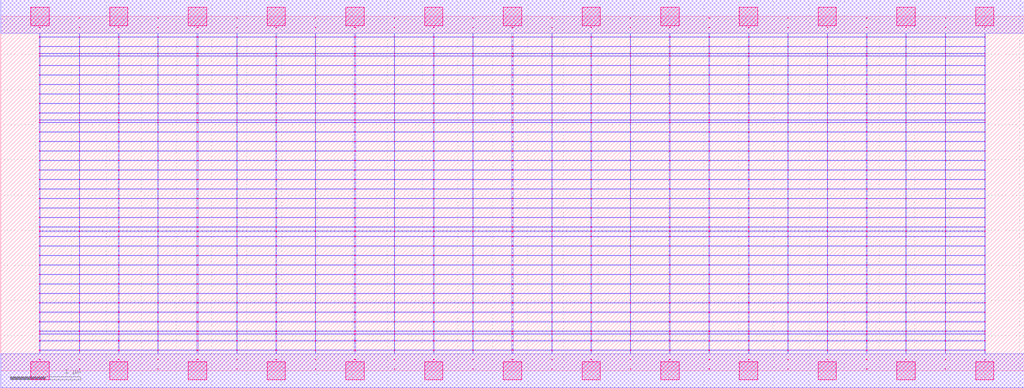
<source format=lef>
MACRO AAOOAOI221211_DEBUG
 CLASS CORE ;
 FOREIGN AAOOAOI221211_DEBUG 0 0 ;
 SIZE 14.56 BY 5.04 ;
 ORIGIN 0 0 ;
 SYMMETRY X Y R90 ;
 SITE unit ;

 OBS
    LAYER polycont ;
     RECT 7.27100000 2.58300000 7.28900000 2.59100000 ;
     RECT 7.27100000 2.71800000 7.28900000 2.72600000 ;
     RECT 7.27100000 2.85300000 7.28900000 2.86100000 ;
     RECT 7.27100000 2.98800000 7.28900000 2.99600000 ;
     RECT 10.63100000 2.58300000 10.64900000 2.59100000 ;
     RECT 10.63100000 2.71800000 10.64900000 2.72600000 ;
     RECT 10.63100000 2.85300000 10.64900000 2.86100000 ;
     RECT 10.63100000 2.98800000 10.64900000 2.99600000 ;
     RECT 12.31600000 3.79800000 12.32400000 3.80600000 ;
     RECT 12.87600000 3.79800000 12.88400000 3.80600000 ;
     RECT 13.43600000 3.79800000 13.44400000 3.80600000 ;
     RECT 13.99600000 3.79800000 14.00400000 3.80600000 ;
     RECT 12.31600000 3.93300000 12.32400000 3.94100000 ;
     RECT 12.87600000 3.93300000 12.88400000 3.94100000 ;
     RECT 13.43600000 3.93300000 13.44400000 3.94100000 ;
     RECT 13.99600000 3.93300000 14.00400000 3.94100000 ;
     RECT 12.31600000 4.06800000 12.32400000 4.07600000 ;
     RECT 12.87600000 4.06800000 12.88400000 4.07600000 ;
     RECT 13.43600000 4.06800000 13.44400000 4.07600000 ;
     RECT 13.99600000 4.06800000 14.00400000 4.07600000 ;
     RECT 12.31600000 4.20300000 12.32400000 4.21100000 ;
     RECT 12.87600000 4.20300000 12.88400000 4.21100000 ;
     RECT 13.43600000 4.20300000 13.44400000 4.21100000 ;
     RECT 13.99600000 4.20300000 14.00400000 4.21100000 ;
     RECT 12.31600000 4.33800000 12.32400000 4.34600000 ;
     RECT 12.87600000 4.33800000 12.88400000 4.34600000 ;
     RECT 13.43600000 4.33800000 13.44400000 4.34600000 ;
     RECT 13.99600000 4.33800000 14.00400000 4.34600000 ;
     RECT 12.31600000 4.47300000 12.32400000 4.48100000 ;
     RECT 12.87600000 4.47300000 12.88400000 4.48100000 ;
     RECT 13.43600000 4.47300000 13.44400000 4.48100000 ;
     RECT 13.99600000 4.47300000 14.00400000 4.48100000 ;
     RECT 12.31600000 4.51100000 12.32400000 4.51900000 ;
     RECT 12.87600000 4.51100000 12.88400000 4.51900000 ;
     RECT 13.43600000 4.51100000 13.44400000 4.51900000 ;
     RECT 13.99600000 4.51100000 14.00400000 4.51900000 ;
     RECT 12.31600000 4.60800000 12.32400000 4.61600000 ;
     RECT 12.87600000 4.60800000 12.88400000 4.61600000 ;
     RECT 13.43600000 4.60800000 13.44400000 4.61600000 ;
     RECT 13.99600000 4.60800000 14.00400000 4.61600000 ;
     RECT 12.31600000 4.74300000 12.32400000 4.75100000 ;
     RECT 12.87600000 4.74300000 12.88400000 4.75100000 ;
     RECT 13.43600000 4.74300000 13.44400000 4.75100000 ;
     RECT 13.99600000 4.74300000 14.00400000 4.75100000 ;
     RECT 12.31600000 4.87800000 12.32400000 4.88600000 ;
     RECT 12.87600000 4.87800000 12.88400000 4.88600000 ;
     RECT 13.43600000 4.87800000 13.44400000 4.88600000 ;
     RECT 13.99600000 4.87800000 14.00400000 4.88600000 ;
     RECT 8.95600000 4.74300000 8.96400000 4.75100000 ;
     RECT 8.95600000 4.47300000 8.96400000 4.48100000 ;
     RECT 8.95600000 4.33800000 8.96400000 4.34600000 ;
     RECT 8.95600000 3.93300000 8.96400000 3.94100000 ;
     RECT 8.95600000 4.60800000 8.96400000 4.61600000 ;
     RECT 8.95600000 4.87800000 8.96400000 4.88600000 ;
     RECT 8.95600000 4.06800000 8.96400000 4.07600000 ;
     RECT 8.95600000 3.79800000 8.96400000 3.80600000 ;
     RECT 8.95600000 4.51100000 8.96400000 4.51900000 ;
     RECT 8.95600000 4.20300000 8.96400000 4.21100000 ;
     RECT 8.95600000 3.56100000 8.96400000 3.56900000 ;
     RECT 8.95600000 3.66300000 8.96400000 3.67100000 ;
     RECT 7.83600000 2.71800000 7.84400000 2.72600000 ;
     RECT 8.39600000 2.71800000 8.40900000 2.72600000 ;
     RECT 8.95600000 2.71800000 8.96400000 2.72600000 ;
     RECT 9.51100000 2.71800000 9.52400000 2.72600000 ;
     RECT 10.07600000 2.71800000 10.08400000 2.72600000 ;
     RECT 10.07600000 2.58300000 10.08400000 2.59100000 ;
     RECT 8.39600000 2.58300000 8.40900000 2.59100000 ;
     RECT 7.83600000 2.85300000 7.84400000 2.86100000 ;
     RECT 8.39600000 2.85300000 8.40900000 2.86100000 ;
     RECT 8.95600000 2.85300000 8.96400000 2.86100000 ;
     RECT 9.51100000 2.85300000 9.52400000 2.86100000 ;
     RECT 10.07600000 2.85300000 10.08400000 2.86100000 ;
     RECT 9.51100000 2.58300000 9.52400000 2.59100000 ;
     RECT 8.95600000 2.58300000 8.96400000 2.59100000 ;
     RECT 7.83600000 2.98800000 7.84400000 2.99600000 ;
     RECT 8.39600000 2.98800000 8.40900000 2.99600000 ;
     RECT 8.95600000 2.98800000 8.96400000 2.99600000 ;
     RECT 9.51100000 2.98800000 9.52400000 2.99600000 ;
     RECT 10.07600000 2.98800000 10.08400000 2.99600000 ;
     RECT 7.83600000 2.58300000 7.84400000 2.59100000 ;
     RECT 8.95600000 3.12300000 8.96400000 3.13100000 ;
     RECT 8.95600000 3.25800000 8.96400000 3.26600000 ;
     RECT 8.95600000 3.39300000 8.96400000 3.40100000 ;
     RECT 8.95600000 3.52800000 8.96400000 3.53600000 ;
     RECT 12.87600000 2.85300000 12.88400000 2.86100000 ;
     RECT 13.43600000 2.85300000 13.44400000 2.86100000 ;
     RECT 13.99600000 2.85300000 14.00400000 2.86100000 ;
     RECT 11.75600000 2.71800000 11.76900000 2.72600000 ;
     RECT 12.31600000 2.71800000 12.32400000 2.72600000 ;
     RECT 12.87600000 2.71800000 12.88400000 2.72600000 ;
     RECT 13.43600000 2.71800000 13.44400000 2.72600000 ;
     RECT 13.99600000 2.71800000 14.00400000 2.72600000 ;
     RECT 11.75600000 2.58300000 11.76900000 2.59100000 ;
     RECT 12.31600000 2.58300000 12.32400000 2.59100000 ;
     RECT 11.19600000 2.98800000 11.20400000 2.99600000 ;
     RECT 11.75600000 2.98800000 11.76900000 2.99600000 ;
     RECT 12.31600000 2.98800000 12.32400000 2.99600000 ;
     RECT 12.87600000 2.98800000 12.88400000 2.99600000 ;
     RECT 13.43600000 2.98800000 13.44400000 2.99600000 ;
     RECT 13.99600000 2.98800000 14.00400000 2.99600000 ;
     RECT 12.87600000 2.58300000 12.88400000 2.59100000 ;
     RECT 12.31600000 3.12300000 12.32400000 3.13100000 ;
     RECT 12.87600000 3.12300000 12.88400000 3.13100000 ;
     RECT 13.43600000 3.12300000 13.44400000 3.13100000 ;
     RECT 13.99600000 3.12300000 14.00400000 3.13100000 ;
     RECT 13.43600000 2.58300000 13.44400000 2.59100000 ;
     RECT 12.31600000 3.25800000 12.32400000 3.26600000 ;
     RECT 12.87600000 3.25800000 12.88400000 3.26600000 ;
     RECT 13.43600000 3.25800000 13.44400000 3.26600000 ;
     RECT 13.99600000 3.25800000 14.00400000 3.26600000 ;
     RECT 13.99600000 2.58300000 14.00400000 2.59100000 ;
     RECT 12.31600000 3.39300000 12.32400000 3.40100000 ;
     RECT 12.87600000 3.39300000 12.88400000 3.40100000 ;
     RECT 13.43600000 3.39300000 13.44400000 3.40100000 ;
     RECT 13.99600000 3.39300000 14.00400000 3.40100000 ;
     RECT 11.19600000 2.58300000 11.20400000 2.59100000 ;
     RECT 12.31600000 3.52800000 12.32400000 3.53600000 ;
     RECT 12.87600000 3.52800000 12.88400000 3.53600000 ;
     RECT 13.43600000 3.52800000 13.44400000 3.53600000 ;
     RECT 13.99600000 3.52800000 14.00400000 3.53600000 ;
     RECT 11.19600000 2.71800000 11.20400000 2.72600000 ;
     RECT 12.31600000 3.56100000 12.32400000 3.56900000 ;
     RECT 12.87600000 3.56100000 12.88400000 3.56900000 ;
     RECT 13.43600000 3.56100000 13.44400000 3.56900000 ;
     RECT 13.99600000 3.56100000 14.00400000 3.56900000 ;
     RECT 11.19600000 2.85300000 11.20400000 2.86100000 ;
     RECT 12.31600000 3.66300000 12.32400000 3.67100000 ;
     RECT 12.87600000 3.66300000 12.88400000 3.67100000 ;
     RECT 13.43600000 3.66300000 13.44400000 3.67100000 ;
     RECT 13.99600000 3.66300000 14.00400000 3.67100000 ;
     RECT 11.75600000 2.85300000 11.76900000 2.86100000 ;
     RECT 12.31600000 2.85300000 12.32400000 2.86100000 ;
     RECT 5.59600000 2.98800000 5.60400000 2.99600000 ;
     RECT 6.15100000 2.98800000 6.16900000 2.99600000 ;
     RECT 6.71600000 2.98800000 6.72400000 2.99600000 ;
     RECT 2.23600000 2.58300000 2.24400000 2.59100000 ;
     RECT 2.79100000 2.58300000 2.80900000 2.59100000 ;
     RECT 3.35600000 2.58300000 3.36400000 2.59100000 ;
     RECT 3.91100000 2.58300000 3.92900000 2.59100000 ;
     RECT 4.47600000 2.58300000 4.48400000 2.59100000 ;
     RECT 5.03100000 2.58300000 5.04900000 2.59100000 ;
     RECT 5.59600000 2.58300000 5.60400000 2.59100000 ;
     RECT 6.15100000 2.58300000 6.16900000 2.59100000 ;
     RECT 6.71600000 2.58300000 6.72400000 2.59100000 ;
     RECT 0.55100000 2.58300000 0.56400000 2.59100000 ;
     RECT 0.55100000 2.71800000 0.56400000 2.72600000 ;
     RECT 0.55100000 2.85300000 0.56400000 2.86100000 ;
     RECT 1.11600000 2.85300000 1.12400000 2.86100000 ;
     RECT 1.67100000 2.85300000 1.68900000 2.86100000 ;
     RECT 2.23600000 2.85300000 2.24400000 2.86100000 ;
     RECT 2.79100000 2.85300000 2.80900000 2.86100000 ;
     RECT 3.35600000 2.85300000 3.36400000 2.86100000 ;
     RECT 3.91100000 2.85300000 3.92900000 2.86100000 ;
     RECT 4.47600000 2.85300000 4.48400000 2.86100000 ;
     RECT 5.03100000 2.85300000 5.04900000 2.86100000 ;
     RECT 5.59600000 2.85300000 5.60400000 2.86100000 ;
     RECT 6.15100000 2.85300000 6.16900000 2.86100000 ;
     RECT 6.71600000 2.85300000 6.72400000 2.86100000 ;
     RECT 1.11600000 2.71800000 1.12400000 2.72600000 ;
     RECT 1.67100000 2.71800000 1.68900000 2.72600000 ;
     RECT 2.23600000 2.71800000 2.24400000 2.72600000 ;
     RECT 2.79100000 2.71800000 2.80900000 2.72600000 ;
     RECT 3.35600000 2.71800000 3.36400000 2.72600000 ;
     RECT 3.91100000 2.71800000 3.92900000 2.72600000 ;
     RECT 4.47600000 2.71800000 4.48400000 2.72600000 ;
     RECT 5.03100000 2.71800000 5.04900000 2.72600000 ;
     RECT 5.59600000 2.71800000 5.60400000 2.72600000 ;
     RECT 6.15100000 2.71800000 6.16900000 2.72600000 ;
     RECT 6.71600000 2.71800000 6.72400000 2.72600000 ;
     RECT 1.11600000 2.58300000 1.12400000 2.59100000 ;
     RECT 1.67100000 2.58300000 1.68900000 2.59100000 ;
     RECT 0.55100000 2.98800000 0.56400000 2.99600000 ;
     RECT 1.11600000 2.98800000 1.12400000 2.99600000 ;
     RECT 1.67100000 2.98800000 1.68900000 2.99600000 ;
     RECT 2.23600000 2.98800000 2.24400000 2.99600000 ;
     RECT 2.79100000 2.98800000 2.80900000 2.99600000 ;
     RECT 3.35600000 2.98800000 3.36400000 2.99600000 ;
     RECT 3.91100000 2.98800000 3.92900000 2.99600000 ;
     RECT 4.47600000 2.98800000 4.48400000 2.99600000 ;
     RECT 5.03100000 2.98800000 5.04900000 2.99600000 ;
     RECT 3.35600000 0.15300000 3.36400000 0.16100000 ;
     RECT 3.35600000 0.28800000 3.36400000 0.29600000 ;
     RECT 3.35600000 0.42300000 3.36400000 0.43100000 ;
     RECT 3.35600000 0.52100000 3.36400000 0.52900000 ;
     RECT 3.35600000 0.55800000 3.36400000 0.56600000 ;
     RECT 3.35600000 0.69300000 3.36400000 0.70100000 ;
     RECT 3.35600000 0.82800000 3.36400000 0.83600000 ;
     RECT 3.35600000 0.96300000 3.36400000 0.97100000 ;
     RECT 3.35600000 1.09800000 3.36400000 1.10600000 ;
     RECT 3.35600000 1.23300000 3.36400000 1.24100000 ;
     RECT 3.35600000 1.36800000 3.36400000 1.37600000 ;
     RECT 3.35600000 1.50300000 3.36400000 1.51100000 ;
     RECT 3.35600000 1.63800000 3.36400000 1.64600000 ;
     RECT 3.35600000 1.77300000 3.36400000 1.78100000 ;
     RECT 3.35600000 1.90800000 3.36400000 1.91600000 ;
     RECT 3.35600000 1.98100000 3.36400000 1.98900000 ;
     RECT 3.35600000 2.04300000 3.36400000 2.05100000 ;
     RECT 3.35600000 2.17800000 3.36400000 2.18600000 ;
     RECT 3.35600000 2.31300000 3.36400000 2.32100000 ;
     RECT 3.35600000 2.44800000 3.36400000 2.45600000 ;
     RECT 7.83600000 1.77300000 7.84400000 1.78100000 ;
     RECT 12.31600000 1.77300000 12.32400000 1.78100000 ;
     RECT 12.31600000 0.55800000 12.32400000 0.56600000 ;
     RECT 7.83600000 1.90800000 7.84400000 1.91600000 ;
     RECT 12.31600000 1.90800000 12.32400000 1.91600000 ;
     RECT 12.31600000 0.28800000 12.32400000 0.29600000 ;
     RECT 7.83600000 1.98100000 7.84400000 1.98900000 ;
     RECT 12.31600000 1.98100000 12.32400000 1.98900000 ;
     RECT 7.83600000 0.69300000 7.84400000 0.70100000 ;
     RECT 7.83600000 2.04300000 7.84400000 2.05100000 ;
     RECT 12.31600000 2.04300000 12.32400000 2.05100000 ;
     RECT 12.31600000 0.69300000 12.32400000 0.70100000 ;
     RECT 7.83600000 2.17800000 7.84400000 2.18600000 ;
     RECT 12.31600000 2.17800000 12.32400000 2.18600000 ;
     RECT 12.31600000 0.15300000 12.32400000 0.16100000 ;
     RECT 7.83600000 2.31300000 7.84400000 2.32100000 ;
     RECT 12.31600000 2.31300000 12.32400000 2.32100000 ;
     RECT 7.83600000 0.82800000 7.84400000 0.83600000 ;
     RECT 7.83600000 2.44800000 7.84400000 2.45600000 ;
     RECT 12.31600000 2.44800000 12.32400000 2.45600000 ;
     RECT 12.31600000 0.82800000 12.32400000 0.83600000 ;
     RECT 7.83600000 0.42300000 7.84400000 0.43100000 ;
     RECT 7.83600000 0.96300000 7.84400000 0.97100000 ;
     RECT 12.31600000 0.96300000 12.32400000 0.97100000 ;
     RECT 12.31600000 0.42300000 12.32400000 0.43100000 ;
     RECT 7.83600000 1.09800000 7.84400000 1.10600000 ;
     RECT 12.31600000 1.09800000 12.32400000 1.10600000 ;
     RECT 7.83600000 0.15300000 7.84400000 0.16100000 ;
     RECT 7.83600000 1.23300000 7.84400000 1.24100000 ;
     RECT 12.31600000 1.23300000 12.32400000 1.24100000 ;
     RECT 7.83600000 0.52100000 7.84400000 0.52900000 ;
     RECT 7.83600000 1.36800000 7.84400000 1.37600000 ;
     RECT 12.31600000 1.36800000 12.32400000 1.37600000 ;
     RECT 12.31600000 0.52100000 12.32400000 0.52900000 ;
     RECT 7.83600000 1.50300000 7.84400000 1.51100000 ;
     RECT 12.31600000 1.50300000 12.32400000 1.51100000 ;
     RECT 7.83600000 0.28800000 7.84400000 0.29600000 ;
     RECT 7.83600000 1.63800000 7.84400000 1.64600000 ;
     RECT 12.31600000 1.63800000 12.32400000 1.64600000 ;
     RECT 7.83600000 0.55800000 7.84400000 0.56600000 ;

    LAYER pdiffc ;
     RECT 0.55100000 3.39300000 0.55900000 3.40100000 ;
     RECT 8.40100000 3.39300000 8.40900000 3.40100000 ;
     RECT 9.51100000 3.39300000 9.51900000 3.40100000 ;
     RECT 11.76100000 3.39300000 11.76900000 3.40100000 ;
     RECT 0.55100000 3.52800000 0.55900000 3.53600000 ;
     RECT 8.40100000 3.52800000 8.40900000 3.53600000 ;
     RECT 9.51100000 3.52800000 9.51900000 3.53600000 ;
     RECT 11.76100000 3.52800000 11.76900000 3.53600000 ;
     RECT 0.55100000 3.56100000 0.55900000 3.56900000 ;
     RECT 8.40100000 3.56100000 8.40900000 3.56900000 ;
     RECT 9.51100000 3.56100000 9.51900000 3.56900000 ;
     RECT 11.76100000 3.56100000 11.76900000 3.56900000 ;
     RECT 0.55100000 3.66300000 0.55900000 3.67100000 ;
     RECT 8.40100000 3.66300000 8.40900000 3.67100000 ;
     RECT 9.51100000 3.66300000 9.51900000 3.67100000 ;
     RECT 11.76100000 3.66300000 11.76900000 3.67100000 ;
     RECT 0.55100000 3.79800000 0.55900000 3.80600000 ;
     RECT 8.40100000 3.79800000 8.40900000 3.80600000 ;
     RECT 9.51100000 3.79800000 9.51900000 3.80600000 ;
     RECT 11.76100000 3.79800000 11.76900000 3.80600000 ;
     RECT 0.55100000 3.93300000 0.55900000 3.94100000 ;
     RECT 8.40100000 3.93300000 8.40900000 3.94100000 ;
     RECT 9.51100000 3.93300000 9.51900000 3.94100000 ;
     RECT 11.76100000 3.93300000 11.76900000 3.94100000 ;
     RECT 0.55100000 4.06800000 0.55900000 4.07600000 ;
     RECT 8.40100000 4.06800000 8.40900000 4.07600000 ;
     RECT 9.51100000 4.06800000 9.51900000 4.07600000 ;
     RECT 11.76100000 4.06800000 11.76900000 4.07600000 ;
     RECT 0.55100000 4.20300000 0.55900000 4.21100000 ;
     RECT 8.40100000 4.20300000 8.40900000 4.21100000 ;
     RECT 9.51100000 4.20300000 9.51900000 4.21100000 ;
     RECT 11.76100000 4.20300000 11.76900000 4.21100000 ;
     RECT 0.55100000 4.33800000 0.55900000 4.34600000 ;
     RECT 8.40100000 4.33800000 8.40900000 4.34600000 ;
     RECT 9.51100000 4.33800000 9.51900000 4.34600000 ;
     RECT 11.76100000 4.33800000 11.76900000 4.34600000 ;
     RECT 0.55100000 4.47300000 0.55900000 4.48100000 ;
     RECT 8.40100000 4.47300000 8.40900000 4.48100000 ;
     RECT 9.51100000 4.47300000 9.51900000 4.48100000 ;
     RECT 11.76100000 4.47300000 11.76900000 4.48100000 ;
     RECT 0.55100000 4.51100000 0.55900000 4.51900000 ;
     RECT 8.40100000 4.51100000 8.40900000 4.51900000 ;
     RECT 9.51100000 4.51100000 9.51900000 4.51900000 ;
     RECT 11.76100000 4.51100000 11.76900000 4.51900000 ;
     RECT 0.55100000 4.60800000 0.55900000 4.61600000 ;
     RECT 8.40100000 4.60800000 8.40900000 4.61600000 ;
     RECT 9.51100000 4.60800000 9.51900000 4.61600000 ;
     RECT 11.76100000 4.60800000 11.76900000 4.61600000 ;

    LAYER ndiffc ;
     RECT 7.27100000 0.42300000 7.28900000 0.43100000 ;
     RECT 7.27100000 0.52100000 7.28900000 0.52900000 ;
     RECT 7.27100000 0.55800000 7.28900000 0.56600000 ;
     RECT 7.27100000 0.69300000 7.28900000 0.70100000 ;
     RECT 7.27100000 0.82800000 7.28900000 0.83600000 ;
     RECT 7.27100000 0.96300000 7.28900000 0.97100000 ;
     RECT 7.27100000 1.09800000 7.28900000 1.10600000 ;
     RECT 7.27100000 1.23300000 7.28900000 1.24100000 ;
     RECT 7.27100000 1.36800000 7.28900000 1.37600000 ;
     RECT 7.27100000 1.50300000 7.28900000 1.51100000 ;
     RECT 7.27100000 1.63800000 7.28900000 1.64600000 ;
     RECT 7.27100000 1.77300000 7.28900000 1.78100000 ;
     RECT 7.27100000 1.90800000 7.28900000 1.91600000 ;
     RECT 7.27100000 1.98100000 7.28900000 1.98900000 ;
     RECT 7.27100000 2.04300000 7.28900000 2.05100000 ;
     RECT 8.39600000 0.55800000 8.40900000 0.56600000 ;
     RECT 9.51100000 0.55800000 9.52400000 0.56600000 ;
     RECT 10.63100000 0.55800000 10.64900000 0.56600000 ;
     RECT 11.75600000 0.55800000 11.76900000 0.56600000 ;
     RECT 12.87600000 0.55800000 12.88400000 0.56600000 ;
     RECT 13.99600000 0.55800000 14.00400000 0.56600000 ;
     RECT 10.63100000 0.42300000 10.64900000 0.43100000 ;
     RECT 8.39600000 0.69300000 8.40900000 0.70100000 ;
     RECT 9.51100000 0.69300000 9.52400000 0.70100000 ;
     RECT 10.63100000 0.69300000 10.64900000 0.70100000 ;
     RECT 11.75600000 0.69300000 11.76900000 0.70100000 ;
     RECT 12.87600000 0.69300000 12.88400000 0.70100000 ;
     RECT 13.99600000 0.69300000 14.00400000 0.70100000 ;
     RECT 11.75600000 0.42300000 11.76900000 0.43100000 ;
     RECT 8.39600000 0.82800000 8.40900000 0.83600000 ;
     RECT 9.51100000 0.82800000 9.52400000 0.83600000 ;
     RECT 10.63100000 0.82800000 10.64900000 0.83600000 ;
     RECT 11.75600000 0.82800000 11.76900000 0.83600000 ;
     RECT 12.87600000 0.82800000 12.88400000 0.83600000 ;
     RECT 13.99600000 0.82800000 14.00400000 0.83600000 ;
     RECT 12.87600000 0.42300000 12.88400000 0.43100000 ;
     RECT 8.39600000 0.96300000 8.40900000 0.97100000 ;
     RECT 9.51100000 0.96300000 9.52400000 0.97100000 ;
     RECT 10.63100000 0.96300000 10.64900000 0.97100000 ;
     RECT 11.75600000 0.96300000 11.76900000 0.97100000 ;
     RECT 12.87600000 0.96300000 12.88400000 0.97100000 ;
     RECT 13.99600000 0.96300000 14.00400000 0.97100000 ;
     RECT 13.99600000 0.42300000 14.00400000 0.43100000 ;
     RECT 8.39600000 1.09800000 8.40900000 1.10600000 ;
     RECT 9.51100000 1.09800000 9.52400000 1.10600000 ;
     RECT 10.63100000 1.09800000 10.64900000 1.10600000 ;
     RECT 11.75600000 1.09800000 11.76900000 1.10600000 ;
     RECT 12.87600000 1.09800000 12.88400000 1.10600000 ;
     RECT 13.99600000 1.09800000 14.00400000 1.10600000 ;
     RECT 8.39600000 0.42300000 8.40900000 0.43100000 ;
     RECT 8.39600000 1.23300000 8.40900000 1.24100000 ;
     RECT 9.51100000 1.23300000 9.52400000 1.24100000 ;
     RECT 10.63100000 1.23300000 10.64900000 1.24100000 ;
     RECT 11.75600000 1.23300000 11.76900000 1.24100000 ;
     RECT 12.87600000 1.23300000 12.88400000 1.24100000 ;
     RECT 13.99600000 1.23300000 14.00400000 1.24100000 ;
     RECT 8.39600000 0.52100000 8.40900000 0.52900000 ;
     RECT 8.39600000 1.36800000 8.40900000 1.37600000 ;
     RECT 9.51100000 1.36800000 9.52400000 1.37600000 ;
     RECT 10.63100000 1.36800000 10.64900000 1.37600000 ;
     RECT 11.75600000 1.36800000 11.76900000 1.37600000 ;
     RECT 12.87600000 1.36800000 12.88400000 1.37600000 ;
     RECT 13.99600000 1.36800000 14.00400000 1.37600000 ;
     RECT 9.51100000 0.52100000 9.52400000 0.52900000 ;
     RECT 8.39600000 1.50300000 8.40900000 1.51100000 ;
     RECT 9.51100000 1.50300000 9.52400000 1.51100000 ;
     RECT 10.63100000 1.50300000 10.64900000 1.51100000 ;
     RECT 11.75600000 1.50300000 11.76900000 1.51100000 ;
     RECT 12.87600000 1.50300000 12.88400000 1.51100000 ;
     RECT 13.99600000 1.50300000 14.00400000 1.51100000 ;
     RECT 10.63100000 0.52100000 10.64900000 0.52900000 ;
     RECT 8.39600000 1.63800000 8.40900000 1.64600000 ;
     RECT 9.51100000 1.63800000 9.52400000 1.64600000 ;
     RECT 10.63100000 1.63800000 10.64900000 1.64600000 ;
     RECT 11.75600000 1.63800000 11.76900000 1.64600000 ;
     RECT 12.87600000 1.63800000 12.88400000 1.64600000 ;
     RECT 13.99600000 1.63800000 14.00400000 1.64600000 ;
     RECT 11.75600000 0.52100000 11.76900000 0.52900000 ;
     RECT 8.39600000 1.77300000 8.40900000 1.78100000 ;
     RECT 9.51100000 1.77300000 9.52400000 1.78100000 ;
     RECT 10.63100000 1.77300000 10.64900000 1.78100000 ;
     RECT 11.75600000 1.77300000 11.76900000 1.78100000 ;
     RECT 12.87600000 1.77300000 12.88400000 1.78100000 ;
     RECT 13.99600000 1.77300000 14.00400000 1.78100000 ;
     RECT 12.87600000 0.52100000 12.88400000 0.52900000 ;
     RECT 8.39600000 1.90800000 8.40900000 1.91600000 ;
     RECT 9.51100000 1.90800000 9.52400000 1.91600000 ;
     RECT 10.63100000 1.90800000 10.64900000 1.91600000 ;
     RECT 11.75600000 1.90800000 11.76900000 1.91600000 ;
     RECT 12.87600000 1.90800000 12.88400000 1.91600000 ;
     RECT 13.99600000 1.90800000 14.00400000 1.91600000 ;
     RECT 13.99600000 0.52100000 14.00400000 0.52900000 ;
     RECT 8.39600000 1.98100000 8.40900000 1.98900000 ;
     RECT 9.51100000 1.98100000 9.52400000 1.98900000 ;
     RECT 10.63100000 1.98100000 10.64900000 1.98900000 ;
     RECT 11.75600000 1.98100000 11.76900000 1.98900000 ;
     RECT 12.87600000 1.98100000 12.88400000 1.98900000 ;
     RECT 13.99600000 1.98100000 14.00400000 1.98900000 ;
     RECT 9.51100000 0.42300000 9.52400000 0.43100000 ;
     RECT 8.39600000 2.04300000 8.40900000 2.05100000 ;
     RECT 9.51100000 2.04300000 9.52400000 2.05100000 ;
     RECT 10.63100000 2.04300000 10.64900000 2.05100000 ;
     RECT 11.75600000 2.04300000 11.76900000 2.05100000 ;
     RECT 12.87600000 2.04300000 12.88400000 2.05100000 ;
     RECT 13.99600000 2.04300000 14.00400000 2.05100000 ;
     RECT 1.67100000 1.36800000 1.68900000 1.37600000 ;
     RECT 2.79100000 1.36800000 2.80900000 1.37600000 ;
     RECT 3.91100000 1.36800000 3.92900000 1.37600000 ;
     RECT 5.03100000 1.36800000 5.04900000 1.37600000 ;
     RECT 6.15100000 1.36800000 6.16900000 1.37600000 ;
     RECT 5.03100000 0.82800000 5.04900000 0.83600000 ;
     RECT 6.15100000 0.82800000 6.16900000 0.83600000 ;
     RECT 2.79100000 0.55800000 2.80900000 0.56600000 ;
     RECT 3.91100000 0.55800000 3.92900000 0.56600000 ;
     RECT 5.03100000 0.55800000 5.04900000 0.56600000 ;
     RECT 6.15100000 0.55800000 6.16900000 0.56600000 ;
     RECT 1.67100000 0.52100000 1.68900000 0.52900000 ;
     RECT 0.55100000 1.50300000 0.56400000 1.51100000 ;
     RECT 1.67100000 1.50300000 1.68900000 1.51100000 ;
     RECT 2.79100000 1.50300000 2.80900000 1.51100000 ;
     RECT 3.91100000 1.50300000 3.92900000 1.51100000 ;
     RECT 5.03100000 1.50300000 5.04900000 1.51100000 ;
     RECT 6.15100000 1.50300000 6.16900000 1.51100000 ;
     RECT 2.79100000 0.52100000 2.80900000 0.52900000 ;
     RECT 3.91100000 0.52100000 3.92900000 0.52900000 ;
     RECT 0.55100000 0.96300000 0.56400000 0.97100000 ;
     RECT 1.67100000 0.96300000 1.68900000 0.97100000 ;
     RECT 2.79100000 0.96300000 2.80900000 0.97100000 ;
     RECT 3.91100000 0.96300000 3.92900000 0.97100000 ;
     RECT 5.03100000 0.96300000 5.04900000 0.97100000 ;
     RECT 0.55100000 1.63800000 0.56400000 1.64600000 ;
     RECT 1.67100000 1.63800000 1.68900000 1.64600000 ;
     RECT 2.79100000 1.63800000 2.80900000 1.64600000 ;
     RECT 3.91100000 1.63800000 3.92900000 1.64600000 ;
     RECT 5.03100000 1.63800000 5.04900000 1.64600000 ;
     RECT 6.15100000 1.63800000 6.16900000 1.64600000 ;
     RECT 6.15100000 0.96300000 6.16900000 0.97100000 ;
     RECT 5.03100000 0.52100000 5.04900000 0.52900000 ;
     RECT 6.15100000 0.52100000 6.16900000 0.52900000 ;
     RECT 1.67100000 0.42300000 1.68900000 0.43100000 ;
     RECT 2.79100000 0.42300000 2.80900000 0.43100000 ;
     RECT 0.55100000 0.69300000 0.56400000 0.70100000 ;
     RECT 1.67100000 0.69300000 1.68900000 0.70100000 ;
     RECT 0.55100000 1.77300000 0.56400000 1.78100000 ;
     RECT 1.67100000 1.77300000 1.68900000 1.78100000 ;
     RECT 2.79100000 1.77300000 2.80900000 1.78100000 ;
     RECT 3.91100000 1.77300000 3.92900000 1.78100000 ;
     RECT 5.03100000 1.77300000 5.04900000 1.78100000 ;
     RECT 6.15100000 1.77300000 6.16900000 1.78100000 ;
     RECT 2.79100000 0.69300000 2.80900000 0.70100000 ;
     RECT 0.55100000 1.09800000 0.56400000 1.10600000 ;
     RECT 1.67100000 1.09800000 1.68900000 1.10600000 ;
     RECT 2.79100000 1.09800000 2.80900000 1.10600000 ;
     RECT 3.91100000 1.09800000 3.92900000 1.10600000 ;
     RECT 5.03100000 1.09800000 5.04900000 1.10600000 ;
     RECT 6.15100000 1.09800000 6.16900000 1.10600000 ;
     RECT 0.55100000 1.90800000 0.56400000 1.91600000 ;
     RECT 1.67100000 1.90800000 1.68900000 1.91600000 ;
     RECT 2.79100000 1.90800000 2.80900000 1.91600000 ;
     RECT 3.91100000 1.90800000 3.92900000 1.91600000 ;
     RECT 5.03100000 1.90800000 5.04900000 1.91600000 ;
     RECT 6.15100000 1.90800000 6.16900000 1.91600000 ;
     RECT 3.91100000 0.69300000 3.92900000 0.70100000 ;
     RECT 5.03100000 0.69300000 5.04900000 0.70100000 ;
     RECT 6.15100000 0.69300000 6.16900000 0.70100000 ;
     RECT 3.91100000 0.42300000 3.92900000 0.43100000 ;
     RECT 5.03100000 0.42300000 5.04900000 0.43100000 ;
     RECT 6.15100000 0.42300000 6.16900000 0.43100000 ;
     RECT 0.55100000 0.42300000 0.56400000 0.43100000 ;
     RECT 0.55100000 1.98100000 0.56400000 1.98900000 ;
     RECT 1.67100000 1.98100000 1.68900000 1.98900000 ;
     RECT 2.79100000 1.98100000 2.80900000 1.98900000 ;
     RECT 3.91100000 1.98100000 3.92900000 1.98900000 ;
     RECT 5.03100000 1.98100000 5.04900000 1.98900000 ;
     RECT 6.15100000 1.98100000 6.16900000 1.98900000 ;
     RECT 0.55100000 1.23300000 0.56400000 1.24100000 ;
     RECT 1.67100000 1.23300000 1.68900000 1.24100000 ;
     RECT 2.79100000 1.23300000 2.80900000 1.24100000 ;
     RECT 3.91100000 1.23300000 3.92900000 1.24100000 ;
     RECT 5.03100000 1.23300000 5.04900000 1.24100000 ;
     RECT 6.15100000 1.23300000 6.16900000 1.24100000 ;
     RECT 0.55100000 0.52100000 0.56400000 0.52900000 ;
     RECT 0.55100000 2.04300000 0.56400000 2.05100000 ;
     RECT 1.67100000 2.04300000 1.68900000 2.05100000 ;
     RECT 2.79100000 2.04300000 2.80900000 2.05100000 ;
     RECT 3.91100000 2.04300000 3.92900000 2.05100000 ;
     RECT 5.03100000 2.04300000 5.04900000 2.05100000 ;
     RECT 6.15100000 2.04300000 6.16900000 2.05100000 ;
     RECT 0.55100000 0.55800000 0.56400000 0.56600000 ;
     RECT 1.67100000 0.55800000 1.68900000 0.56600000 ;
     RECT 0.55100000 0.82800000 0.56400000 0.83600000 ;
     RECT 1.67100000 0.82800000 1.68900000 0.83600000 ;
     RECT 2.79100000 0.82800000 2.80900000 0.83600000 ;
     RECT 3.91100000 0.82800000 3.92900000 0.83600000 ;
     RECT 0.55100000 1.36800000 0.56400000 1.37600000 ;

    LAYER met1 ;
     RECT 0.00000000 -0.24000000 14.56000000 0.24000000 ;
     RECT 7.27100000 0.24000000 7.28900000 0.28800000 ;
     RECT 0.55100000 0.28800000 14.00400000 0.29600000 ;
     RECT 7.27100000 0.29600000 7.28900000 0.42300000 ;
     RECT 0.55100000 0.42300000 14.00400000 0.43100000 ;
     RECT 7.27100000 0.43100000 7.28900000 0.52100000 ;
     RECT 0.55100000 0.52100000 14.00400000 0.52900000 ;
     RECT 7.27100000 0.52900000 7.28900000 0.55800000 ;
     RECT 0.55100000 0.55800000 14.00400000 0.56600000 ;
     RECT 7.27100000 0.56600000 7.28900000 0.69300000 ;
     RECT 0.55100000 0.69300000 14.00400000 0.70100000 ;
     RECT 7.27100000 0.70100000 7.28900000 0.82800000 ;
     RECT 0.55100000 0.82800000 14.00400000 0.83600000 ;
     RECT 7.27100000 0.83600000 7.28900000 0.96300000 ;
     RECT 0.55100000 0.96300000 14.00400000 0.97100000 ;
     RECT 7.27100000 0.97100000 7.28900000 1.09800000 ;
     RECT 0.55100000 1.09800000 14.00400000 1.10600000 ;
     RECT 7.27100000 1.10600000 7.28900000 1.23300000 ;
     RECT 0.55100000 1.23300000 14.00400000 1.24100000 ;
     RECT 7.27100000 1.24100000 7.28900000 1.36800000 ;
     RECT 0.55100000 1.36800000 14.00400000 1.37600000 ;
     RECT 7.27100000 1.37600000 7.28900000 1.50300000 ;
     RECT 0.55100000 1.50300000 14.00400000 1.51100000 ;
     RECT 7.27100000 1.51100000 7.28900000 1.63800000 ;
     RECT 0.55100000 1.63800000 14.00400000 1.64600000 ;
     RECT 7.27100000 1.64600000 7.28900000 1.77300000 ;
     RECT 0.55100000 1.77300000 14.00400000 1.78100000 ;
     RECT 7.27100000 1.78100000 7.28900000 1.90800000 ;
     RECT 0.55100000 1.90800000 14.00400000 1.91600000 ;
     RECT 7.27100000 1.91600000 7.28900000 1.98100000 ;
     RECT 0.55100000 1.98100000 14.00400000 1.98900000 ;
     RECT 7.27100000 1.98900000 7.28900000 2.04300000 ;
     RECT 0.55100000 2.04300000 14.00400000 2.05100000 ;
     RECT 7.27100000 2.05100000 7.28900000 2.17800000 ;
     RECT 0.55100000 2.17800000 14.00400000 2.18600000 ;
     RECT 7.27100000 2.18600000 7.28900000 2.31300000 ;
     RECT 0.55100000 2.31300000 14.00400000 2.32100000 ;
     RECT 7.27100000 2.32100000 7.28900000 2.44800000 ;
     RECT 0.55100000 2.44800000 14.00400000 2.45600000 ;
     RECT 0.55100000 2.45600000 0.56400000 2.58300000 ;
     RECT 1.11600000 2.45600000 1.12400000 2.58300000 ;
     RECT 1.67100000 2.45600000 1.68900000 2.58300000 ;
     RECT 2.23600000 2.45600000 2.24400000 2.58300000 ;
     RECT 2.79100000 2.45600000 2.80900000 2.58300000 ;
     RECT 3.35600000 2.45600000 3.36400000 2.58300000 ;
     RECT 3.91100000 2.45600000 3.92900000 2.58300000 ;
     RECT 4.47600000 2.45600000 4.48400000 2.58300000 ;
     RECT 5.03100000 2.45600000 5.04900000 2.58300000 ;
     RECT 5.59600000 2.45600000 5.60400000 2.58300000 ;
     RECT 6.15100000 2.45600000 6.16900000 2.58300000 ;
     RECT 6.71600000 2.45600000 6.72400000 2.58300000 ;
     RECT 7.27100000 2.45600000 7.28900000 2.58300000 ;
     RECT 7.83600000 2.45600000 7.84400000 2.58300000 ;
     RECT 8.39600000 2.45600000 8.40900000 2.58300000 ;
     RECT 8.95600000 2.45600000 8.96400000 2.58300000 ;
     RECT 9.51100000 2.45600000 9.52400000 2.58300000 ;
     RECT 10.07600000 2.45600000 10.08400000 2.58300000 ;
     RECT 10.63100000 2.45600000 10.64900000 2.58300000 ;
     RECT 11.19600000 2.45600000 11.20400000 2.58300000 ;
     RECT 11.75600000 2.45600000 11.76900000 2.58300000 ;
     RECT 12.31600000 2.45600000 12.32400000 2.58300000 ;
     RECT 12.87600000 2.45600000 12.88400000 2.58300000 ;
     RECT 13.43600000 2.45600000 13.44400000 2.58300000 ;
     RECT 13.99600000 2.45600000 14.00400000 2.58300000 ;
     RECT 0.55100000 2.58300000 14.00400000 2.59100000 ;
     RECT 7.27100000 2.59100000 7.28900000 2.71800000 ;
     RECT 0.55100000 2.71800000 14.00400000 2.72600000 ;
     RECT 7.27100000 2.72600000 7.28900000 2.85300000 ;
     RECT 0.55100000 2.85300000 14.00400000 2.86100000 ;
     RECT 7.27100000 2.86100000 7.28900000 2.98800000 ;
     RECT 0.55100000 2.98800000 14.00400000 2.99600000 ;
     RECT 7.27100000 2.99600000 7.28900000 3.12300000 ;
     RECT 0.55100000 3.12300000 14.00400000 3.13100000 ;
     RECT 7.27100000 3.13100000 7.28900000 3.25800000 ;
     RECT 0.55100000 3.25800000 14.00400000 3.26600000 ;
     RECT 7.27100000 3.26600000 7.28900000 3.39300000 ;
     RECT 0.55100000 3.39300000 14.00400000 3.40100000 ;
     RECT 7.27100000 3.40100000 7.28900000 3.52800000 ;
     RECT 0.55100000 3.52800000 14.00400000 3.53600000 ;
     RECT 7.27100000 3.53600000 7.28900000 3.56100000 ;
     RECT 0.55100000 3.56100000 14.00400000 3.56900000 ;
     RECT 7.27100000 3.56900000 7.28900000 3.66300000 ;
     RECT 0.55100000 3.66300000 14.00400000 3.67100000 ;
     RECT 7.27100000 3.67100000 7.28900000 3.79800000 ;
     RECT 0.55100000 3.79800000 14.00400000 3.80600000 ;
     RECT 7.27100000 3.80600000 7.28900000 3.93300000 ;
     RECT 0.55100000 3.93300000 14.00400000 3.94100000 ;
     RECT 7.27100000 3.94100000 7.28900000 4.06800000 ;
     RECT 0.55100000 4.06800000 14.00400000 4.07600000 ;
     RECT 7.27100000 4.07600000 7.28900000 4.20300000 ;
     RECT 0.55100000 4.20300000 14.00400000 4.21100000 ;
     RECT 7.27100000 4.21100000 7.28900000 4.33800000 ;
     RECT 0.55100000 4.33800000 14.00400000 4.34600000 ;
     RECT 7.27100000 4.34600000 7.28900000 4.47300000 ;
     RECT 0.55100000 4.47300000 14.00400000 4.48100000 ;
     RECT 7.27100000 4.48100000 7.28900000 4.51100000 ;
     RECT 0.55100000 4.51100000 14.00400000 4.51900000 ;
     RECT 7.27100000 4.51900000 7.28900000 4.60800000 ;
     RECT 0.55100000 4.60800000 14.00400000 4.61600000 ;
     RECT 7.27100000 4.61600000 7.28900000 4.74300000 ;
     RECT 0.55100000 4.74300000 14.00400000 4.75100000 ;
     RECT 7.27100000 4.75100000 7.28900000 4.80000000 ;
     RECT 0.00000000 4.80000000 14.56000000 5.28000000 ;
     RECT 7.83600000 3.80600000 7.84400000 3.93300000 ;
     RECT 8.39600000 3.80600000 8.40900000 3.93300000 ;
     RECT 8.95600000 3.80600000 8.96400000 3.93300000 ;
     RECT 9.51100000 3.80600000 9.52400000 3.93300000 ;
     RECT 10.07600000 3.80600000 10.08400000 3.93300000 ;
     RECT 10.63100000 3.80600000 10.64900000 3.93300000 ;
     RECT 11.19600000 3.80600000 11.20400000 3.93300000 ;
     RECT 11.75600000 3.80600000 11.76900000 3.93300000 ;
     RECT 12.31600000 3.80600000 12.32400000 3.93300000 ;
     RECT 12.87600000 3.80600000 12.88400000 3.93300000 ;
     RECT 13.43600000 3.80600000 13.44400000 3.93300000 ;
     RECT 13.99600000 3.80600000 14.00400000 3.93300000 ;
     RECT 11.19600000 3.94100000 11.20400000 4.06800000 ;
     RECT 11.75600000 3.94100000 11.76900000 4.06800000 ;
     RECT 12.31600000 3.94100000 12.32400000 4.06800000 ;
     RECT 12.87600000 3.94100000 12.88400000 4.06800000 ;
     RECT 13.43600000 3.94100000 13.44400000 4.06800000 ;
     RECT 13.99600000 3.94100000 14.00400000 4.06800000 ;
     RECT 11.19600000 4.07600000 11.20400000 4.20300000 ;
     RECT 11.75600000 4.07600000 11.76900000 4.20300000 ;
     RECT 12.31600000 4.07600000 12.32400000 4.20300000 ;
     RECT 12.87600000 4.07600000 12.88400000 4.20300000 ;
     RECT 13.43600000 4.07600000 13.44400000 4.20300000 ;
     RECT 13.99600000 4.07600000 14.00400000 4.20300000 ;
     RECT 11.19600000 4.21100000 11.20400000 4.33800000 ;
     RECT 11.75600000 4.21100000 11.76900000 4.33800000 ;
     RECT 12.31600000 4.21100000 12.32400000 4.33800000 ;
     RECT 12.87600000 4.21100000 12.88400000 4.33800000 ;
     RECT 13.43600000 4.21100000 13.44400000 4.33800000 ;
     RECT 13.99600000 4.21100000 14.00400000 4.33800000 ;
     RECT 11.19600000 4.34600000 11.20400000 4.47300000 ;
     RECT 11.75600000 4.34600000 11.76900000 4.47300000 ;
     RECT 12.31600000 4.34600000 12.32400000 4.47300000 ;
     RECT 12.87600000 4.34600000 12.88400000 4.47300000 ;
     RECT 13.43600000 4.34600000 13.44400000 4.47300000 ;
     RECT 13.99600000 4.34600000 14.00400000 4.47300000 ;
     RECT 11.19600000 4.48100000 11.20400000 4.51100000 ;
     RECT 11.75600000 4.48100000 11.76900000 4.51100000 ;
     RECT 12.31600000 4.48100000 12.32400000 4.51100000 ;
     RECT 12.87600000 4.48100000 12.88400000 4.51100000 ;
     RECT 13.43600000 4.48100000 13.44400000 4.51100000 ;
     RECT 13.99600000 4.48100000 14.00400000 4.51100000 ;
     RECT 11.19600000 4.51900000 11.20400000 4.60800000 ;
     RECT 11.75600000 4.51900000 11.76900000 4.60800000 ;
     RECT 12.31600000 4.51900000 12.32400000 4.60800000 ;
     RECT 12.87600000 4.51900000 12.88400000 4.60800000 ;
     RECT 13.43600000 4.51900000 13.44400000 4.60800000 ;
     RECT 13.99600000 4.51900000 14.00400000 4.60800000 ;
     RECT 11.19600000 4.61600000 11.20400000 4.74300000 ;
     RECT 11.75600000 4.61600000 11.76900000 4.74300000 ;
     RECT 12.31600000 4.61600000 12.32400000 4.74300000 ;
     RECT 12.87600000 4.61600000 12.88400000 4.74300000 ;
     RECT 13.43600000 4.61600000 13.44400000 4.74300000 ;
     RECT 13.99600000 4.61600000 14.00400000 4.74300000 ;
     RECT 11.19600000 4.75100000 11.20400000 4.80000000 ;
     RECT 11.75600000 4.75100000 11.76900000 4.80000000 ;
     RECT 12.31600000 4.75100000 12.32400000 4.80000000 ;
     RECT 12.87600000 4.75100000 12.88400000 4.80000000 ;
     RECT 13.43600000 4.75100000 13.44400000 4.80000000 ;
     RECT 13.99600000 4.75100000 14.00400000 4.80000000 ;
     RECT 7.83600000 4.48100000 7.84400000 4.51100000 ;
     RECT 8.39600000 4.48100000 8.40900000 4.51100000 ;
     RECT 8.95600000 4.48100000 8.96400000 4.51100000 ;
     RECT 9.51100000 4.48100000 9.52400000 4.51100000 ;
     RECT 10.07600000 4.48100000 10.08400000 4.51100000 ;
     RECT 10.63100000 4.48100000 10.64900000 4.51100000 ;
     RECT 7.83600000 4.21100000 7.84400000 4.33800000 ;
     RECT 8.39600000 4.21100000 8.40900000 4.33800000 ;
     RECT 8.95600000 4.21100000 8.96400000 4.33800000 ;
     RECT 9.51100000 4.21100000 9.52400000 4.33800000 ;
     RECT 10.07600000 4.21100000 10.08400000 4.33800000 ;
     RECT 10.63100000 4.21100000 10.64900000 4.33800000 ;
     RECT 7.83600000 4.51900000 7.84400000 4.60800000 ;
     RECT 8.39600000 4.51900000 8.40900000 4.60800000 ;
     RECT 8.95600000 4.51900000 8.96400000 4.60800000 ;
     RECT 9.51100000 4.51900000 9.52400000 4.60800000 ;
     RECT 10.07600000 4.51900000 10.08400000 4.60800000 ;
     RECT 10.63100000 4.51900000 10.64900000 4.60800000 ;
     RECT 7.83600000 4.07600000 7.84400000 4.20300000 ;
     RECT 8.39600000 4.07600000 8.40900000 4.20300000 ;
     RECT 8.95600000 4.07600000 8.96400000 4.20300000 ;
     RECT 9.51100000 4.07600000 9.52400000 4.20300000 ;
     RECT 10.07600000 4.07600000 10.08400000 4.20300000 ;
     RECT 10.63100000 4.07600000 10.64900000 4.20300000 ;
     RECT 7.83600000 4.61600000 7.84400000 4.74300000 ;
     RECT 8.39600000 4.61600000 8.40900000 4.74300000 ;
     RECT 8.95600000 4.61600000 8.96400000 4.74300000 ;
     RECT 9.51100000 4.61600000 9.52400000 4.74300000 ;
     RECT 10.07600000 4.61600000 10.08400000 4.74300000 ;
     RECT 10.63100000 4.61600000 10.64900000 4.74300000 ;
     RECT 7.83600000 4.34600000 7.84400000 4.47300000 ;
     RECT 8.39600000 4.34600000 8.40900000 4.47300000 ;
     RECT 8.95600000 4.34600000 8.96400000 4.47300000 ;
     RECT 9.51100000 4.34600000 9.52400000 4.47300000 ;
     RECT 10.07600000 4.34600000 10.08400000 4.47300000 ;
     RECT 10.63100000 4.34600000 10.64900000 4.47300000 ;
     RECT 7.83600000 4.75100000 7.84400000 4.80000000 ;
     RECT 8.39600000 4.75100000 8.40900000 4.80000000 ;
     RECT 8.95600000 4.75100000 8.96400000 4.80000000 ;
     RECT 9.51100000 4.75100000 9.52400000 4.80000000 ;
     RECT 10.07600000 4.75100000 10.08400000 4.80000000 ;
     RECT 10.63100000 4.75100000 10.64900000 4.80000000 ;
     RECT 7.83600000 3.94100000 7.84400000 4.06800000 ;
     RECT 8.39600000 3.94100000 8.40900000 4.06800000 ;
     RECT 8.95600000 3.94100000 8.96400000 4.06800000 ;
     RECT 9.51100000 3.94100000 9.52400000 4.06800000 ;
     RECT 10.07600000 3.94100000 10.08400000 4.06800000 ;
     RECT 10.63100000 3.94100000 10.64900000 4.06800000 ;
     RECT 7.83600000 2.99600000 7.84400000 3.12300000 ;
     RECT 8.39600000 2.99600000 8.40900000 3.12300000 ;
     RECT 8.95600000 2.99600000 8.96400000 3.12300000 ;
     RECT 9.51100000 2.99600000 9.52400000 3.12300000 ;
     RECT 10.07600000 2.99600000 10.08400000 3.12300000 ;
     RECT 10.63100000 2.99600000 10.64900000 3.12300000 ;
     RECT 7.83600000 2.86100000 7.84400000 2.98800000 ;
     RECT 8.39600000 2.86100000 8.40900000 2.98800000 ;
     RECT 7.83600000 3.13100000 7.84400000 3.25800000 ;
     RECT 8.39600000 3.13100000 8.40900000 3.25800000 ;
     RECT 8.95600000 3.13100000 8.96400000 3.25800000 ;
     RECT 9.51100000 3.13100000 9.52400000 3.25800000 ;
     RECT 10.07600000 3.13100000 10.08400000 3.25800000 ;
     RECT 10.63100000 3.13100000 10.64900000 3.25800000 ;
     RECT 7.83600000 3.26600000 7.84400000 3.39300000 ;
     RECT 8.39600000 3.26600000 8.40900000 3.39300000 ;
     RECT 8.95600000 3.26600000 8.96400000 3.39300000 ;
     RECT 9.51100000 3.26600000 9.52400000 3.39300000 ;
     RECT 10.07600000 3.26600000 10.08400000 3.39300000 ;
     RECT 10.63100000 3.26600000 10.64900000 3.39300000 ;
     RECT 8.95600000 2.86100000 8.96400000 2.98800000 ;
     RECT 9.51100000 2.86100000 9.52400000 2.98800000 ;
     RECT 7.83600000 3.40100000 7.84400000 3.52800000 ;
     RECT 8.39600000 3.40100000 8.40900000 3.52800000 ;
     RECT 8.95600000 3.40100000 8.96400000 3.52800000 ;
     RECT 9.51100000 3.40100000 9.52400000 3.52800000 ;
     RECT 10.07600000 3.40100000 10.08400000 3.52800000 ;
     RECT 10.63100000 3.40100000 10.64900000 3.52800000 ;
     RECT 7.83600000 2.59100000 7.84400000 2.71800000 ;
     RECT 8.39600000 2.59100000 8.40900000 2.71800000 ;
     RECT 7.83600000 3.53600000 7.84400000 3.56100000 ;
     RECT 8.39600000 3.53600000 8.40900000 3.56100000 ;
     RECT 8.95600000 3.53600000 8.96400000 3.56100000 ;
     RECT 9.51100000 3.53600000 9.52400000 3.56100000 ;
     RECT 10.07600000 2.86100000 10.08400000 2.98800000 ;
     RECT 10.63100000 2.86100000 10.64900000 2.98800000 ;
     RECT 10.07600000 3.53600000 10.08400000 3.56100000 ;
     RECT 10.63100000 3.53600000 10.64900000 3.56100000 ;
     RECT 7.83600000 2.72600000 7.84400000 2.85300000 ;
     RECT 8.39600000 2.72600000 8.40900000 2.85300000 ;
     RECT 7.83600000 3.56900000 7.84400000 3.66300000 ;
     RECT 8.39600000 3.56900000 8.40900000 3.66300000 ;
     RECT 8.95600000 3.56900000 8.96400000 3.66300000 ;
     RECT 9.51100000 3.56900000 9.52400000 3.66300000 ;
     RECT 10.07600000 3.56900000 10.08400000 3.66300000 ;
     RECT 10.63100000 3.56900000 10.64900000 3.66300000 ;
     RECT 8.95600000 2.72600000 8.96400000 2.85300000 ;
     RECT 9.51100000 2.72600000 9.52400000 2.85300000 ;
     RECT 7.83600000 3.67100000 7.84400000 3.79800000 ;
     RECT 8.39600000 3.67100000 8.40900000 3.79800000 ;
     RECT 8.95600000 3.67100000 8.96400000 3.79800000 ;
     RECT 9.51100000 3.67100000 9.52400000 3.79800000 ;
     RECT 8.95600000 2.59100000 8.96400000 2.71800000 ;
     RECT 9.51100000 2.59100000 9.52400000 2.71800000 ;
     RECT 10.07600000 3.67100000 10.08400000 3.79800000 ;
     RECT 10.63100000 3.67100000 10.64900000 3.79800000 ;
     RECT 10.07600000 2.72600000 10.08400000 2.85300000 ;
     RECT 10.63100000 2.72600000 10.64900000 2.85300000 ;
     RECT 10.07600000 2.59100000 10.08400000 2.71800000 ;
     RECT 10.63100000 2.59100000 10.64900000 2.71800000 ;
     RECT 12.31600000 3.13100000 12.32400000 3.25800000 ;
     RECT 12.87600000 3.13100000 12.88400000 3.25800000 ;
     RECT 13.43600000 3.13100000 13.44400000 3.25800000 ;
     RECT 13.99600000 3.13100000 14.00400000 3.25800000 ;
     RECT 11.19600000 2.72600000 11.20400000 2.85300000 ;
     RECT 11.75600000 2.72600000 11.76900000 2.85300000 ;
     RECT 12.31600000 2.59100000 12.32400000 2.71800000 ;
     RECT 12.87600000 2.59100000 12.88400000 2.71800000 ;
     RECT 12.87600000 2.99600000 12.88400000 3.12300000 ;
     RECT 11.19600000 3.53600000 11.20400000 3.56100000 ;
     RECT 11.75600000 3.53600000 11.76900000 3.56100000 ;
     RECT 12.31600000 3.53600000 12.32400000 3.56100000 ;
     RECT 12.87600000 3.53600000 12.88400000 3.56100000 ;
     RECT 13.43600000 3.53600000 13.44400000 3.56100000 ;
     RECT 13.99600000 3.53600000 14.00400000 3.56100000 ;
     RECT 13.43600000 2.99600000 13.44400000 3.12300000 ;
     RECT 13.99600000 2.99600000 14.00400000 3.12300000 ;
     RECT 11.19600000 2.59100000 11.20400000 2.71800000 ;
     RECT 12.31600000 2.72600000 12.32400000 2.85300000 ;
     RECT 12.87600000 2.72600000 12.88400000 2.85300000 ;
     RECT 11.75600000 2.59100000 11.76900000 2.71800000 ;
     RECT 13.99600000 2.86100000 14.00400000 2.98800000 ;
     RECT 11.19600000 3.26600000 11.20400000 3.39300000 ;
     RECT 11.75600000 3.26600000 11.76900000 3.39300000 ;
     RECT 12.31600000 3.26600000 12.32400000 3.39300000 ;
     RECT 11.19600000 3.56900000 11.20400000 3.66300000 ;
     RECT 11.75600000 3.56900000 11.76900000 3.66300000 ;
     RECT 12.31600000 3.56900000 12.32400000 3.66300000 ;
     RECT 12.87600000 3.56900000 12.88400000 3.66300000 ;
     RECT 13.43600000 3.56900000 13.44400000 3.66300000 ;
     RECT 13.99600000 3.56900000 14.00400000 3.66300000 ;
     RECT 12.87600000 3.26600000 12.88400000 3.39300000 ;
     RECT 13.43600000 2.72600000 13.44400000 2.85300000 ;
     RECT 13.99600000 2.72600000 14.00400000 2.85300000 ;
     RECT 13.43600000 3.26600000 13.44400000 3.39300000 ;
     RECT 13.99600000 3.26600000 14.00400000 3.39300000 ;
     RECT 13.43600000 2.59100000 13.44400000 2.71800000 ;
     RECT 13.99600000 2.59100000 14.00400000 2.71800000 ;
     RECT 12.87600000 2.86100000 12.88400000 2.98800000 ;
     RECT 13.43600000 2.86100000 13.44400000 2.98800000 ;
     RECT 11.19600000 2.99600000 11.20400000 3.12300000 ;
     RECT 11.19600000 3.67100000 11.20400000 3.79800000 ;
     RECT 11.75600000 3.67100000 11.76900000 3.79800000 ;
     RECT 12.31600000 3.67100000 12.32400000 3.79800000 ;
     RECT 12.87600000 3.67100000 12.88400000 3.79800000 ;
     RECT 11.19600000 2.86100000 11.20400000 2.98800000 ;
     RECT 11.75600000 2.86100000 11.76900000 2.98800000 ;
     RECT 13.43600000 3.67100000 13.44400000 3.79800000 ;
     RECT 13.99600000 3.67100000 14.00400000 3.79800000 ;
     RECT 11.75600000 2.99600000 11.76900000 3.12300000 ;
     RECT 12.31600000 2.99600000 12.32400000 3.12300000 ;
     RECT 11.19600000 3.13100000 11.20400000 3.25800000 ;
     RECT 11.19600000 3.40100000 11.20400000 3.52800000 ;
     RECT 11.75600000 3.40100000 11.76900000 3.52800000 ;
     RECT 12.31600000 3.40100000 12.32400000 3.52800000 ;
     RECT 12.87600000 3.40100000 12.88400000 3.52800000 ;
     RECT 13.43600000 3.40100000 13.44400000 3.52800000 ;
     RECT 13.99600000 3.40100000 14.00400000 3.52800000 ;
     RECT 11.75600000 3.13100000 11.76900000 3.25800000 ;
     RECT 12.31600000 2.86100000 12.32400000 2.98800000 ;
     RECT 3.91100000 3.80600000 3.92900000 3.93300000 ;
     RECT 4.47600000 3.80600000 4.48400000 3.93300000 ;
     RECT 5.03100000 3.80600000 5.04900000 3.93300000 ;
     RECT 5.59600000 3.80600000 5.60400000 3.93300000 ;
     RECT 6.15100000 3.80600000 6.16900000 3.93300000 ;
     RECT 6.71600000 3.80600000 6.72400000 3.93300000 ;
     RECT 0.55100000 3.80600000 0.56400000 3.93300000 ;
     RECT 1.11600000 3.80600000 1.12400000 3.93300000 ;
     RECT 1.67100000 3.80600000 1.68900000 3.93300000 ;
     RECT 2.23600000 3.80600000 2.24400000 3.93300000 ;
     RECT 2.79100000 3.80600000 2.80900000 3.93300000 ;
     RECT 3.35600000 3.80600000 3.36400000 3.93300000 ;
     RECT 3.91100000 4.07600000 3.92900000 4.20300000 ;
     RECT 4.47600000 4.07600000 4.48400000 4.20300000 ;
     RECT 5.03100000 4.07600000 5.04900000 4.20300000 ;
     RECT 5.59600000 4.07600000 5.60400000 4.20300000 ;
     RECT 6.15100000 4.07600000 6.16900000 4.20300000 ;
     RECT 6.71600000 4.07600000 6.72400000 4.20300000 ;
     RECT 3.91100000 4.21100000 3.92900000 4.33800000 ;
     RECT 4.47600000 4.21100000 4.48400000 4.33800000 ;
     RECT 5.03100000 4.21100000 5.04900000 4.33800000 ;
     RECT 5.59600000 4.21100000 5.60400000 4.33800000 ;
     RECT 6.15100000 4.21100000 6.16900000 4.33800000 ;
     RECT 6.71600000 4.21100000 6.72400000 4.33800000 ;
     RECT 3.91100000 4.34600000 3.92900000 4.47300000 ;
     RECT 4.47600000 4.34600000 4.48400000 4.47300000 ;
     RECT 5.03100000 4.34600000 5.04900000 4.47300000 ;
     RECT 5.59600000 4.34600000 5.60400000 4.47300000 ;
     RECT 6.15100000 4.34600000 6.16900000 4.47300000 ;
     RECT 6.71600000 4.34600000 6.72400000 4.47300000 ;
     RECT 3.91100000 4.48100000 3.92900000 4.51100000 ;
     RECT 4.47600000 4.48100000 4.48400000 4.51100000 ;
     RECT 5.03100000 4.48100000 5.04900000 4.51100000 ;
     RECT 5.59600000 4.48100000 5.60400000 4.51100000 ;
     RECT 6.15100000 4.48100000 6.16900000 4.51100000 ;
     RECT 6.71600000 4.48100000 6.72400000 4.51100000 ;
     RECT 3.91100000 4.51900000 3.92900000 4.60800000 ;
     RECT 4.47600000 4.51900000 4.48400000 4.60800000 ;
     RECT 5.03100000 4.51900000 5.04900000 4.60800000 ;
     RECT 5.59600000 4.51900000 5.60400000 4.60800000 ;
     RECT 6.15100000 4.51900000 6.16900000 4.60800000 ;
     RECT 6.71600000 4.51900000 6.72400000 4.60800000 ;
     RECT 3.91100000 4.61600000 3.92900000 4.74300000 ;
     RECT 4.47600000 4.61600000 4.48400000 4.74300000 ;
     RECT 5.03100000 4.61600000 5.04900000 4.74300000 ;
     RECT 5.59600000 4.61600000 5.60400000 4.74300000 ;
     RECT 6.15100000 4.61600000 6.16900000 4.74300000 ;
     RECT 6.71600000 4.61600000 6.72400000 4.74300000 ;
     RECT 3.91100000 4.75100000 3.92900000 4.80000000 ;
     RECT 4.47600000 4.75100000 4.48400000 4.80000000 ;
     RECT 5.03100000 4.75100000 5.04900000 4.80000000 ;
     RECT 5.59600000 4.75100000 5.60400000 4.80000000 ;
     RECT 6.15100000 4.75100000 6.16900000 4.80000000 ;
     RECT 6.71600000 4.75100000 6.72400000 4.80000000 ;
     RECT 3.91100000 3.94100000 3.92900000 4.06800000 ;
     RECT 4.47600000 3.94100000 4.48400000 4.06800000 ;
     RECT 5.03100000 3.94100000 5.04900000 4.06800000 ;
     RECT 5.59600000 3.94100000 5.60400000 4.06800000 ;
     RECT 6.15100000 3.94100000 6.16900000 4.06800000 ;
     RECT 6.71600000 3.94100000 6.72400000 4.06800000 ;
     RECT 0.55100000 4.21100000 0.56400000 4.33800000 ;
     RECT 1.11600000 4.21100000 1.12400000 4.33800000 ;
     RECT 1.67100000 4.21100000 1.68900000 4.33800000 ;
     RECT 2.23600000 4.21100000 2.24400000 4.33800000 ;
     RECT 2.79100000 4.21100000 2.80900000 4.33800000 ;
     RECT 3.35600000 4.21100000 3.36400000 4.33800000 ;
     RECT 0.55100000 4.51900000 0.56400000 4.60800000 ;
     RECT 1.11600000 4.51900000 1.12400000 4.60800000 ;
     RECT 1.67100000 4.51900000 1.68900000 4.60800000 ;
     RECT 2.23600000 4.51900000 2.24400000 4.60800000 ;
     RECT 2.79100000 4.51900000 2.80900000 4.60800000 ;
     RECT 3.35600000 4.51900000 3.36400000 4.60800000 ;
     RECT 0.55100000 4.07600000 0.56400000 4.20300000 ;
     RECT 1.11600000 4.07600000 1.12400000 4.20300000 ;
     RECT 1.67100000 4.07600000 1.68900000 4.20300000 ;
     RECT 2.23600000 4.07600000 2.24400000 4.20300000 ;
     RECT 2.79100000 4.07600000 2.80900000 4.20300000 ;
     RECT 3.35600000 4.07600000 3.36400000 4.20300000 ;
     RECT 0.55100000 4.61600000 0.56400000 4.74300000 ;
     RECT 1.11600000 4.61600000 1.12400000 4.74300000 ;
     RECT 1.67100000 4.61600000 1.68900000 4.74300000 ;
     RECT 2.23600000 4.61600000 2.24400000 4.74300000 ;
     RECT 2.79100000 4.61600000 2.80900000 4.74300000 ;
     RECT 3.35600000 4.61600000 3.36400000 4.74300000 ;
     RECT 0.55100000 4.34600000 0.56400000 4.47300000 ;
     RECT 1.11600000 4.34600000 1.12400000 4.47300000 ;
     RECT 1.67100000 4.34600000 1.68900000 4.47300000 ;
     RECT 2.23600000 4.34600000 2.24400000 4.47300000 ;
     RECT 2.79100000 4.34600000 2.80900000 4.47300000 ;
     RECT 3.35600000 4.34600000 3.36400000 4.47300000 ;
     RECT 0.55100000 4.75100000 0.56400000 4.80000000 ;
     RECT 1.11600000 4.75100000 1.12400000 4.80000000 ;
     RECT 1.67100000 4.75100000 1.68900000 4.80000000 ;
     RECT 2.23600000 4.75100000 2.24400000 4.80000000 ;
     RECT 2.79100000 4.75100000 2.80900000 4.80000000 ;
     RECT 3.35600000 4.75100000 3.36400000 4.80000000 ;
     RECT 0.55100000 3.94100000 0.56400000 4.06800000 ;
     RECT 1.11600000 3.94100000 1.12400000 4.06800000 ;
     RECT 1.67100000 3.94100000 1.68900000 4.06800000 ;
     RECT 2.23600000 3.94100000 2.24400000 4.06800000 ;
     RECT 2.79100000 3.94100000 2.80900000 4.06800000 ;
     RECT 3.35600000 3.94100000 3.36400000 4.06800000 ;
     RECT 0.55100000 4.48100000 0.56400000 4.51100000 ;
     RECT 1.11600000 4.48100000 1.12400000 4.51100000 ;
     RECT 1.67100000 4.48100000 1.68900000 4.51100000 ;
     RECT 2.23600000 4.48100000 2.24400000 4.51100000 ;
     RECT 2.79100000 4.48100000 2.80900000 4.51100000 ;
     RECT 3.35600000 4.48100000 3.36400000 4.51100000 ;
     RECT 0.55100000 2.72600000 0.56400000 2.85300000 ;
     RECT 1.11600000 2.72600000 1.12400000 2.85300000 ;
     RECT 2.79100000 2.99600000 2.80900000 3.12300000 ;
     RECT 3.35600000 2.99600000 3.36400000 3.12300000 ;
     RECT 0.55100000 3.40100000 0.56400000 3.52800000 ;
     RECT 1.11600000 3.40100000 1.12400000 3.52800000 ;
     RECT 0.55100000 2.59100000 0.56400000 2.71800000 ;
     RECT 1.11600000 2.59100000 1.12400000 2.71800000 ;
     RECT 1.67100000 3.40100000 1.68900000 3.52800000 ;
     RECT 2.23600000 3.40100000 2.24400000 3.52800000 ;
     RECT 2.79100000 3.40100000 2.80900000 3.52800000 ;
     RECT 3.35600000 3.40100000 3.36400000 3.52800000 ;
     RECT 2.79100000 2.86100000 2.80900000 2.98800000 ;
     RECT 3.35600000 2.86100000 3.36400000 2.98800000 ;
     RECT 1.67100000 2.72600000 1.68900000 2.85300000 ;
     RECT 2.23600000 2.72600000 2.24400000 2.85300000 ;
     RECT 0.55100000 3.67100000 0.56400000 3.79800000 ;
     RECT 1.11600000 3.67100000 1.12400000 3.79800000 ;
     RECT 1.67100000 3.67100000 1.68900000 3.79800000 ;
     RECT 2.23600000 3.67100000 2.24400000 3.79800000 ;
     RECT 0.55100000 2.99600000 0.56400000 3.12300000 ;
     RECT 1.11600000 2.99600000 1.12400000 3.12300000 ;
     RECT 0.55100000 2.86100000 0.56400000 2.98800000 ;
     RECT 1.11600000 2.86100000 1.12400000 2.98800000 ;
     RECT 1.67100000 2.86100000 1.68900000 2.98800000 ;
     RECT 2.23600000 2.86100000 2.24400000 2.98800000 ;
     RECT 0.55100000 3.13100000 0.56400000 3.25800000 ;
     RECT 1.11600000 3.13100000 1.12400000 3.25800000 ;
     RECT 1.67100000 3.13100000 1.68900000 3.25800000 ;
     RECT 2.23600000 3.13100000 2.24400000 3.25800000 ;
     RECT 2.79100000 3.13100000 2.80900000 3.25800000 ;
     RECT 3.35600000 3.13100000 3.36400000 3.25800000 ;
     RECT 2.79100000 3.67100000 2.80900000 3.79800000 ;
     RECT 3.35600000 3.67100000 3.36400000 3.79800000 ;
     RECT 2.79100000 2.72600000 2.80900000 2.85300000 ;
     RECT 3.35600000 2.72600000 3.36400000 2.85300000 ;
     RECT 0.55100000 3.26600000 0.56400000 3.39300000 ;
     RECT 1.11600000 3.26600000 1.12400000 3.39300000 ;
     RECT 0.55100000 3.56900000 0.56400000 3.66300000 ;
     RECT 1.11600000 3.56900000 1.12400000 3.66300000 ;
     RECT 1.67100000 2.99600000 1.68900000 3.12300000 ;
     RECT 2.23600000 2.99600000 2.24400000 3.12300000 ;
     RECT 1.67100000 2.59100000 1.68900000 2.71800000 ;
     RECT 2.23600000 2.59100000 2.24400000 2.71800000 ;
     RECT 2.79100000 2.59100000 2.80900000 2.71800000 ;
     RECT 3.35600000 2.59100000 3.36400000 2.71800000 ;
     RECT 0.55100000 3.53600000 0.56400000 3.56100000 ;
     RECT 1.11600000 3.53600000 1.12400000 3.56100000 ;
     RECT 1.67100000 3.53600000 1.68900000 3.56100000 ;
     RECT 2.23600000 3.53600000 2.24400000 3.56100000 ;
     RECT 1.67100000 3.26600000 1.68900000 3.39300000 ;
     RECT 2.23600000 3.26600000 2.24400000 3.39300000 ;
     RECT 2.79100000 3.26600000 2.80900000 3.39300000 ;
     RECT 3.35600000 3.26600000 3.36400000 3.39300000 ;
     RECT 2.79100000 3.53600000 2.80900000 3.56100000 ;
     RECT 3.35600000 3.53600000 3.36400000 3.56100000 ;
     RECT 1.67100000 3.56900000 1.68900000 3.66300000 ;
     RECT 2.23600000 3.56900000 2.24400000 3.66300000 ;
     RECT 2.79100000 3.56900000 2.80900000 3.66300000 ;
     RECT 3.35600000 3.56900000 3.36400000 3.66300000 ;
     RECT 6.15100000 2.86100000 6.16900000 2.98800000 ;
     RECT 6.71600000 2.86100000 6.72400000 2.98800000 ;
     RECT 3.91100000 3.53600000 3.92900000 3.56100000 ;
     RECT 4.47600000 3.53600000 4.48400000 3.56100000 ;
     RECT 5.03100000 3.53600000 5.04900000 3.56100000 ;
     RECT 5.59600000 3.53600000 5.60400000 3.56100000 ;
     RECT 6.15100000 3.53600000 6.16900000 3.56100000 ;
     RECT 6.71600000 3.53600000 6.72400000 3.56100000 ;
     RECT 5.03100000 2.59100000 5.04900000 2.71800000 ;
     RECT 5.59600000 2.59100000 5.60400000 2.71800000 ;
     RECT 6.15100000 2.59100000 6.16900000 2.71800000 ;
     RECT 6.71600000 2.59100000 6.72400000 2.71800000 ;
     RECT 6.15100000 2.72600000 6.16900000 2.85300000 ;
     RECT 6.71600000 2.72600000 6.72400000 2.85300000 ;
     RECT 6.15100000 3.26600000 6.16900000 3.39300000 ;
     RECT 6.71600000 3.26600000 6.72400000 3.39300000 ;
     RECT 5.03100000 2.72600000 5.04900000 2.85300000 ;
     RECT 5.59600000 2.72600000 5.60400000 2.85300000 ;
     RECT 3.91100000 3.40100000 3.92900000 3.52800000 ;
     RECT 4.47600000 3.40100000 4.48400000 3.52800000 ;
     RECT 3.91100000 3.56900000 3.92900000 3.66300000 ;
     RECT 4.47600000 3.56900000 4.48400000 3.66300000 ;
     RECT 3.91100000 3.67100000 3.92900000 3.79800000 ;
     RECT 4.47600000 3.67100000 4.48400000 3.79800000 ;
     RECT 5.03100000 3.67100000 5.04900000 3.79800000 ;
     RECT 5.59600000 3.67100000 5.60400000 3.79800000 ;
     RECT 6.15100000 3.67100000 6.16900000 3.79800000 ;
     RECT 6.71600000 3.67100000 6.72400000 3.79800000 ;
     RECT 5.03100000 3.56900000 5.04900000 3.66300000 ;
     RECT 5.59600000 3.56900000 5.60400000 3.66300000 ;
     RECT 3.91100000 2.72600000 3.92900000 2.85300000 ;
     RECT 4.47600000 2.72600000 4.48400000 2.85300000 ;
     RECT 6.15100000 3.56900000 6.16900000 3.66300000 ;
     RECT 6.71600000 3.56900000 6.72400000 3.66300000 ;
     RECT 5.03100000 3.13100000 5.04900000 3.25800000 ;
     RECT 5.59600000 3.13100000 5.60400000 3.25800000 ;
     RECT 6.15100000 3.13100000 6.16900000 3.25800000 ;
     RECT 6.71600000 3.13100000 6.72400000 3.25800000 ;
     RECT 5.03100000 3.40100000 5.04900000 3.52800000 ;
     RECT 5.59600000 3.40100000 5.60400000 3.52800000 ;
     RECT 6.15100000 3.40100000 6.16900000 3.52800000 ;
     RECT 6.71600000 3.40100000 6.72400000 3.52800000 ;
     RECT 3.91100000 2.99600000 3.92900000 3.12300000 ;
     RECT 4.47600000 2.99600000 4.48400000 3.12300000 ;
     RECT 5.03100000 2.99600000 5.04900000 3.12300000 ;
     RECT 5.59600000 2.99600000 5.60400000 3.12300000 ;
     RECT 6.15100000 2.99600000 6.16900000 3.12300000 ;
     RECT 6.71600000 2.99600000 6.72400000 3.12300000 ;
     RECT 3.91100000 2.59100000 3.92900000 2.71800000 ;
     RECT 4.47600000 2.59100000 4.48400000 2.71800000 ;
     RECT 3.91100000 3.26600000 3.92900000 3.39300000 ;
     RECT 4.47600000 3.26600000 4.48400000 3.39300000 ;
     RECT 5.03100000 3.26600000 5.04900000 3.39300000 ;
     RECT 5.59600000 3.26600000 5.60400000 3.39300000 ;
     RECT 3.91100000 3.13100000 3.92900000 3.25800000 ;
     RECT 4.47600000 3.13100000 4.48400000 3.25800000 ;
     RECT 3.91100000 2.86100000 3.92900000 2.98800000 ;
     RECT 4.47600000 2.86100000 4.48400000 2.98800000 ;
     RECT 5.03100000 2.86100000 5.04900000 2.98800000 ;
     RECT 5.59600000 2.86100000 5.60400000 2.98800000 ;
     RECT 0.55100000 1.10600000 0.56400000 1.23300000 ;
     RECT 1.11600000 1.10600000 1.12400000 1.23300000 ;
     RECT 1.67100000 1.10600000 1.68900000 1.23300000 ;
     RECT 2.23600000 1.10600000 2.24400000 1.23300000 ;
     RECT 2.79100000 1.10600000 2.80900000 1.23300000 ;
     RECT 3.35600000 1.10600000 3.36400000 1.23300000 ;
     RECT 3.91100000 1.10600000 3.92900000 1.23300000 ;
     RECT 4.47600000 1.10600000 4.48400000 1.23300000 ;
     RECT 5.03100000 1.10600000 5.04900000 1.23300000 ;
     RECT 5.59600000 1.10600000 5.60400000 1.23300000 ;
     RECT 6.15100000 1.10600000 6.16900000 1.23300000 ;
     RECT 6.71600000 1.10600000 6.72400000 1.23300000 ;
     RECT 3.91100000 1.24100000 3.92900000 1.36800000 ;
     RECT 4.47600000 1.24100000 4.48400000 1.36800000 ;
     RECT 5.03100000 1.24100000 5.04900000 1.36800000 ;
     RECT 5.59600000 1.24100000 5.60400000 1.36800000 ;
     RECT 6.15100000 1.24100000 6.16900000 1.36800000 ;
     RECT 6.71600000 1.24100000 6.72400000 1.36800000 ;
     RECT 3.91100000 1.37600000 3.92900000 1.50300000 ;
     RECT 4.47600000 1.37600000 4.48400000 1.50300000 ;
     RECT 5.03100000 1.37600000 5.04900000 1.50300000 ;
     RECT 5.59600000 1.37600000 5.60400000 1.50300000 ;
     RECT 6.15100000 1.37600000 6.16900000 1.50300000 ;
     RECT 6.71600000 1.37600000 6.72400000 1.50300000 ;
     RECT 3.91100000 1.51100000 3.92900000 1.63800000 ;
     RECT 4.47600000 1.51100000 4.48400000 1.63800000 ;
     RECT 5.03100000 1.51100000 5.04900000 1.63800000 ;
     RECT 5.59600000 1.51100000 5.60400000 1.63800000 ;
     RECT 6.15100000 1.51100000 6.16900000 1.63800000 ;
     RECT 6.71600000 1.51100000 6.72400000 1.63800000 ;
     RECT 3.91100000 1.64600000 3.92900000 1.77300000 ;
     RECT 4.47600000 1.64600000 4.48400000 1.77300000 ;
     RECT 5.03100000 1.64600000 5.04900000 1.77300000 ;
     RECT 5.59600000 1.64600000 5.60400000 1.77300000 ;
     RECT 6.15100000 1.64600000 6.16900000 1.77300000 ;
     RECT 6.71600000 1.64600000 6.72400000 1.77300000 ;
     RECT 3.91100000 1.78100000 3.92900000 1.90800000 ;
     RECT 4.47600000 1.78100000 4.48400000 1.90800000 ;
     RECT 5.03100000 1.78100000 5.04900000 1.90800000 ;
     RECT 5.59600000 1.78100000 5.60400000 1.90800000 ;
     RECT 6.15100000 1.78100000 6.16900000 1.90800000 ;
     RECT 6.71600000 1.78100000 6.72400000 1.90800000 ;
     RECT 3.91100000 1.91600000 3.92900000 1.98100000 ;
     RECT 4.47600000 1.91600000 4.48400000 1.98100000 ;
     RECT 5.03100000 1.91600000 5.04900000 1.98100000 ;
     RECT 5.59600000 1.91600000 5.60400000 1.98100000 ;
     RECT 6.15100000 1.91600000 6.16900000 1.98100000 ;
     RECT 6.71600000 1.91600000 6.72400000 1.98100000 ;
     RECT 3.91100000 1.98900000 3.92900000 2.04300000 ;
     RECT 4.47600000 1.98900000 4.48400000 2.04300000 ;
     RECT 5.03100000 1.98900000 5.04900000 2.04300000 ;
     RECT 5.59600000 1.98900000 5.60400000 2.04300000 ;
     RECT 6.15100000 1.98900000 6.16900000 2.04300000 ;
     RECT 6.71600000 1.98900000 6.72400000 2.04300000 ;
     RECT 3.91100000 2.05100000 3.92900000 2.17800000 ;
     RECT 4.47600000 2.05100000 4.48400000 2.17800000 ;
     RECT 5.03100000 2.05100000 5.04900000 2.17800000 ;
     RECT 5.59600000 2.05100000 5.60400000 2.17800000 ;
     RECT 6.15100000 2.05100000 6.16900000 2.17800000 ;
     RECT 6.71600000 2.05100000 6.72400000 2.17800000 ;
     RECT 3.91100000 2.18600000 3.92900000 2.31300000 ;
     RECT 4.47600000 2.18600000 4.48400000 2.31300000 ;
     RECT 5.03100000 2.18600000 5.04900000 2.31300000 ;
     RECT 5.59600000 2.18600000 5.60400000 2.31300000 ;
     RECT 6.15100000 2.18600000 6.16900000 2.31300000 ;
     RECT 6.71600000 2.18600000 6.72400000 2.31300000 ;
     RECT 3.91100000 2.32100000 3.92900000 2.44800000 ;
     RECT 4.47600000 2.32100000 4.48400000 2.44800000 ;
     RECT 5.03100000 2.32100000 5.04900000 2.44800000 ;
     RECT 5.59600000 2.32100000 5.60400000 2.44800000 ;
     RECT 6.15100000 2.32100000 6.16900000 2.44800000 ;
     RECT 6.71600000 2.32100000 6.72400000 2.44800000 ;
     RECT 0.55100000 1.91600000 0.56400000 1.98100000 ;
     RECT 1.11600000 1.91600000 1.12400000 1.98100000 ;
     RECT 1.67100000 1.91600000 1.68900000 1.98100000 ;
     RECT 2.23600000 1.91600000 2.24400000 1.98100000 ;
     RECT 2.79100000 1.91600000 2.80900000 1.98100000 ;
     RECT 3.35600000 1.91600000 3.36400000 1.98100000 ;
     RECT 0.55100000 1.37600000 0.56400000 1.50300000 ;
     RECT 1.11600000 1.37600000 1.12400000 1.50300000 ;
     RECT 1.67100000 1.37600000 1.68900000 1.50300000 ;
     RECT 2.23600000 1.37600000 2.24400000 1.50300000 ;
     RECT 2.79100000 1.37600000 2.80900000 1.50300000 ;
     RECT 3.35600000 1.37600000 3.36400000 1.50300000 ;
     RECT 0.55100000 1.98900000 0.56400000 2.04300000 ;
     RECT 1.11600000 1.98900000 1.12400000 2.04300000 ;
     RECT 1.67100000 1.98900000 1.68900000 2.04300000 ;
     RECT 2.23600000 1.98900000 2.24400000 2.04300000 ;
     RECT 2.79100000 1.98900000 2.80900000 2.04300000 ;
     RECT 3.35600000 1.98900000 3.36400000 2.04300000 ;
     RECT 0.55100000 1.64600000 0.56400000 1.77300000 ;
     RECT 1.11600000 1.64600000 1.12400000 1.77300000 ;
     RECT 1.67100000 1.64600000 1.68900000 1.77300000 ;
     RECT 2.23600000 1.64600000 2.24400000 1.77300000 ;
     RECT 2.79100000 1.64600000 2.80900000 1.77300000 ;
     RECT 3.35600000 1.64600000 3.36400000 1.77300000 ;
     RECT 0.55100000 2.05100000 0.56400000 2.17800000 ;
     RECT 1.11600000 2.05100000 1.12400000 2.17800000 ;
     RECT 1.67100000 2.05100000 1.68900000 2.17800000 ;
     RECT 2.23600000 2.05100000 2.24400000 2.17800000 ;
     RECT 2.79100000 2.05100000 2.80900000 2.17800000 ;
     RECT 3.35600000 2.05100000 3.36400000 2.17800000 ;
     RECT 0.55100000 1.24100000 0.56400000 1.36800000 ;
     RECT 1.11600000 1.24100000 1.12400000 1.36800000 ;
     RECT 1.67100000 1.24100000 1.68900000 1.36800000 ;
     RECT 2.23600000 1.24100000 2.24400000 1.36800000 ;
     RECT 2.79100000 1.24100000 2.80900000 1.36800000 ;
     RECT 3.35600000 1.24100000 3.36400000 1.36800000 ;
     RECT 0.55100000 2.18600000 0.56400000 2.31300000 ;
     RECT 1.11600000 2.18600000 1.12400000 2.31300000 ;
     RECT 1.67100000 2.18600000 1.68900000 2.31300000 ;
     RECT 2.23600000 2.18600000 2.24400000 2.31300000 ;
     RECT 2.79100000 2.18600000 2.80900000 2.31300000 ;
     RECT 3.35600000 2.18600000 3.36400000 2.31300000 ;
     RECT 0.55100000 1.78100000 0.56400000 1.90800000 ;
     RECT 1.11600000 1.78100000 1.12400000 1.90800000 ;
     RECT 1.67100000 1.78100000 1.68900000 1.90800000 ;
     RECT 2.23600000 1.78100000 2.24400000 1.90800000 ;
     RECT 2.79100000 1.78100000 2.80900000 1.90800000 ;
     RECT 3.35600000 1.78100000 3.36400000 1.90800000 ;
     RECT 0.55100000 2.32100000 0.56400000 2.44800000 ;
     RECT 1.11600000 2.32100000 1.12400000 2.44800000 ;
     RECT 1.67100000 2.32100000 1.68900000 2.44800000 ;
     RECT 2.23600000 2.32100000 2.24400000 2.44800000 ;
     RECT 2.79100000 2.32100000 2.80900000 2.44800000 ;
     RECT 3.35600000 2.32100000 3.36400000 2.44800000 ;
     RECT 0.55100000 1.51100000 0.56400000 1.63800000 ;
     RECT 1.11600000 1.51100000 1.12400000 1.63800000 ;
     RECT 1.67100000 1.51100000 1.68900000 1.63800000 ;
     RECT 2.23600000 1.51100000 2.24400000 1.63800000 ;
     RECT 2.79100000 1.51100000 2.80900000 1.63800000 ;
     RECT 3.35600000 1.51100000 3.36400000 1.63800000 ;
     RECT 1.67100000 0.24000000 1.68900000 0.28800000 ;
     RECT 2.23600000 0.24000000 2.24400000 0.28800000 ;
     RECT 2.79100000 0.97100000 2.80900000 1.09800000 ;
     RECT 3.35600000 0.97100000 3.36400000 1.09800000 ;
     RECT 0.55100000 0.43100000 0.56400000 0.52100000 ;
     RECT 1.11600000 0.43100000 1.12400000 0.52100000 ;
     RECT 2.79100000 0.43100000 2.80900000 0.52100000 ;
     RECT 3.35600000 0.43100000 3.36400000 0.52100000 ;
     RECT 1.67100000 0.43100000 1.68900000 0.52100000 ;
     RECT 2.23600000 0.43100000 2.24400000 0.52100000 ;
     RECT 0.55100000 0.29600000 0.56400000 0.42300000 ;
     RECT 1.11600000 0.29600000 1.12400000 0.42300000 ;
     RECT 1.67100000 0.29600000 1.68900000 0.42300000 ;
     RECT 2.23600000 0.29600000 2.24400000 0.42300000 ;
     RECT 2.79100000 0.29600000 2.80900000 0.42300000 ;
     RECT 3.35600000 0.29600000 3.36400000 0.42300000 ;
     RECT 2.79100000 0.24000000 2.80900000 0.28800000 ;
     RECT 3.35600000 0.24000000 3.36400000 0.28800000 ;
     RECT 0.55100000 0.52900000 0.56400000 0.55800000 ;
     RECT 1.11600000 0.52900000 1.12400000 0.55800000 ;
     RECT 1.67100000 0.52900000 1.68900000 0.55800000 ;
     RECT 2.23600000 0.52900000 2.24400000 0.55800000 ;
     RECT 2.79100000 0.52900000 2.80900000 0.55800000 ;
     RECT 3.35600000 0.52900000 3.36400000 0.55800000 ;
     RECT 0.55100000 0.56600000 0.56400000 0.69300000 ;
     RECT 1.11600000 0.56600000 1.12400000 0.69300000 ;
     RECT 1.67100000 0.56600000 1.68900000 0.69300000 ;
     RECT 2.23600000 0.56600000 2.24400000 0.69300000 ;
     RECT 2.79100000 0.56600000 2.80900000 0.69300000 ;
     RECT 3.35600000 0.56600000 3.36400000 0.69300000 ;
     RECT 0.55100000 0.70100000 0.56400000 0.82800000 ;
     RECT 1.11600000 0.70100000 1.12400000 0.82800000 ;
     RECT 1.67100000 0.70100000 1.68900000 0.82800000 ;
     RECT 2.23600000 0.70100000 2.24400000 0.82800000 ;
     RECT 2.79100000 0.70100000 2.80900000 0.82800000 ;
     RECT 3.35600000 0.70100000 3.36400000 0.82800000 ;
     RECT 0.55100000 0.83600000 0.56400000 0.96300000 ;
     RECT 1.11600000 0.83600000 1.12400000 0.96300000 ;
     RECT 1.67100000 0.83600000 1.68900000 0.96300000 ;
     RECT 2.23600000 0.83600000 2.24400000 0.96300000 ;
     RECT 2.79100000 0.83600000 2.80900000 0.96300000 ;
     RECT 3.35600000 0.83600000 3.36400000 0.96300000 ;
     RECT 0.55100000 0.24000000 0.56400000 0.28800000 ;
     RECT 1.11600000 0.24000000 1.12400000 0.28800000 ;
     RECT 0.55100000 0.97100000 0.56400000 1.09800000 ;
     RECT 1.11600000 0.97100000 1.12400000 1.09800000 ;
     RECT 1.67100000 0.97100000 1.68900000 1.09800000 ;
     RECT 2.23600000 0.97100000 2.24400000 1.09800000 ;
     RECT 3.91100000 0.24000000 3.92900000 0.28800000 ;
     RECT 4.47600000 0.24000000 4.48400000 0.28800000 ;
     RECT 3.91100000 0.97100000 3.92900000 1.09800000 ;
     RECT 4.47600000 0.97100000 4.48400000 1.09800000 ;
     RECT 5.03100000 0.97100000 5.04900000 1.09800000 ;
     RECT 5.59600000 0.97100000 5.60400000 1.09800000 ;
     RECT 5.03100000 0.29600000 5.04900000 0.42300000 ;
     RECT 5.59600000 0.29600000 5.60400000 0.42300000 ;
     RECT 3.91100000 0.56600000 3.92900000 0.69300000 ;
     RECT 4.47600000 0.56600000 4.48400000 0.69300000 ;
     RECT 5.03100000 0.56600000 5.04900000 0.69300000 ;
     RECT 5.59600000 0.56600000 5.60400000 0.69300000 ;
     RECT 6.15100000 0.56600000 6.16900000 0.69300000 ;
     RECT 6.71600000 0.56600000 6.72400000 0.69300000 ;
     RECT 5.03100000 0.24000000 5.04900000 0.28800000 ;
     RECT 5.59600000 0.24000000 5.60400000 0.28800000 ;
     RECT 5.03100000 0.43100000 5.04900000 0.52100000 ;
     RECT 5.59600000 0.43100000 5.60400000 0.52100000 ;
     RECT 6.15100000 0.43100000 6.16900000 0.52100000 ;
     RECT 6.71600000 0.43100000 6.72400000 0.52100000 ;
     RECT 3.91100000 0.43100000 3.92900000 0.52100000 ;
     RECT 4.47600000 0.43100000 4.48400000 0.52100000 ;
     RECT 3.91100000 0.70100000 3.92900000 0.82800000 ;
     RECT 4.47600000 0.70100000 4.48400000 0.82800000 ;
     RECT 5.03100000 0.70100000 5.04900000 0.82800000 ;
     RECT 5.59600000 0.70100000 5.60400000 0.82800000 ;
     RECT 6.15100000 0.70100000 6.16900000 0.82800000 ;
     RECT 6.71600000 0.70100000 6.72400000 0.82800000 ;
     RECT 6.15100000 0.24000000 6.16900000 0.28800000 ;
     RECT 6.71600000 0.24000000 6.72400000 0.28800000 ;
     RECT 6.15100000 0.97100000 6.16900000 1.09800000 ;
     RECT 6.71600000 0.97100000 6.72400000 1.09800000 ;
     RECT 6.15100000 0.29600000 6.16900000 0.42300000 ;
     RECT 6.71600000 0.29600000 6.72400000 0.42300000 ;
     RECT 3.91100000 0.29600000 3.92900000 0.42300000 ;
     RECT 4.47600000 0.29600000 4.48400000 0.42300000 ;
     RECT 3.91100000 0.83600000 3.92900000 0.96300000 ;
     RECT 4.47600000 0.83600000 4.48400000 0.96300000 ;
     RECT 5.03100000 0.83600000 5.04900000 0.96300000 ;
     RECT 5.59600000 0.83600000 5.60400000 0.96300000 ;
     RECT 6.15100000 0.83600000 6.16900000 0.96300000 ;
     RECT 6.71600000 0.83600000 6.72400000 0.96300000 ;
     RECT 3.91100000 0.52900000 3.92900000 0.55800000 ;
     RECT 4.47600000 0.52900000 4.48400000 0.55800000 ;
     RECT 5.03100000 0.52900000 5.04900000 0.55800000 ;
     RECT 5.59600000 0.52900000 5.60400000 0.55800000 ;
     RECT 6.15100000 0.52900000 6.16900000 0.55800000 ;
     RECT 6.71600000 0.52900000 6.72400000 0.55800000 ;
     RECT 7.83600000 1.10600000 7.84400000 1.23300000 ;
     RECT 8.39600000 1.10600000 8.40900000 1.23300000 ;
     RECT 8.95600000 1.10600000 8.96400000 1.23300000 ;
     RECT 9.51100000 1.10600000 9.52400000 1.23300000 ;
     RECT 10.07600000 1.10600000 10.08400000 1.23300000 ;
     RECT 10.63100000 1.10600000 10.64900000 1.23300000 ;
     RECT 11.19600000 1.10600000 11.20400000 1.23300000 ;
     RECT 11.75600000 1.10600000 11.76900000 1.23300000 ;
     RECT 12.31600000 1.10600000 12.32400000 1.23300000 ;
     RECT 12.87600000 1.10600000 12.88400000 1.23300000 ;
     RECT 13.43600000 1.10600000 13.44400000 1.23300000 ;
     RECT 13.99600000 1.10600000 14.00400000 1.23300000 ;
     RECT 11.19600000 1.91600000 11.20400000 1.98100000 ;
     RECT 11.75600000 1.91600000 11.76900000 1.98100000 ;
     RECT 12.31600000 1.91600000 12.32400000 1.98100000 ;
     RECT 12.87600000 1.91600000 12.88400000 1.98100000 ;
     RECT 13.43600000 1.91600000 13.44400000 1.98100000 ;
     RECT 13.99600000 1.91600000 14.00400000 1.98100000 ;
     RECT 11.19600000 1.64600000 11.20400000 1.77300000 ;
     RECT 11.75600000 1.64600000 11.76900000 1.77300000 ;
     RECT 11.19600000 1.98900000 11.20400000 2.04300000 ;
     RECT 11.75600000 1.98900000 11.76900000 2.04300000 ;
     RECT 12.31600000 1.98900000 12.32400000 2.04300000 ;
     RECT 12.87600000 1.98900000 12.88400000 2.04300000 ;
     RECT 13.43600000 1.98900000 13.44400000 2.04300000 ;
     RECT 13.99600000 1.98900000 14.00400000 2.04300000 ;
     RECT 12.31600000 1.64600000 12.32400000 1.77300000 ;
     RECT 12.87600000 1.64600000 12.88400000 1.77300000 ;
     RECT 13.43600000 1.64600000 13.44400000 1.77300000 ;
     RECT 13.99600000 1.64600000 14.00400000 1.77300000 ;
     RECT 11.19600000 1.78100000 11.20400000 1.90800000 ;
     RECT 11.75600000 1.78100000 11.76900000 1.90800000 ;
     RECT 12.31600000 1.78100000 12.32400000 1.90800000 ;
     RECT 12.87600000 1.78100000 12.88400000 1.90800000 ;
     RECT 13.43600000 1.78100000 13.44400000 1.90800000 ;
     RECT 13.99600000 1.78100000 14.00400000 1.90800000 ;
     RECT 11.19600000 2.05100000 11.20400000 2.17800000 ;
     RECT 11.75600000 2.05100000 11.76900000 2.17800000 ;
     RECT 12.31600000 2.05100000 12.32400000 2.17800000 ;
     RECT 12.87600000 2.05100000 12.88400000 2.17800000 ;
     RECT 13.43600000 2.05100000 13.44400000 2.17800000 ;
     RECT 13.99600000 2.05100000 14.00400000 2.17800000 ;
     RECT 11.19600000 2.18600000 11.20400000 2.31300000 ;
     RECT 11.75600000 2.18600000 11.76900000 2.31300000 ;
     RECT 12.31600000 2.18600000 12.32400000 2.31300000 ;
     RECT 12.87600000 2.18600000 12.88400000 2.31300000 ;
     RECT 13.43600000 2.18600000 13.44400000 2.31300000 ;
     RECT 13.99600000 2.18600000 14.00400000 2.31300000 ;
     RECT 11.19600000 1.24100000 11.20400000 1.36800000 ;
     RECT 11.75600000 1.24100000 11.76900000 1.36800000 ;
     RECT 12.31600000 1.24100000 12.32400000 1.36800000 ;
     RECT 12.87600000 1.24100000 12.88400000 1.36800000 ;
     RECT 13.43600000 1.24100000 13.44400000 1.36800000 ;
     RECT 13.99600000 1.24100000 14.00400000 1.36800000 ;
     RECT 11.19600000 2.32100000 11.20400000 2.44800000 ;
     RECT 11.75600000 2.32100000 11.76900000 2.44800000 ;
     RECT 12.31600000 2.32100000 12.32400000 2.44800000 ;
     RECT 12.87600000 2.32100000 12.88400000 2.44800000 ;
     RECT 13.43600000 2.32100000 13.44400000 2.44800000 ;
     RECT 13.99600000 2.32100000 14.00400000 2.44800000 ;
     RECT 11.19600000 1.37600000 11.20400000 1.50300000 ;
     RECT 11.75600000 1.37600000 11.76900000 1.50300000 ;
     RECT 12.31600000 1.37600000 12.32400000 1.50300000 ;
     RECT 12.87600000 1.37600000 12.88400000 1.50300000 ;
     RECT 13.43600000 1.37600000 13.44400000 1.50300000 ;
     RECT 13.99600000 1.37600000 14.00400000 1.50300000 ;
     RECT 11.19600000 1.51100000 11.20400000 1.63800000 ;
     RECT 11.75600000 1.51100000 11.76900000 1.63800000 ;
     RECT 12.31600000 1.51100000 12.32400000 1.63800000 ;
     RECT 12.87600000 1.51100000 12.88400000 1.63800000 ;
     RECT 13.43600000 1.51100000 13.44400000 1.63800000 ;
     RECT 13.99600000 1.51100000 14.00400000 1.63800000 ;
     RECT 8.39600000 2.18600000 8.40900000 2.31300000 ;
     RECT 8.95600000 2.18600000 8.96400000 2.31300000 ;
     RECT 9.51100000 2.18600000 9.52400000 2.31300000 ;
     RECT 10.07600000 2.18600000 10.08400000 2.31300000 ;
     RECT 10.63100000 2.18600000 10.64900000 2.31300000 ;
     RECT 10.07600000 1.91600000 10.08400000 1.98100000 ;
     RECT 10.63100000 1.91600000 10.64900000 1.98100000 ;
     RECT 10.63100000 1.78100000 10.64900000 1.90800000 ;
     RECT 10.63100000 1.64600000 10.64900000 1.77300000 ;
     RECT 7.83600000 1.78100000 7.84400000 1.90800000 ;
     RECT 8.39600000 1.78100000 8.40900000 1.90800000 ;
     RECT 10.07600000 1.24100000 10.08400000 1.36800000 ;
     RECT 10.63100000 1.24100000 10.64900000 1.36800000 ;
     RECT 8.95600000 1.78100000 8.96400000 1.90800000 ;
     RECT 9.51100000 1.78100000 9.52400000 1.90800000 ;
     RECT 10.07600000 1.78100000 10.08400000 1.90800000 ;
     RECT 7.83600000 1.91600000 7.84400000 1.98100000 ;
     RECT 7.83600000 1.98900000 7.84400000 2.04300000 ;
     RECT 8.39600000 1.98900000 8.40900000 2.04300000 ;
     RECT 7.83600000 2.32100000 7.84400000 2.44800000 ;
     RECT 8.39600000 2.32100000 8.40900000 2.44800000 ;
     RECT 8.95600000 2.32100000 8.96400000 2.44800000 ;
     RECT 9.51100000 2.32100000 9.52400000 2.44800000 ;
     RECT 10.07600000 2.32100000 10.08400000 2.44800000 ;
     RECT 10.63100000 2.32100000 10.64900000 2.44800000 ;
     RECT 8.95600000 1.98900000 8.96400000 2.04300000 ;
     RECT 7.83600000 2.05100000 7.84400000 2.17800000 ;
     RECT 8.39600000 2.05100000 8.40900000 2.17800000 ;
     RECT 8.95600000 2.05100000 8.96400000 2.17800000 ;
     RECT 9.51100000 2.05100000 9.52400000 2.17800000 ;
     RECT 10.07600000 2.05100000 10.08400000 2.17800000 ;
     RECT 7.83600000 1.37600000 7.84400000 1.50300000 ;
     RECT 8.39600000 1.37600000 8.40900000 1.50300000 ;
     RECT 8.95600000 1.37600000 8.96400000 1.50300000 ;
     RECT 9.51100000 1.37600000 9.52400000 1.50300000 ;
     RECT 10.07600000 1.37600000 10.08400000 1.50300000 ;
     RECT 10.63100000 1.37600000 10.64900000 1.50300000 ;
     RECT 10.63100000 2.05100000 10.64900000 2.17800000 ;
     RECT 9.51100000 1.98900000 9.52400000 2.04300000 ;
     RECT 10.07600000 1.98900000 10.08400000 2.04300000 ;
     RECT 10.63100000 1.98900000 10.64900000 2.04300000 ;
     RECT 8.39600000 1.91600000 8.40900000 1.98100000 ;
     RECT 8.95600000 1.91600000 8.96400000 1.98100000 ;
     RECT 7.83600000 1.51100000 7.84400000 1.63800000 ;
     RECT 8.39600000 1.51100000 8.40900000 1.63800000 ;
     RECT 8.95600000 1.51100000 8.96400000 1.63800000 ;
     RECT 9.51100000 1.51100000 9.52400000 1.63800000 ;
     RECT 10.07600000 1.51100000 10.08400000 1.63800000 ;
     RECT 10.63100000 1.51100000 10.64900000 1.63800000 ;
     RECT 9.51100000 1.91600000 9.52400000 1.98100000 ;
     RECT 7.83600000 1.24100000 7.84400000 1.36800000 ;
     RECT 8.39600000 1.24100000 8.40900000 1.36800000 ;
     RECT 8.95600000 1.24100000 8.96400000 1.36800000 ;
     RECT 9.51100000 1.24100000 9.52400000 1.36800000 ;
     RECT 7.83600000 2.18600000 7.84400000 2.31300000 ;
     RECT 7.83600000 1.64600000 7.84400000 1.77300000 ;
     RECT 8.39600000 1.64600000 8.40900000 1.77300000 ;
     RECT 8.95600000 1.64600000 8.96400000 1.77300000 ;
     RECT 9.51100000 1.64600000 9.52400000 1.77300000 ;
     RECT 10.07600000 1.64600000 10.08400000 1.77300000 ;
     RECT 9.51100000 0.70100000 9.52400000 0.82800000 ;
     RECT 10.07600000 0.70100000 10.08400000 0.82800000 ;
     RECT 10.63100000 0.70100000 10.64900000 0.82800000 ;
     RECT 7.83600000 0.24000000 7.84400000 0.28800000 ;
     RECT 8.39600000 0.24000000 8.40900000 0.28800000 ;
     RECT 7.83600000 0.43100000 7.84400000 0.52100000 ;
     RECT 8.39600000 0.43100000 8.40900000 0.52100000 ;
     RECT 8.95600000 0.43100000 8.96400000 0.52100000 ;
     RECT 9.51100000 0.43100000 9.52400000 0.52100000 ;
     RECT 7.83600000 0.56600000 7.84400000 0.69300000 ;
     RECT 8.39600000 0.56600000 8.40900000 0.69300000 ;
     RECT 10.07600000 0.43100000 10.08400000 0.52100000 ;
     RECT 10.63100000 0.43100000 10.64900000 0.52100000 ;
     RECT 8.95600000 0.29600000 8.96400000 0.42300000 ;
     RECT 9.51100000 0.29600000 9.52400000 0.42300000 ;
     RECT 8.95600000 0.24000000 8.96400000 0.28800000 ;
     RECT 9.51100000 0.24000000 9.52400000 0.28800000 ;
     RECT 10.07600000 0.24000000 10.08400000 0.28800000 ;
     RECT 10.63100000 0.24000000 10.64900000 0.28800000 ;
     RECT 7.83600000 0.52900000 7.84400000 0.55800000 ;
     RECT 8.39600000 0.52900000 8.40900000 0.55800000 ;
     RECT 8.95600000 0.52900000 8.96400000 0.55800000 ;
     RECT 9.51100000 0.52900000 9.52400000 0.55800000 ;
     RECT 10.07600000 0.29600000 10.08400000 0.42300000 ;
     RECT 10.63100000 0.29600000 10.64900000 0.42300000 ;
     RECT 7.83600000 0.70100000 7.84400000 0.82800000 ;
     RECT 8.39600000 0.70100000 8.40900000 0.82800000 ;
     RECT 8.95600000 0.56600000 8.96400000 0.69300000 ;
     RECT 9.51100000 0.56600000 9.52400000 0.69300000 ;
     RECT 10.07600000 0.56600000 10.08400000 0.69300000 ;
     RECT 10.63100000 0.56600000 10.64900000 0.69300000 ;
     RECT 7.83600000 0.97100000 7.84400000 1.09800000 ;
     RECT 8.39600000 0.97100000 8.40900000 1.09800000 ;
     RECT 8.95600000 0.97100000 8.96400000 1.09800000 ;
     RECT 9.51100000 0.97100000 9.52400000 1.09800000 ;
     RECT 10.07600000 0.52900000 10.08400000 0.55800000 ;
     RECT 10.63100000 0.52900000 10.64900000 0.55800000 ;
     RECT 7.83600000 0.83600000 7.84400000 0.96300000 ;
     RECT 8.39600000 0.83600000 8.40900000 0.96300000 ;
     RECT 8.95600000 0.83600000 8.96400000 0.96300000 ;
     RECT 9.51100000 0.83600000 9.52400000 0.96300000 ;
     RECT 10.07600000 0.83600000 10.08400000 0.96300000 ;
     RECT 10.63100000 0.83600000 10.64900000 0.96300000 ;
     RECT 10.07600000 0.97100000 10.08400000 1.09800000 ;
     RECT 10.63100000 0.97100000 10.64900000 1.09800000 ;
     RECT 7.83600000 0.29600000 7.84400000 0.42300000 ;
     RECT 8.39600000 0.29600000 8.40900000 0.42300000 ;
     RECT 8.95600000 0.70100000 8.96400000 0.82800000 ;
     RECT 11.75600000 0.43100000 11.76900000 0.52100000 ;
     RECT 12.31600000 0.43100000 12.32400000 0.52100000 ;
     RECT 12.87600000 0.43100000 12.88400000 0.52100000 ;
     RECT 13.43600000 0.70100000 13.44400000 0.82800000 ;
     RECT 13.99600000 0.70100000 14.00400000 0.82800000 ;
     RECT 12.31600000 0.29600000 12.32400000 0.42300000 ;
     RECT 12.87600000 0.29600000 12.88400000 0.42300000 ;
     RECT 13.43600000 0.29600000 13.44400000 0.42300000 ;
     RECT 13.99600000 0.29600000 14.00400000 0.42300000 ;
     RECT 11.19600000 0.29600000 11.20400000 0.42300000 ;
     RECT 11.75600000 0.29600000 11.76900000 0.42300000 ;
     RECT 13.43600000 0.43100000 13.44400000 0.52100000 ;
     RECT 13.99600000 0.43100000 14.00400000 0.52100000 ;
     RECT 11.19600000 0.56600000 11.20400000 0.69300000 ;
     RECT 11.75600000 0.56600000 11.76900000 0.69300000 ;
     RECT 12.31600000 0.52900000 12.32400000 0.55800000 ;
     RECT 12.87600000 0.52900000 12.88400000 0.55800000 ;
     RECT 13.43600000 0.52900000 13.44400000 0.55800000 ;
     RECT 13.99600000 0.52900000 14.00400000 0.55800000 ;
     RECT 12.31600000 0.56600000 12.32400000 0.69300000 ;
     RECT 12.87600000 0.56600000 12.88400000 0.69300000 ;
     RECT 13.43600000 0.56600000 13.44400000 0.69300000 ;
     RECT 13.99600000 0.56600000 14.00400000 0.69300000 ;
     RECT 11.19600000 0.24000000 11.20400000 0.28800000 ;
     RECT 11.75600000 0.24000000 11.76900000 0.28800000 ;
     RECT 11.19600000 0.97100000 11.20400000 1.09800000 ;
     RECT 11.75600000 0.97100000 11.76900000 1.09800000 ;
     RECT 12.31600000 0.97100000 12.32400000 1.09800000 ;
     RECT 12.87600000 0.97100000 12.88400000 1.09800000 ;
     RECT 11.19600000 0.70100000 11.20400000 0.82800000 ;
     RECT 11.75600000 0.70100000 11.76900000 0.82800000 ;
     RECT 12.31600000 0.70100000 12.32400000 0.82800000 ;
     RECT 12.87600000 0.70100000 12.88400000 0.82800000 ;
     RECT 13.43600000 0.97100000 13.44400000 1.09800000 ;
     RECT 13.99600000 0.97100000 14.00400000 1.09800000 ;
     RECT 12.31600000 0.24000000 12.32400000 0.28800000 ;
     RECT 12.87600000 0.24000000 12.88400000 0.28800000 ;
     RECT 11.19600000 0.83600000 11.20400000 0.96300000 ;
     RECT 11.75600000 0.83600000 11.76900000 0.96300000 ;
     RECT 12.31600000 0.83600000 12.32400000 0.96300000 ;
     RECT 12.87600000 0.83600000 12.88400000 0.96300000 ;
     RECT 13.43600000 0.83600000 13.44400000 0.96300000 ;
     RECT 13.99600000 0.83600000 14.00400000 0.96300000 ;
     RECT 13.43600000 0.24000000 13.44400000 0.28800000 ;
     RECT 13.99600000 0.24000000 14.00400000 0.28800000 ;
     RECT 11.19600000 0.52900000 11.20400000 0.55800000 ;
     RECT 11.75600000 0.52900000 11.76900000 0.55800000 ;
     RECT 11.19600000 0.43100000 11.20400000 0.52100000 ;

    LAYER via1 ;
     RECT 7.15000000 -0.13000000 7.41000000 0.13000000 ;
     RECT 7.27100000 0.15300000 7.28900000 0.16100000 ;
     RECT 7.27100000 0.28800000 7.28900000 0.29600000 ;
     RECT 7.27100000 0.42300000 7.28900000 0.43100000 ;
     RECT 7.27100000 0.52100000 7.28900000 0.52900000 ;
     RECT 7.27100000 0.55800000 7.28900000 0.56600000 ;
     RECT 7.27100000 0.69300000 7.28900000 0.70100000 ;
     RECT 7.27100000 0.82800000 7.28900000 0.83600000 ;
     RECT 7.27100000 0.96300000 7.28900000 0.97100000 ;
     RECT 7.27100000 1.09800000 7.28900000 1.10600000 ;
     RECT 7.27100000 1.23300000 7.28900000 1.24100000 ;
     RECT 7.27100000 1.36800000 7.28900000 1.37600000 ;
     RECT 7.27100000 1.50300000 7.28900000 1.51100000 ;
     RECT 7.27100000 1.63800000 7.28900000 1.64600000 ;
     RECT 7.27100000 1.77300000 7.28900000 1.78100000 ;
     RECT 7.27100000 1.90800000 7.28900000 1.91600000 ;
     RECT 7.27100000 1.98100000 7.28900000 1.98900000 ;
     RECT 7.27100000 2.04300000 7.28900000 2.05100000 ;
     RECT 7.27100000 2.17800000 7.28900000 2.18600000 ;
     RECT 7.27100000 2.31300000 7.28900000 2.32100000 ;
     RECT 7.27100000 2.44800000 7.28900000 2.45600000 ;
     RECT 7.27100000 2.58300000 7.28900000 2.59100000 ;
     RECT 7.27100000 2.71800000 7.28900000 2.72600000 ;
     RECT 7.27100000 2.85300000 7.28900000 2.86100000 ;
     RECT 7.27100000 2.98800000 7.28900000 2.99600000 ;
     RECT 7.27100000 3.12300000 7.28900000 3.13100000 ;
     RECT 7.27100000 3.25800000 7.28900000 3.26600000 ;
     RECT 7.27100000 3.39300000 7.28900000 3.40100000 ;
     RECT 7.27100000 3.52800000 7.28900000 3.53600000 ;
     RECT 7.27100000 3.56100000 7.28900000 3.56900000 ;
     RECT 7.27100000 3.66300000 7.28900000 3.67100000 ;
     RECT 7.27100000 3.79800000 7.28900000 3.80600000 ;
     RECT 7.27100000 3.93300000 7.28900000 3.94100000 ;
     RECT 7.27100000 4.06800000 7.28900000 4.07600000 ;
     RECT 7.27100000 4.20300000 7.28900000 4.21100000 ;
     RECT 7.27100000 4.33800000 7.28900000 4.34600000 ;
     RECT 7.27100000 4.47300000 7.28900000 4.48100000 ;
     RECT 7.27100000 4.51100000 7.28900000 4.51900000 ;
     RECT 7.27100000 4.60800000 7.28900000 4.61600000 ;
     RECT 7.27100000 4.74300000 7.28900000 4.75100000 ;
     RECT 7.27100000 4.87800000 7.28900000 4.88600000 ;
     RECT 7.15000000 4.91000000 7.41000000 5.17000000 ;
     RECT 10.51000000 4.91000000 10.77000000 5.17000000 ;
     RECT 11.75600000 3.93300000 11.76900000 3.94100000 ;
     RECT 12.31600000 3.93300000 12.32400000 3.94100000 ;
     RECT 12.87600000 3.93300000 12.88400000 3.94100000 ;
     RECT 13.43600000 3.93300000 13.44400000 3.94100000 ;
     RECT 13.99600000 3.93300000 14.00400000 3.94100000 ;
     RECT 11.19600000 4.06800000 11.20400000 4.07600000 ;
     RECT 11.75600000 4.06800000 11.76900000 4.07600000 ;
     RECT 12.31600000 4.06800000 12.32400000 4.07600000 ;
     RECT 12.87600000 4.06800000 12.88400000 4.07600000 ;
     RECT 13.43600000 4.06800000 13.44400000 4.07600000 ;
     RECT 13.99600000 4.06800000 14.00400000 4.07600000 ;
     RECT 11.19600000 4.20300000 11.20400000 4.21100000 ;
     RECT 11.75600000 4.20300000 11.76900000 4.21100000 ;
     RECT 12.31600000 4.20300000 12.32400000 4.21100000 ;
     RECT 12.87600000 4.20300000 12.88400000 4.21100000 ;
     RECT 13.43600000 4.20300000 13.44400000 4.21100000 ;
     RECT 13.99600000 4.20300000 14.00400000 4.21100000 ;
     RECT 11.19600000 4.33800000 11.20400000 4.34600000 ;
     RECT 11.75600000 4.33800000 11.76900000 4.34600000 ;
     RECT 12.31600000 4.33800000 12.32400000 4.34600000 ;
     RECT 12.87600000 4.33800000 12.88400000 4.34600000 ;
     RECT 13.43600000 4.33800000 13.44400000 4.34600000 ;
     RECT 13.99600000 4.33800000 14.00400000 4.34600000 ;
     RECT 11.19600000 4.47300000 11.20400000 4.48100000 ;
     RECT 11.75600000 4.47300000 11.76900000 4.48100000 ;
     RECT 12.31600000 4.47300000 12.32400000 4.48100000 ;
     RECT 12.87600000 4.47300000 12.88400000 4.48100000 ;
     RECT 13.43600000 4.47300000 13.44400000 4.48100000 ;
     RECT 13.99600000 4.47300000 14.00400000 4.48100000 ;
     RECT 11.19600000 4.51100000 11.20400000 4.51900000 ;
     RECT 11.75600000 4.51100000 11.76900000 4.51900000 ;
     RECT 12.31600000 4.51100000 12.32400000 4.51900000 ;
     RECT 12.87600000 4.51100000 12.88400000 4.51900000 ;
     RECT 13.43600000 4.51100000 13.44400000 4.51900000 ;
     RECT 13.99600000 4.51100000 14.00400000 4.51900000 ;
     RECT 11.19600000 4.60800000 11.20400000 4.61600000 ;
     RECT 11.75600000 4.60800000 11.76900000 4.61600000 ;
     RECT 12.31600000 4.60800000 12.32400000 4.61600000 ;
     RECT 12.87600000 4.60800000 12.88400000 4.61600000 ;
     RECT 13.43600000 4.60800000 13.44400000 4.61600000 ;
     RECT 13.99600000 4.60800000 14.00400000 4.61600000 ;
     RECT 11.19600000 4.74300000 11.20400000 4.75100000 ;
     RECT 11.75600000 4.74300000 11.76900000 4.75100000 ;
     RECT 12.31600000 4.74300000 12.32400000 4.75100000 ;
     RECT 12.87600000 4.74300000 12.88400000 4.75100000 ;
     RECT 13.43600000 4.74300000 13.44400000 4.75100000 ;
     RECT 13.99600000 4.74300000 14.00400000 4.75100000 ;
     RECT 11.19600000 4.87800000 11.20400000 4.88600000 ;
     RECT 11.75600000 4.87800000 11.76900000 4.88600000 ;
     RECT 12.31600000 4.87800000 12.32400000 4.88600000 ;
     RECT 12.87600000 4.87800000 12.88400000 4.88600000 ;
     RECT 13.43600000 4.87800000 13.44400000 4.88600000 ;
     RECT 13.99600000 4.87800000 14.00400000 4.88600000 ;
     RECT 11.19600000 5.01300000 11.20400000 5.02100000 ;
     RECT 12.31600000 5.01300000 12.32400000 5.02100000 ;
     RECT 13.43600000 5.01300000 13.44400000 5.02100000 ;
     RECT 11.19600000 3.93300000 11.20400000 3.94100000 ;
     RECT 11.63000000 4.91000000 11.89000000 5.17000000 ;
     RECT 12.75000000 4.91000000 13.01000000 5.17000000 ;
     RECT 13.87000000 4.91000000 14.13000000 5.17000000 ;
     RECT 8.39600000 4.51100000 8.40900000 4.51900000 ;
     RECT 8.95600000 4.51100000 8.96400000 4.51900000 ;
     RECT 9.51100000 4.51100000 9.52400000 4.51900000 ;
     RECT 10.07600000 4.51100000 10.08400000 4.51900000 ;
     RECT 10.63100000 4.51100000 10.64900000 4.51900000 ;
     RECT 7.83600000 4.06800000 7.84400000 4.07600000 ;
     RECT 8.39600000 4.06800000 8.40900000 4.07600000 ;
     RECT 8.95600000 4.06800000 8.96400000 4.07600000 ;
     RECT 9.51100000 4.06800000 9.52400000 4.07600000 ;
     RECT 10.07600000 4.06800000 10.08400000 4.07600000 ;
     RECT 10.63100000 4.06800000 10.64900000 4.07600000 ;
     RECT 7.83600000 4.60800000 7.84400000 4.61600000 ;
     RECT 8.39600000 4.60800000 8.40900000 4.61600000 ;
     RECT 8.95600000 4.60800000 8.96400000 4.61600000 ;
     RECT 9.51100000 4.60800000 9.52400000 4.61600000 ;
     RECT 10.07600000 4.60800000 10.08400000 4.61600000 ;
     RECT 10.63100000 4.60800000 10.64900000 4.61600000 ;
     RECT 7.83600000 4.33800000 7.84400000 4.34600000 ;
     RECT 8.39600000 4.33800000 8.40900000 4.34600000 ;
     RECT 8.95600000 4.33800000 8.96400000 4.34600000 ;
     RECT 9.51100000 4.33800000 9.52400000 4.34600000 ;
     RECT 10.07600000 4.33800000 10.08400000 4.34600000 ;
     RECT 10.63100000 4.33800000 10.64900000 4.34600000 ;
     RECT 7.83600000 4.74300000 7.84400000 4.75100000 ;
     RECT 8.39600000 4.74300000 8.40900000 4.75100000 ;
     RECT 8.95600000 4.74300000 8.96400000 4.75100000 ;
     RECT 9.51100000 4.74300000 9.52400000 4.75100000 ;
     RECT 10.07600000 4.74300000 10.08400000 4.75100000 ;
     RECT 10.63100000 4.74300000 10.64900000 4.75100000 ;
     RECT 7.83600000 3.93300000 7.84400000 3.94100000 ;
     RECT 8.39600000 3.93300000 8.40900000 3.94100000 ;
     RECT 8.95600000 3.93300000 8.96400000 3.94100000 ;
     RECT 9.51100000 3.93300000 9.52400000 3.94100000 ;
     RECT 10.07600000 3.93300000 10.08400000 3.94100000 ;
     RECT 10.63100000 3.93300000 10.64900000 3.94100000 ;
     RECT 7.83600000 4.87800000 7.84400000 4.88600000 ;
     RECT 8.39600000 4.87800000 8.40900000 4.88600000 ;
     RECT 8.95600000 4.87800000 8.96400000 4.88600000 ;
     RECT 9.51100000 4.87800000 9.52400000 4.88600000 ;
     RECT 10.07600000 4.87800000 10.08400000 4.88600000 ;
     RECT 10.63100000 4.87800000 10.64900000 4.88600000 ;
     RECT 7.83600000 4.47300000 7.84400000 4.48100000 ;
     RECT 8.39600000 4.47300000 8.40900000 4.48100000 ;
     RECT 8.95600000 4.47300000 8.96400000 4.48100000 ;
     RECT 9.51100000 4.47300000 9.52400000 4.48100000 ;
     RECT 10.07600000 4.47300000 10.08400000 4.48100000 ;
     RECT 10.63100000 4.47300000 10.64900000 4.48100000 ;
     RECT 7.83600000 5.01300000 7.84400000 5.02100000 ;
     RECT 8.95600000 5.01300000 8.96400000 5.02100000 ;
     RECT 10.07600000 5.01300000 10.08400000 5.02100000 ;
     RECT 7.83600000 4.20300000 7.84400000 4.21100000 ;
     RECT 8.39600000 4.20300000 8.40900000 4.21100000 ;
     RECT 8.95600000 4.20300000 8.96400000 4.21100000 ;
     RECT 8.27000000 4.91000000 8.53000000 5.17000000 ;
     RECT 9.39000000 4.91000000 9.65000000 5.17000000 ;
     RECT 9.51100000 4.20300000 9.52400000 4.21100000 ;
     RECT 10.07600000 4.20300000 10.08400000 4.21100000 ;
     RECT 10.63100000 4.20300000 10.64900000 4.21100000 ;
     RECT 7.83600000 4.51100000 7.84400000 4.51900000 ;
     RECT 10.63100000 3.79800000 10.64900000 3.80600000 ;
     RECT 8.39600000 2.58300000 8.40900000 2.59100000 ;
     RECT 8.95600000 2.71800000 8.96400000 2.72600000 ;
     RECT 7.83600000 2.85300000 7.84400000 2.86100000 ;
     RECT 8.39600000 2.85300000 8.40900000 2.86100000 ;
     RECT 8.95600000 2.85300000 8.96400000 2.86100000 ;
     RECT 9.51100000 2.85300000 9.52400000 2.86100000 ;
     RECT 10.07600000 2.85300000 10.08400000 2.86100000 ;
     RECT 10.63100000 2.85300000 10.64900000 2.86100000 ;
     RECT 8.95600000 2.58300000 8.96400000 2.59100000 ;
     RECT 7.83600000 2.98800000 7.84400000 2.99600000 ;
     RECT 8.39600000 2.98800000 8.40900000 2.99600000 ;
     RECT 8.95600000 2.98800000 8.96400000 2.99600000 ;
     RECT 9.51100000 2.98800000 9.52400000 2.99600000 ;
     RECT 10.07600000 2.98800000 10.08400000 2.99600000 ;
     RECT 9.51100000 2.71800000 9.52400000 2.72600000 ;
     RECT 10.63100000 2.98800000 10.64900000 2.99600000 ;
     RECT 9.51100000 2.58300000 9.52400000 2.59100000 ;
     RECT 7.83600000 3.12300000 7.84400000 3.13100000 ;
     RECT 8.39600000 3.12300000 8.40900000 3.13100000 ;
     RECT 8.95600000 3.12300000 8.96400000 3.13100000 ;
     RECT 9.51100000 3.12300000 9.52400000 3.13100000 ;
     RECT 10.07600000 3.12300000 10.08400000 3.13100000 ;
     RECT 10.63100000 3.12300000 10.64900000 3.13100000 ;
     RECT 10.07600000 2.58300000 10.08400000 2.59100000 ;
     RECT 7.83600000 3.25800000 7.84400000 3.26600000 ;
     RECT 8.39600000 3.25800000 8.40900000 3.26600000 ;
     RECT 7.83600000 2.58300000 7.84400000 2.59100000 ;
     RECT 10.07600000 2.71800000 10.08400000 2.72600000 ;
     RECT 8.95600000 3.25800000 8.96400000 3.26600000 ;
     RECT 9.51100000 3.25800000 9.52400000 3.26600000 ;
     RECT 10.07600000 3.25800000 10.08400000 3.26600000 ;
     RECT 10.63100000 3.25800000 10.64900000 3.26600000 ;
     RECT 10.63100000 2.58300000 10.64900000 2.59100000 ;
     RECT 7.83600000 3.39300000 7.84400000 3.40100000 ;
     RECT 8.39600000 3.39300000 8.40900000 3.40100000 ;
     RECT 8.95600000 3.39300000 8.96400000 3.40100000 ;
     RECT 9.51100000 3.39300000 9.52400000 3.40100000 ;
     RECT 10.07600000 3.39300000 10.08400000 3.40100000 ;
     RECT 10.63100000 3.39300000 10.64900000 3.40100000 ;
     RECT 7.83600000 3.52800000 7.84400000 3.53600000 ;
     RECT 10.63100000 2.71800000 10.64900000 2.72600000 ;
     RECT 7.83600000 2.71800000 7.84400000 2.72600000 ;
     RECT 8.39600000 3.52800000 8.40900000 3.53600000 ;
     RECT 8.95600000 3.52800000 8.96400000 3.53600000 ;
     RECT 9.51100000 3.52800000 9.52400000 3.53600000 ;
     RECT 10.07600000 3.52800000 10.08400000 3.53600000 ;
     RECT 10.63100000 3.52800000 10.64900000 3.53600000 ;
     RECT 7.83600000 3.56100000 7.84400000 3.56900000 ;
     RECT 8.39600000 3.56100000 8.40900000 3.56900000 ;
     RECT 8.95600000 3.56100000 8.96400000 3.56900000 ;
     RECT 9.51100000 3.56100000 9.52400000 3.56900000 ;
     RECT 10.07600000 3.56100000 10.08400000 3.56900000 ;
     RECT 10.63100000 3.56100000 10.64900000 3.56900000 ;
     RECT 7.83600000 3.66300000 7.84400000 3.67100000 ;
     RECT 8.39600000 2.71800000 8.40900000 2.72600000 ;
     RECT 8.39600000 3.66300000 8.40900000 3.67100000 ;
     RECT 8.95600000 3.66300000 8.96400000 3.67100000 ;
     RECT 9.51100000 3.66300000 9.52400000 3.67100000 ;
     RECT 10.07600000 3.66300000 10.08400000 3.67100000 ;
     RECT 10.63100000 3.66300000 10.64900000 3.67100000 ;
     RECT 7.83600000 3.79800000 7.84400000 3.80600000 ;
     RECT 8.39600000 3.79800000 8.40900000 3.80600000 ;
     RECT 8.95600000 3.79800000 8.96400000 3.80600000 ;
     RECT 9.51100000 3.79800000 9.52400000 3.80600000 ;
     RECT 10.07600000 3.79800000 10.08400000 3.80600000 ;
     RECT 13.99600000 3.79800000 14.00400000 3.80600000 ;
     RECT 13.43600000 2.58300000 13.44400000 2.59100000 ;
     RECT 13.99600000 2.98800000 14.00400000 2.99600000 ;
     RECT 12.31600000 2.85300000 12.32400000 2.86100000 ;
     RECT 12.87600000 2.85300000 12.88400000 2.86100000 ;
     RECT 13.43600000 2.85300000 13.44400000 2.86100000 ;
     RECT 13.99600000 2.85300000 14.00400000 2.86100000 ;
     RECT 11.19600000 3.39300000 11.20400000 3.40100000 ;
     RECT 11.75600000 3.39300000 11.76900000 3.40100000 ;
     RECT 12.31600000 3.39300000 12.32400000 3.40100000 ;
     RECT 12.87600000 3.39300000 12.88400000 3.40100000 ;
     RECT 13.43600000 3.39300000 13.44400000 3.40100000 ;
     RECT 13.99600000 3.39300000 14.00400000 3.40100000 ;
     RECT 11.19600000 2.58300000 11.20400000 2.59100000 ;
     RECT 13.99600000 2.58300000 14.00400000 2.59100000 ;
     RECT 12.87600000 2.71800000 12.88400000 2.72600000 ;
     RECT 13.43600000 2.71800000 13.44400000 2.72600000 ;
     RECT 13.99600000 2.71800000 14.00400000 2.72600000 ;
     RECT 11.19600000 3.12300000 11.20400000 3.13100000 ;
     RECT 11.75600000 3.12300000 11.76900000 3.13100000 ;
     RECT 12.31600000 3.12300000 12.32400000 3.13100000 ;
     RECT 11.19600000 3.52800000 11.20400000 3.53600000 ;
     RECT 11.75600000 3.52800000 11.76900000 3.53600000 ;
     RECT 12.31600000 3.52800000 12.32400000 3.53600000 ;
     RECT 12.87600000 3.52800000 12.88400000 3.53600000 ;
     RECT 13.43600000 3.52800000 13.44400000 3.53600000 ;
     RECT 13.99600000 3.52800000 14.00400000 3.53600000 ;
     RECT 11.75600000 2.58300000 11.76900000 2.59100000 ;
     RECT 12.87600000 3.12300000 12.88400000 3.13100000 ;
     RECT 13.43600000 3.12300000 13.44400000 3.13100000 ;
     RECT 13.99600000 3.12300000 14.00400000 3.13100000 ;
     RECT 11.75600000 2.71800000 11.76900000 2.72600000 ;
     RECT 12.31600000 2.71800000 12.32400000 2.72600000 ;
     RECT 11.19600000 2.85300000 11.20400000 2.86100000 ;
     RECT 11.19600000 3.56100000 11.20400000 3.56900000 ;
     RECT 11.75600000 3.56100000 11.76900000 3.56900000 ;
     RECT 12.31600000 3.56100000 12.32400000 3.56900000 ;
     RECT 12.87600000 3.56100000 12.88400000 3.56900000 ;
     RECT 13.43600000 3.56100000 13.44400000 3.56900000 ;
     RECT 13.99600000 3.56100000 14.00400000 3.56900000 ;
     RECT 12.31600000 2.58300000 12.32400000 2.59100000 ;
     RECT 11.75600000 2.85300000 11.76900000 2.86100000 ;
     RECT 11.19600000 2.98800000 11.20400000 2.99600000 ;
     RECT 11.75600000 2.98800000 11.76900000 2.99600000 ;
     RECT 12.31600000 2.98800000 12.32400000 2.99600000 ;
     RECT 11.19600000 3.25800000 11.20400000 3.26600000 ;
     RECT 11.75600000 3.25800000 11.76900000 3.26600000 ;
     RECT 11.19600000 3.66300000 11.20400000 3.67100000 ;
     RECT 11.75600000 3.66300000 11.76900000 3.67100000 ;
     RECT 12.31600000 3.66300000 12.32400000 3.67100000 ;
     RECT 12.87600000 3.66300000 12.88400000 3.67100000 ;
     RECT 13.43600000 3.66300000 13.44400000 3.67100000 ;
     RECT 13.99600000 3.66300000 14.00400000 3.67100000 ;
     RECT 12.87600000 2.58300000 12.88400000 2.59100000 ;
     RECT 12.31600000 3.25800000 12.32400000 3.26600000 ;
     RECT 12.87600000 3.25800000 12.88400000 3.26600000 ;
     RECT 13.43600000 3.25800000 13.44400000 3.26600000 ;
     RECT 13.99600000 3.25800000 14.00400000 3.26600000 ;
     RECT 12.87600000 2.98800000 12.88400000 2.99600000 ;
     RECT 11.19600000 2.71800000 11.20400000 2.72600000 ;
     RECT 13.43600000 2.98800000 13.44400000 2.99600000 ;
     RECT 11.19600000 3.79800000 11.20400000 3.80600000 ;
     RECT 11.75600000 3.79800000 11.76900000 3.80600000 ;
     RECT 12.31600000 3.79800000 12.32400000 3.80600000 ;
     RECT 12.87600000 3.79800000 12.88400000 3.80600000 ;
     RECT 13.43600000 3.79800000 13.44400000 3.80600000 ;
     RECT 3.79000000 4.91000000 4.05000000 5.17000000 ;
     RECT 4.47600000 3.93300000 4.48400000 3.94100000 ;
     RECT 5.03100000 3.93300000 5.04900000 3.94100000 ;
     RECT 5.59600000 3.93300000 5.60400000 3.94100000 ;
     RECT 6.15100000 3.93300000 6.16900000 3.94100000 ;
     RECT 6.71600000 3.93300000 6.72400000 3.94100000 ;
     RECT 3.91100000 4.06800000 3.92900000 4.07600000 ;
     RECT 4.47600000 4.06800000 4.48400000 4.07600000 ;
     RECT 5.03100000 4.06800000 5.04900000 4.07600000 ;
     RECT 5.59600000 4.06800000 5.60400000 4.07600000 ;
     RECT 6.15100000 4.06800000 6.16900000 4.07600000 ;
     RECT 6.71600000 4.06800000 6.72400000 4.07600000 ;
     RECT 3.91100000 4.20300000 3.92900000 4.21100000 ;
     RECT 4.47600000 4.20300000 4.48400000 4.21100000 ;
     RECT 5.03100000 4.20300000 5.04900000 4.21100000 ;
     RECT 5.59600000 4.20300000 5.60400000 4.21100000 ;
     RECT 6.15100000 4.20300000 6.16900000 4.21100000 ;
     RECT 6.71600000 4.20300000 6.72400000 4.21100000 ;
     RECT 3.91100000 4.33800000 3.92900000 4.34600000 ;
     RECT 4.47600000 4.33800000 4.48400000 4.34600000 ;
     RECT 5.03100000 4.33800000 5.04900000 4.34600000 ;
     RECT 5.59600000 4.33800000 5.60400000 4.34600000 ;
     RECT 6.15100000 4.33800000 6.16900000 4.34600000 ;
     RECT 6.71600000 4.33800000 6.72400000 4.34600000 ;
     RECT 3.91100000 4.47300000 3.92900000 4.48100000 ;
     RECT 4.47600000 4.47300000 4.48400000 4.48100000 ;
     RECT 5.03100000 4.47300000 5.04900000 4.48100000 ;
     RECT 5.59600000 4.47300000 5.60400000 4.48100000 ;
     RECT 6.15100000 4.47300000 6.16900000 4.48100000 ;
     RECT 6.71600000 4.47300000 6.72400000 4.48100000 ;
     RECT 3.91100000 4.51100000 3.92900000 4.51900000 ;
     RECT 4.47600000 4.51100000 4.48400000 4.51900000 ;
     RECT 5.03100000 4.51100000 5.04900000 4.51900000 ;
     RECT 5.59600000 4.51100000 5.60400000 4.51900000 ;
     RECT 6.15100000 4.51100000 6.16900000 4.51900000 ;
     RECT 6.71600000 4.51100000 6.72400000 4.51900000 ;
     RECT 3.91100000 4.60800000 3.92900000 4.61600000 ;
     RECT 4.47600000 4.60800000 4.48400000 4.61600000 ;
     RECT 5.03100000 4.60800000 5.04900000 4.61600000 ;
     RECT 5.59600000 4.60800000 5.60400000 4.61600000 ;
     RECT 6.15100000 4.60800000 6.16900000 4.61600000 ;
     RECT 6.71600000 4.60800000 6.72400000 4.61600000 ;
     RECT 3.91100000 4.74300000 3.92900000 4.75100000 ;
     RECT 4.47600000 4.74300000 4.48400000 4.75100000 ;
     RECT 5.03100000 4.74300000 5.04900000 4.75100000 ;
     RECT 5.59600000 4.74300000 5.60400000 4.75100000 ;
     RECT 6.15100000 4.74300000 6.16900000 4.75100000 ;
     RECT 6.71600000 4.74300000 6.72400000 4.75100000 ;
     RECT 3.91100000 4.87800000 3.92900000 4.88600000 ;
     RECT 4.47600000 4.87800000 4.48400000 4.88600000 ;
     RECT 5.03100000 4.87800000 5.04900000 4.88600000 ;
     RECT 5.59600000 4.87800000 5.60400000 4.88600000 ;
     RECT 6.15100000 4.87800000 6.16900000 4.88600000 ;
     RECT 6.71600000 4.87800000 6.72400000 4.88600000 ;
     RECT 4.47600000 5.01300000 4.48400000 5.02100000 ;
     RECT 5.59600000 5.01300000 5.60400000 5.02100000 ;
     RECT 6.71600000 5.01300000 6.72400000 5.02100000 ;
     RECT 3.91100000 3.93300000 3.92900000 3.94100000 ;
     RECT 4.91000000 4.91000000 5.17000000 5.17000000 ;
     RECT 6.03000000 4.91000000 6.29000000 5.17000000 ;
     RECT 0.55100000 4.51100000 0.56400000 4.51900000 ;
     RECT 1.11600000 4.51100000 1.12400000 4.51900000 ;
     RECT 1.67100000 4.51100000 1.68900000 4.51900000 ;
     RECT 2.23600000 4.51100000 2.24400000 4.51900000 ;
     RECT 2.79100000 4.51100000 2.80900000 4.51900000 ;
     RECT 3.35600000 4.51100000 3.36400000 4.51900000 ;
     RECT 0.55100000 4.06800000 0.56400000 4.07600000 ;
     RECT 1.11600000 4.06800000 1.12400000 4.07600000 ;
     RECT 1.67100000 4.06800000 1.68900000 4.07600000 ;
     RECT 2.23600000 4.06800000 2.24400000 4.07600000 ;
     RECT 2.79100000 4.06800000 2.80900000 4.07600000 ;
     RECT 3.35600000 4.06800000 3.36400000 4.07600000 ;
     RECT 0.55100000 4.60800000 0.56400000 4.61600000 ;
     RECT 1.11600000 4.60800000 1.12400000 4.61600000 ;
     RECT 1.67100000 4.60800000 1.68900000 4.61600000 ;
     RECT 2.23600000 4.60800000 2.24400000 4.61600000 ;
     RECT 2.79100000 4.60800000 2.80900000 4.61600000 ;
     RECT 3.35600000 4.60800000 3.36400000 4.61600000 ;
     RECT 0.55100000 4.33800000 0.56400000 4.34600000 ;
     RECT 1.11600000 4.33800000 1.12400000 4.34600000 ;
     RECT 1.67100000 4.33800000 1.68900000 4.34600000 ;
     RECT 2.23600000 4.33800000 2.24400000 4.34600000 ;
     RECT 2.79100000 4.33800000 2.80900000 4.34600000 ;
     RECT 3.35600000 4.33800000 3.36400000 4.34600000 ;
     RECT 0.55100000 4.74300000 0.56400000 4.75100000 ;
     RECT 1.11600000 4.74300000 1.12400000 4.75100000 ;
     RECT 1.67100000 4.74300000 1.68900000 4.75100000 ;
     RECT 2.23600000 4.74300000 2.24400000 4.75100000 ;
     RECT 2.79100000 4.74300000 2.80900000 4.75100000 ;
     RECT 3.35600000 4.74300000 3.36400000 4.75100000 ;
     RECT 0.55100000 3.93300000 0.56400000 3.94100000 ;
     RECT 1.11600000 3.93300000 1.12400000 3.94100000 ;
     RECT 1.67100000 3.93300000 1.68900000 3.94100000 ;
     RECT 2.23600000 3.93300000 2.24400000 3.94100000 ;
     RECT 2.79100000 3.93300000 2.80900000 3.94100000 ;
     RECT 3.35600000 3.93300000 3.36400000 3.94100000 ;
     RECT 0.55100000 4.87800000 0.56400000 4.88600000 ;
     RECT 1.11600000 4.87800000 1.12400000 4.88600000 ;
     RECT 1.67100000 4.87800000 1.68900000 4.88600000 ;
     RECT 2.23600000 4.87800000 2.24400000 4.88600000 ;
     RECT 2.79100000 4.87800000 2.80900000 4.88600000 ;
     RECT 3.35600000 4.87800000 3.36400000 4.88600000 ;
     RECT 0.55100000 4.47300000 0.56400000 4.48100000 ;
     RECT 1.11600000 4.47300000 1.12400000 4.48100000 ;
     RECT 1.67100000 4.47300000 1.68900000 4.48100000 ;
     RECT 2.23600000 4.47300000 2.24400000 4.48100000 ;
     RECT 2.79100000 4.47300000 2.80900000 4.48100000 ;
     RECT 3.35600000 4.47300000 3.36400000 4.48100000 ;
     RECT 1.11600000 5.01300000 1.12400000 5.02100000 ;
     RECT 2.23600000 5.01300000 2.24400000 5.02100000 ;
     RECT 3.35600000 5.01300000 3.36400000 5.02100000 ;
     RECT 0.55100000 4.20300000 0.56400000 4.21100000 ;
     RECT 1.11600000 4.20300000 1.12400000 4.21100000 ;
     RECT 1.67100000 4.20300000 1.68900000 4.21100000 ;
     RECT 0.43000000 4.91000000 0.69000000 5.17000000 ;
     RECT 1.55000000 4.91000000 1.81000000 5.17000000 ;
     RECT 2.67000000 4.91000000 2.93000000 5.17000000 ;
     RECT 2.23600000 4.20300000 2.24400000 4.21100000 ;
     RECT 2.79100000 4.20300000 2.80900000 4.21100000 ;
     RECT 3.35600000 4.20300000 3.36400000 4.21100000 ;
     RECT 1.11600000 3.52800000 1.12400000 3.53600000 ;
     RECT 1.67100000 3.52800000 1.68900000 3.53600000 ;
     RECT 2.23600000 3.52800000 2.24400000 3.53600000 ;
     RECT 2.79100000 3.52800000 2.80900000 3.53600000 ;
     RECT 2.23600000 2.85300000 2.24400000 2.86100000 ;
     RECT 2.79100000 2.85300000 2.80900000 2.86100000 ;
     RECT 3.35600000 2.85300000 3.36400000 2.86100000 ;
     RECT 0.55100000 3.66300000 0.56400000 3.67100000 ;
     RECT 1.11600000 3.66300000 1.12400000 3.67100000 ;
     RECT 1.67100000 3.66300000 1.68900000 3.67100000 ;
     RECT 2.23600000 3.66300000 2.24400000 3.67100000 ;
     RECT 2.79100000 3.66300000 2.80900000 3.67100000 ;
     RECT 3.35600000 3.66300000 3.36400000 3.67100000 ;
     RECT 3.35600000 3.52800000 3.36400000 3.53600000 ;
     RECT 2.79100000 2.98800000 2.80900000 2.99600000 ;
     RECT 1.11600000 2.85300000 1.12400000 2.86100000 ;
     RECT 0.55100000 3.12300000 0.56400000 3.13100000 ;
     RECT 1.11600000 3.12300000 1.12400000 3.13100000 ;
     RECT 1.67100000 3.12300000 1.68900000 3.13100000 ;
     RECT 2.23600000 3.12300000 2.24400000 3.13100000 ;
     RECT 0.55100000 3.56100000 0.56400000 3.56900000 ;
     RECT 1.11600000 3.56100000 1.12400000 3.56900000 ;
     RECT 1.67100000 3.56100000 1.68900000 3.56900000 ;
     RECT 2.23600000 3.56100000 2.24400000 3.56900000 ;
     RECT 2.79100000 3.56100000 2.80900000 3.56900000 ;
     RECT 1.11600000 2.71800000 1.12400000 2.72600000 ;
     RECT 1.67100000 2.71800000 1.68900000 2.72600000 ;
     RECT 2.23600000 2.71800000 2.24400000 2.72600000 ;
     RECT 0.55100000 3.25800000 0.56400000 3.26600000 ;
     RECT 1.11600000 3.25800000 1.12400000 3.26600000 ;
     RECT 3.35600000 3.56100000 3.36400000 3.56900000 ;
     RECT 3.35600000 2.98800000 3.36400000 2.99600000 ;
     RECT 1.67100000 2.58300000 1.68900000 2.59100000 ;
     RECT 0.55100000 2.98800000 0.56400000 2.99600000 ;
     RECT 1.11600000 2.98800000 1.12400000 2.99600000 ;
     RECT 1.67100000 2.98800000 1.68900000 2.99600000 ;
     RECT 0.55100000 3.39300000 0.56400000 3.40100000 ;
     RECT 1.11600000 3.39300000 1.12400000 3.40100000 ;
     RECT 1.67100000 3.39300000 1.68900000 3.40100000 ;
     RECT 2.23600000 3.39300000 2.24400000 3.40100000 ;
     RECT 2.79100000 3.39300000 2.80900000 3.40100000 ;
     RECT 3.35600000 3.39300000 3.36400000 3.40100000 ;
     RECT 1.67100000 3.25800000 1.68900000 3.26600000 ;
     RECT 2.23600000 3.25800000 2.24400000 3.26600000 ;
     RECT 2.79100000 3.25800000 2.80900000 3.26600000 ;
     RECT 0.55100000 3.79800000 0.56400000 3.80600000 ;
     RECT 1.11600000 3.79800000 1.12400000 3.80600000 ;
     RECT 1.67100000 3.79800000 1.68900000 3.80600000 ;
     RECT 2.23600000 3.79800000 2.24400000 3.80600000 ;
     RECT 2.79100000 3.79800000 2.80900000 3.80600000 ;
     RECT 3.35600000 3.79800000 3.36400000 3.80600000 ;
     RECT 0.55100000 2.58300000 0.56400000 2.59100000 ;
     RECT 2.79100000 3.12300000 2.80900000 3.13100000 ;
     RECT 3.35600000 3.12300000 3.36400000 3.13100000 ;
     RECT 1.67100000 2.85300000 1.68900000 2.86100000 ;
     RECT 0.55100000 2.71800000 0.56400000 2.72600000 ;
     RECT 0.55100000 2.85300000 0.56400000 2.86100000 ;
     RECT 3.35600000 3.25800000 3.36400000 3.26600000 ;
     RECT 1.11600000 2.58300000 1.12400000 2.59100000 ;
     RECT 2.23600000 2.98800000 2.24400000 2.99600000 ;
     RECT 2.23600000 2.58300000 2.24400000 2.59100000 ;
     RECT 2.79100000 2.58300000 2.80900000 2.59100000 ;
     RECT 3.35600000 2.58300000 3.36400000 2.59100000 ;
     RECT 0.55100000 3.52800000 0.56400000 3.53600000 ;
     RECT 2.79100000 2.71800000 2.80900000 2.72600000 ;
     RECT 3.35600000 2.71800000 3.36400000 2.72600000 ;
     RECT 6.71600000 3.56100000 6.72400000 3.56900000 ;
     RECT 4.47600000 2.98800000 4.48400000 2.99600000 ;
     RECT 6.15100000 2.98800000 6.16900000 2.99600000 ;
     RECT 5.59600000 3.66300000 5.60400000 3.67100000 ;
     RECT 6.15100000 3.66300000 6.16900000 3.67100000 ;
     RECT 6.71600000 3.66300000 6.72400000 3.67100000 ;
     RECT 4.47600000 2.85300000 4.48400000 2.86100000 ;
     RECT 5.03100000 2.85300000 5.04900000 2.86100000 ;
     RECT 5.59600000 2.85300000 5.60400000 2.86100000 ;
     RECT 6.15100000 2.85300000 6.16900000 2.86100000 ;
     RECT 6.71600000 2.85300000 6.72400000 2.86100000 ;
     RECT 3.91100000 3.12300000 3.92900000 3.13100000 ;
     RECT 4.47600000 3.12300000 4.48400000 3.13100000 ;
     RECT 5.03100000 3.12300000 5.04900000 3.13100000 ;
     RECT 5.59600000 3.12300000 5.60400000 3.13100000 ;
     RECT 6.15100000 3.12300000 6.16900000 3.13100000 ;
     RECT 6.71600000 3.12300000 6.72400000 3.13100000 ;
     RECT 6.71600000 2.98800000 6.72400000 2.99600000 ;
     RECT 5.03100000 2.98800000 5.04900000 2.99600000 ;
     RECT 5.59600000 2.98800000 5.60400000 2.99600000 ;
     RECT 6.15100000 2.71800000 6.16900000 2.72600000 ;
     RECT 3.91100000 2.58300000 3.92900000 2.59100000 ;
     RECT 3.91100000 3.39300000 3.92900000 3.40100000 ;
     RECT 4.47600000 3.52800000 4.48400000 3.53600000 ;
     RECT 5.03100000 3.52800000 5.04900000 3.53600000 ;
     RECT 5.59600000 3.52800000 5.60400000 3.53600000 ;
     RECT 6.15100000 3.52800000 6.16900000 3.53600000 ;
     RECT 6.71600000 3.52800000 6.72400000 3.53600000 ;
     RECT 4.47600000 2.58300000 4.48400000 2.59100000 ;
     RECT 5.03100000 2.58300000 5.04900000 2.59100000 ;
     RECT 5.59600000 2.58300000 5.60400000 2.59100000 ;
     RECT 3.91100000 3.56100000 3.92900000 3.56900000 ;
     RECT 4.47600000 3.56100000 4.48400000 3.56900000 ;
     RECT 3.91100000 2.85300000 3.92900000 2.86100000 ;
     RECT 6.15100000 2.58300000 6.16900000 2.59100000 ;
     RECT 6.71600000 2.58300000 6.72400000 2.59100000 ;
     RECT 4.47600000 3.39300000 4.48400000 3.40100000 ;
     RECT 3.91100000 3.79800000 3.92900000 3.80600000 ;
     RECT 4.47600000 3.79800000 4.48400000 3.80600000 ;
     RECT 5.03100000 3.79800000 5.04900000 3.80600000 ;
     RECT 5.59600000 3.79800000 5.60400000 3.80600000 ;
     RECT 5.03100000 3.39300000 5.04900000 3.40100000 ;
     RECT 5.59600000 3.39300000 5.60400000 3.40100000 ;
     RECT 6.15100000 3.39300000 6.16900000 3.40100000 ;
     RECT 3.91100000 3.66300000 3.92900000 3.67100000 ;
     RECT 4.47600000 3.66300000 4.48400000 3.67100000 ;
     RECT 5.03100000 3.66300000 5.04900000 3.67100000 ;
     RECT 6.15100000 3.79800000 6.16900000 3.80600000 ;
     RECT 6.71600000 3.79800000 6.72400000 3.80600000 ;
     RECT 6.71600000 3.39300000 6.72400000 3.40100000 ;
     RECT 3.91100000 3.25800000 3.92900000 3.26600000 ;
     RECT 4.47600000 3.25800000 4.48400000 3.26600000 ;
     RECT 5.03100000 3.25800000 5.04900000 3.26600000 ;
     RECT 3.91100000 3.52800000 3.92900000 3.53600000 ;
     RECT 6.71600000 2.71800000 6.72400000 2.72600000 ;
     RECT 5.03100000 2.71800000 5.04900000 2.72600000 ;
     RECT 5.59600000 2.71800000 5.60400000 2.72600000 ;
     RECT 3.91100000 2.98800000 3.92900000 2.99600000 ;
     RECT 5.03100000 3.56100000 5.04900000 3.56900000 ;
     RECT 5.59600000 3.25800000 5.60400000 3.26600000 ;
     RECT 6.15100000 3.25800000 6.16900000 3.26600000 ;
     RECT 6.71600000 3.25800000 6.72400000 3.26600000 ;
     RECT 5.59600000 3.56100000 5.60400000 3.56900000 ;
     RECT 6.15100000 3.56100000 6.16900000 3.56900000 ;
     RECT 3.91100000 2.71800000 3.92900000 2.72600000 ;
     RECT 4.47600000 2.71800000 4.48400000 2.72600000 ;
     RECT 3.79000000 -0.13000000 4.05000000 0.13000000 ;
     RECT 3.91100000 1.23300000 3.92900000 1.24100000 ;
     RECT 4.47600000 1.23300000 4.48400000 1.24100000 ;
     RECT 5.03100000 1.23300000 5.04900000 1.24100000 ;
     RECT 5.59600000 1.23300000 5.60400000 1.24100000 ;
     RECT 6.15100000 1.23300000 6.16900000 1.24100000 ;
     RECT 6.71600000 1.23300000 6.72400000 1.24100000 ;
     RECT 3.91100000 1.36800000 3.92900000 1.37600000 ;
     RECT 4.47600000 1.36800000 4.48400000 1.37600000 ;
     RECT 5.03100000 1.36800000 5.04900000 1.37600000 ;
     RECT 5.59600000 1.36800000 5.60400000 1.37600000 ;
     RECT 6.15100000 1.36800000 6.16900000 1.37600000 ;
     RECT 6.71600000 1.36800000 6.72400000 1.37600000 ;
     RECT 3.91100000 1.50300000 3.92900000 1.51100000 ;
     RECT 4.47600000 1.50300000 4.48400000 1.51100000 ;
     RECT 5.03100000 1.50300000 5.04900000 1.51100000 ;
     RECT 5.59600000 1.50300000 5.60400000 1.51100000 ;
     RECT 6.15100000 1.50300000 6.16900000 1.51100000 ;
     RECT 6.71600000 1.50300000 6.72400000 1.51100000 ;
     RECT 3.91100000 1.63800000 3.92900000 1.64600000 ;
     RECT 4.47600000 1.63800000 4.48400000 1.64600000 ;
     RECT 5.03100000 1.63800000 5.04900000 1.64600000 ;
     RECT 5.59600000 1.63800000 5.60400000 1.64600000 ;
     RECT 6.15100000 1.63800000 6.16900000 1.64600000 ;
     RECT 6.71600000 1.63800000 6.72400000 1.64600000 ;
     RECT 3.91100000 1.77300000 3.92900000 1.78100000 ;
     RECT 4.47600000 1.77300000 4.48400000 1.78100000 ;
     RECT 5.03100000 1.77300000 5.04900000 1.78100000 ;
     RECT 5.59600000 1.77300000 5.60400000 1.78100000 ;
     RECT 6.15100000 1.77300000 6.16900000 1.78100000 ;
     RECT 6.71600000 1.77300000 6.72400000 1.78100000 ;
     RECT 3.91100000 1.90800000 3.92900000 1.91600000 ;
     RECT 4.47600000 1.90800000 4.48400000 1.91600000 ;
     RECT 5.03100000 1.90800000 5.04900000 1.91600000 ;
     RECT 5.59600000 1.90800000 5.60400000 1.91600000 ;
     RECT 6.15100000 1.90800000 6.16900000 1.91600000 ;
     RECT 6.71600000 1.90800000 6.72400000 1.91600000 ;
     RECT 3.91100000 1.98100000 3.92900000 1.98900000 ;
     RECT 4.47600000 1.98100000 4.48400000 1.98900000 ;
     RECT 5.03100000 1.98100000 5.04900000 1.98900000 ;
     RECT 5.59600000 1.98100000 5.60400000 1.98900000 ;
     RECT 6.15100000 1.98100000 6.16900000 1.98900000 ;
     RECT 6.71600000 1.98100000 6.72400000 1.98900000 ;
     RECT 3.91100000 2.04300000 3.92900000 2.05100000 ;
     RECT 4.47600000 2.04300000 4.48400000 2.05100000 ;
     RECT 5.03100000 2.04300000 5.04900000 2.05100000 ;
     RECT 5.59600000 2.04300000 5.60400000 2.05100000 ;
     RECT 6.15100000 2.04300000 6.16900000 2.05100000 ;
     RECT 6.71600000 2.04300000 6.72400000 2.05100000 ;
     RECT 3.91100000 2.17800000 3.92900000 2.18600000 ;
     RECT 4.47600000 2.17800000 4.48400000 2.18600000 ;
     RECT 5.03100000 2.17800000 5.04900000 2.18600000 ;
     RECT 5.59600000 2.17800000 5.60400000 2.18600000 ;
     RECT 6.15100000 2.17800000 6.16900000 2.18600000 ;
     RECT 6.71600000 2.17800000 6.72400000 2.18600000 ;
     RECT 3.91100000 2.31300000 3.92900000 2.32100000 ;
     RECT 4.47600000 2.31300000 4.48400000 2.32100000 ;
     RECT 5.03100000 2.31300000 5.04900000 2.32100000 ;
     RECT 5.59600000 2.31300000 5.60400000 2.32100000 ;
     RECT 6.15100000 2.31300000 6.16900000 2.32100000 ;
     RECT 6.71600000 2.31300000 6.72400000 2.32100000 ;
     RECT 3.91100000 2.44800000 3.92900000 2.45600000 ;
     RECT 4.47600000 2.44800000 4.48400000 2.45600000 ;
     RECT 5.03100000 2.44800000 5.04900000 2.45600000 ;
     RECT 5.59600000 2.44800000 5.60400000 2.45600000 ;
     RECT 6.15100000 2.44800000 6.16900000 2.45600000 ;
     RECT 6.71600000 2.44800000 6.72400000 2.45600000 ;
     RECT 0.55100000 1.36800000 0.56400000 1.37600000 ;
     RECT 1.11600000 1.36800000 1.12400000 1.37600000 ;
     RECT 1.67100000 1.36800000 1.68900000 1.37600000 ;
     RECT 2.23600000 1.36800000 2.24400000 1.37600000 ;
     RECT 2.79100000 1.36800000 2.80900000 1.37600000 ;
     RECT 3.35600000 1.36800000 3.36400000 1.37600000 ;
     RECT 0.55100000 1.98100000 0.56400000 1.98900000 ;
     RECT 1.11600000 1.98100000 1.12400000 1.98900000 ;
     RECT 1.67100000 1.98100000 1.68900000 1.98900000 ;
     RECT 2.23600000 1.98100000 2.24400000 1.98900000 ;
     RECT 2.79100000 1.98100000 2.80900000 1.98900000 ;
     RECT 3.35600000 1.98100000 3.36400000 1.98900000 ;
     RECT 0.55100000 1.63800000 0.56400000 1.64600000 ;
     RECT 1.11600000 1.63800000 1.12400000 1.64600000 ;
     RECT 1.67100000 1.63800000 1.68900000 1.64600000 ;
     RECT 2.23600000 1.63800000 2.24400000 1.64600000 ;
     RECT 2.79100000 1.63800000 2.80900000 1.64600000 ;
     RECT 3.35600000 1.63800000 3.36400000 1.64600000 ;
     RECT 0.55100000 2.04300000 0.56400000 2.05100000 ;
     RECT 1.11600000 2.04300000 1.12400000 2.05100000 ;
     RECT 1.67100000 2.04300000 1.68900000 2.05100000 ;
     RECT 2.23600000 2.04300000 2.24400000 2.05100000 ;
     RECT 2.79100000 2.04300000 2.80900000 2.05100000 ;
     RECT 3.35600000 2.04300000 3.36400000 2.05100000 ;
     RECT 0.55100000 1.23300000 0.56400000 1.24100000 ;
     RECT 1.11600000 1.23300000 1.12400000 1.24100000 ;
     RECT 1.67100000 1.23300000 1.68900000 1.24100000 ;
     RECT 2.23600000 1.23300000 2.24400000 1.24100000 ;
     RECT 2.79100000 1.23300000 2.80900000 1.24100000 ;
     RECT 3.35600000 1.23300000 3.36400000 1.24100000 ;
     RECT 0.55100000 2.17800000 0.56400000 2.18600000 ;
     RECT 1.11600000 2.17800000 1.12400000 2.18600000 ;
     RECT 1.67100000 2.17800000 1.68900000 2.18600000 ;
     RECT 2.23600000 2.17800000 2.24400000 2.18600000 ;
     RECT 2.79100000 2.17800000 2.80900000 2.18600000 ;
     RECT 3.35600000 2.17800000 3.36400000 2.18600000 ;
     RECT 0.55100000 1.77300000 0.56400000 1.78100000 ;
     RECT 1.11600000 1.77300000 1.12400000 1.78100000 ;
     RECT 1.67100000 1.77300000 1.68900000 1.78100000 ;
     RECT 2.23600000 1.77300000 2.24400000 1.78100000 ;
     RECT 2.79100000 1.77300000 2.80900000 1.78100000 ;
     RECT 3.35600000 1.77300000 3.36400000 1.78100000 ;
     RECT 0.55100000 2.31300000 0.56400000 2.32100000 ;
     RECT 1.11600000 2.31300000 1.12400000 2.32100000 ;
     RECT 1.67100000 2.31300000 1.68900000 2.32100000 ;
     RECT 2.23600000 2.31300000 2.24400000 2.32100000 ;
     RECT 2.79100000 2.31300000 2.80900000 2.32100000 ;
     RECT 3.35600000 2.31300000 3.36400000 2.32100000 ;
     RECT 0.55100000 1.50300000 0.56400000 1.51100000 ;
     RECT 1.11600000 1.50300000 1.12400000 1.51100000 ;
     RECT 1.67100000 1.50300000 1.68900000 1.51100000 ;
     RECT 2.23600000 1.50300000 2.24400000 1.51100000 ;
     RECT 2.79100000 1.50300000 2.80900000 1.51100000 ;
     RECT 3.35600000 1.50300000 3.36400000 1.51100000 ;
     RECT 0.55100000 2.44800000 0.56400000 2.45600000 ;
     RECT 1.11600000 2.44800000 1.12400000 2.45600000 ;
     RECT 1.67100000 2.44800000 1.68900000 2.45600000 ;
     RECT 2.23600000 2.44800000 2.24400000 2.45600000 ;
     RECT 2.79100000 2.44800000 2.80900000 2.45600000 ;
     RECT 3.35600000 2.44800000 3.36400000 2.45600000 ;
     RECT 0.55100000 1.90800000 0.56400000 1.91600000 ;
     RECT 1.11600000 1.90800000 1.12400000 1.91600000 ;
     RECT 1.67100000 1.90800000 1.68900000 1.91600000 ;
     RECT 2.23600000 1.90800000 2.24400000 1.91600000 ;
     RECT 2.79100000 1.90800000 2.80900000 1.91600000 ;
     RECT 3.35600000 1.90800000 3.36400000 1.91600000 ;
     RECT 2.79100000 0.42300000 2.80900000 0.43100000 ;
     RECT 3.35600000 0.42300000 3.36400000 0.43100000 ;
     RECT 0.55100000 0.52100000 0.56400000 0.52900000 ;
     RECT 1.11600000 0.52100000 1.12400000 0.52900000 ;
     RECT 1.67100000 0.52100000 1.68900000 0.52900000 ;
     RECT 2.23600000 0.52100000 2.24400000 0.52900000 ;
     RECT 0.55100000 0.15300000 0.56400000 0.16100000 ;
     RECT 2.79100000 0.52100000 2.80900000 0.52900000 ;
     RECT 3.35600000 0.52100000 3.36400000 0.52900000 ;
     RECT 0.55100000 0.55800000 0.56400000 0.56600000 ;
     RECT 1.11600000 0.55800000 1.12400000 0.56600000 ;
     RECT 2.79100000 0.15300000 2.80900000 0.16100000 ;
     RECT 1.67100000 0.55800000 1.68900000 0.56600000 ;
     RECT 2.23600000 0.55800000 2.24400000 0.56600000 ;
     RECT 2.79100000 0.55800000 2.80900000 0.56600000 ;
     RECT 3.35600000 0.55800000 3.36400000 0.56600000 ;
     RECT 0.55100000 0.69300000 0.56400000 0.70100000 ;
     RECT 1.11600000 0.69300000 1.12400000 0.70100000 ;
     RECT 1.67100000 0.69300000 1.68900000 0.70100000 ;
     RECT 2.23600000 0.69300000 2.24400000 0.70100000 ;
     RECT 1.11600000 0.15300000 1.12400000 0.16100000 ;
     RECT 2.79100000 0.69300000 2.80900000 0.70100000 ;
     RECT 3.35600000 0.69300000 3.36400000 0.70100000 ;
     RECT 0.43000000 -0.13000000 0.69000000 0.13000000 ;
     RECT 3.35600000 0.15300000 3.36400000 0.16100000 ;
     RECT 0.55100000 0.82800000 0.56400000 0.83600000 ;
     RECT 1.11600000 0.82800000 1.12400000 0.83600000 ;
     RECT 1.67100000 0.82800000 1.68900000 0.83600000 ;
     RECT 2.23600000 0.82800000 2.24400000 0.83600000 ;
     RECT 2.79100000 0.82800000 2.80900000 0.83600000 ;
     RECT 3.35600000 0.82800000 3.36400000 0.83600000 ;
     RECT 1.55000000 -0.13000000 1.81000000 0.13000000 ;
     RECT 0.55100000 0.96300000 0.56400000 0.97100000 ;
     RECT 1.11600000 0.96300000 1.12400000 0.97100000 ;
     RECT 1.67100000 0.15300000 1.68900000 0.16100000 ;
     RECT 1.67100000 0.96300000 1.68900000 0.97100000 ;
     RECT 2.23600000 0.96300000 2.24400000 0.97100000 ;
     RECT 2.79100000 0.96300000 2.80900000 0.97100000 ;
     RECT 3.35600000 0.96300000 3.36400000 0.97100000 ;
     RECT 2.67000000 -0.13000000 2.93000000 0.13000000 ;
     RECT 0.55100000 1.09800000 0.56400000 1.10600000 ;
     RECT 1.11600000 0.01800000 1.12400000 0.02600000 ;
     RECT 1.11600000 1.09800000 1.12400000 1.10600000 ;
     RECT 1.67100000 1.09800000 1.68900000 1.10600000 ;
     RECT 2.23600000 1.09800000 2.24400000 1.10600000 ;
     RECT 2.79100000 1.09800000 2.80900000 1.10600000 ;
     RECT 3.35600000 1.09800000 3.36400000 1.10600000 ;
     RECT 2.23600000 0.15300000 2.24400000 0.16100000 ;
     RECT 2.23600000 0.42300000 2.24400000 0.43100000 ;
     RECT 2.23600000 0.01800000 2.24400000 0.02600000 ;
     RECT 0.55100000 0.28800000 0.56400000 0.29600000 ;
     RECT 1.11600000 0.28800000 1.12400000 0.29600000 ;
     RECT 1.67100000 0.28800000 1.68900000 0.29600000 ;
     RECT 2.23600000 0.28800000 2.24400000 0.29600000 ;
     RECT 2.79100000 0.28800000 2.80900000 0.29600000 ;
     RECT 3.35600000 0.28800000 3.36400000 0.29600000 ;
     RECT 3.35600000 0.01800000 3.36400000 0.02600000 ;
     RECT 0.55100000 0.42300000 0.56400000 0.43100000 ;
     RECT 1.11600000 0.42300000 1.12400000 0.43100000 ;
     RECT 1.67100000 0.42300000 1.68900000 0.43100000 ;
     RECT 5.59600000 0.42300000 5.60400000 0.43100000 ;
     RECT 4.91000000 -0.13000000 5.17000000 0.13000000 ;
     RECT 3.91100000 0.82800000 3.92900000 0.83600000 ;
     RECT 4.47600000 0.82800000 4.48400000 0.83600000 ;
     RECT 5.03100000 0.82800000 5.04900000 0.83600000 ;
     RECT 5.59600000 0.82800000 5.60400000 0.83600000 ;
     RECT 6.15100000 0.82800000 6.16900000 0.83600000 ;
     RECT 6.71600000 0.82800000 6.72400000 0.83600000 ;
     RECT 6.15100000 0.42300000 6.16900000 0.43100000 ;
     RECT 3.91100000 0.55800000 3.92900000 0.56600000 ;
     RECT 4.47600000 0.55800000 4.48400000 0.56600000 ;
     RECT 5.03100000 0.55800000 5.04900000 0.56600000 ;
     RECT 5.59600000 0.55800000 5.60400000 0.56600000 ;
     RECT 6.15100000 0.55800000 6.16900000 0.56600000 ;
     RECT 6.03000000 -0.13000000 6.29000000 0.13000000 ;
     RECT 6.71600000 0.55800000 6.72400000 0.56600000 ;
     RECT 3.91100000 0.96300000 3.92900000 0.97100000 ;
     RECT 4.47600000 0.96300000 4.48400000 0.97100000 ;
     RECT 5.03100000 0.96300000 5.04900000 0.97100000 ;
     RECT 5.59600000 0.96300000 5.60400000 0.97100000 ;
     RECT 6.15100000 0.96300000 6.16900000 0.97100000 ;
     RECT 6.71600000 0.96300000 6.72400000 0.97100000 ;
     RECT 6.71600000 0.01800000 6.72400000 0.02600000 ;
     RECT 6.71600000 0.42300000 6.72400000 0.43100000 ;
     RECT 3.91100000 0.15300000 3.92900000 0.16100000 ;
     RECT 3.91100000 0.52100000 3.92900000 0.52900000 ;
     RECT 4.47600000 0.52100000 4.48400000 0.52900000 ;
     RECT 5.03100000 0.52100000 5.04900000 0.52900000 ;
     RECT 5.59600000 0.52100000 5.60400000 0.52900000 ;
     RECT 6.15100000 0.52100000 6.16900000 0.52900000 ;
     RECT 3.91100000 1.09800000 3.92900000 1.10600000 ;
     RECT 4.47600000 1.09800000 4.48400000 1.10600000 ;
     RECT 5.03100000 1.09800000 5.04900000 1.10600000 ;
     RECT 5.59600000 1.09800000 5.60400000 1.10600000 ;
     RECT 6.15100000 1.09800000 6.16900000 1.10600000 ;
     RECT 6.71600000 1.09800000 6.72400000 1.10600000 ;
     RECT 3.91100000 0.69300000 3.92900000 0.70100000 ;
     RECT 4.47600000 0.15300000 4.48400000 0.16100000 ;
     RECT 5.03100000 0.15300000 5.04900000 0.16100000 ;
     RECT 5.59600000 0.15300000 5.60400000 0.16100000 ;
     RECT 6.15100000 0.15300000 6.16900000 0.16100000 ;
     RECT 6.71600000 0.15300000 6.72400000 0.16100000 ;
     RECT 4.47600000 0.69300000 4.48400000 0.70100000 ;
     RECT 5.03100000 0.69300000 5.04900000 0.70100000 ;
     RECT 5.59600000 0.69300000 5.60400000 0.70100000 ;
     RECT 6.15100000 0.69300000 6.16900000 0.70100000 ;
     RECT 6.71600000 0.69300000 6.72400000 0.70100000 ;
     RECT 6.71600000 0.52100000 6.72400000 0.52900000 ;
     RECT 5.59600000 0.01800000 5.60400000 0.02600000 ;
     RECT 3.91100000 0.28800000 3.92900000 0.29600000 ;
     RECT 4.47600000 0.28800000 4.48400000 0.29600000 ;
     RECT 5.03100000 0.28800000 5.04900000 0.29600000 ;
     RECT 5.59600000 0.28800000 5.60400000 0.29600000 ;
     RECT 6.15100000 0.28800000 6.16900000 0.29600000 ;
     RECT 6.71600000 0.28800000 6.72400000 0.29600000 ;
     RECT 4.47600000 0.01800000 4.48400000 0.02600000 ;
     RECT 3.91100000 0.42300000 3.92900000 0.43100000 ;
     RECT 4.47600000 0.42300000 4.48400000 0.43100000 ;
     RECT 5.03100000 0.42300000 5.04900000 0.43100000 ;
     RECT 10.51000000 -0.13000000 10.77000000 0.13000000 ;
     RECT 11.75600000 1.36800000 11.76900000 1.37600000 ;
     RECT 12.31600000 1.36800000 12.32400000 1.37600000 ;
     RECT 12.87600000 1.36800000 12.88400000 1.37600000 ;
     RECT 13.43600000 1.36800000 13.44400000 1.37600000 ;
     RECT 13.99600000 1.36800000 14.00400000 1.37600000 ;
     RECT 11.19600000 1.50300000 11.20400000 1.51100000 ;
     RECT 11.75600000 1.50300000 11.76900000 1.51100000 ;
     RECT 12.31600000 1.50300000 12.32400000 1.51100000 ;
     RECT 12.87600000 1.50300000 12.88400000 1.51100000 ;
     RECT 13.43600000 1.50300000 13.44400000 1.51100000 ;
     RECT 13.99600000 1.50300000 14.00400000 1.51100000 ;
     RECT 11.19600000 1.63800000 11.20400000 1.64600000 ;
     RECT 11.75600000 1.63800000 11.76900000 1.64600000 ;
     RECT 12.31600000 1.63800000 12.32400000 1.64600000 ;
     RECT 12.87600000 1.63800000 12.88400000 1.64600000 ;
     RECT 13.43600000 1.63800000 13.44400000 1.64600000 ;
     RECT 13.99600000 1.63800000 14.00400000 1.64600000 ;
     RECT 11.19600000 1.77300000 11.20400000 1.78100000 ;
     RECT 11.75600000 1.77300000 11.76900000 1.78100000 ;
     RECT 12.31600000 1.77300000 12.32400000 1.78100000 ;
     RECT 12.87600000 1.77300000 12.88400000 1.78100000 ;
     RECT 13.43600000 1.77300000 13.44400000 1.78100000 ;
     RECT 13.99600000 1.77300000 14.00400000 1.78100000 ;
     RECT 11.19600000 1.36800000 11.20400000 1.37600000 ;
     RECT 11.19600000 1.90800000 11.20400000 1.91600000 ;
     RECT 11.75600000 1.90800000 11.76900000 1.91600000 ;
     RECT 12.31600000 1.90800000 12.32400000 1.91600000 ;
     RECT 12.87600000 1.90800000 12.88400000 1.91600000 ;
     RECT 13.43600000 1.90800000 13.44400000 1.91600000 ;
     RECT 13.99600000 1.90800000 14.00400000 1.91600000 ;
     RECT 11.19600000 1.98100000 11.20400000 1.98900000 ;
     RECT 11.75600000 1.98100000 11.76900000 1.98900000 ;
     RECT 12.31600000 1.98100000 12.32400000 1.98900000 ;
     RECT 12.87600000 1.98100000 12.88400000 1.98900000 ;
     RECT 13.43600000 1.98100000 13.44400000 1.98900000 ;
     RECT 13.99600000 1.98100000 14.00400000 1.98900000 ;
     RECT 11.19600000 2.04300000 11.20400000 2.05100000 ;
     RECT 11.75600000 2.04300000 11.76900000 2.05100000 ;
     RECT 12.31600000 2.04300000 12.32400000 2.05100000 ;
     RECT 12.87600000 2.04300000 12.88400000 2.05100000 ;
     RECT 13.43600000 2.04300000 13.44400000 2.05100000 ;
     RECT 13.99600000 2.04300000 14.00400000 2.05100000 ;
     RECT 11.19600000 2.17800000 11.20400000 2.18600000 ;
     RECT 11.75600000 2.17800000 11.76900000 2.18600000 ;
     RECT 12.31600000 2.17800000 12.32400000 2.18600000 ;
     RECT 12.87600000 2.17800000 12.88400000 2.18600000 ;
     RECT 13.43600000 2.17800000 13.44400000 2.18600000 ;
     RECT 13.99600000 2.17800000 14.00400000 2.18600000 ;
     RECT 11.19600000 2.31300000 11.20400000 2.32100000 ;
     RECT 11.75600000 2.31300000 11.76900000 2.32100000 ;
     RECT 12.31600000 2.31300000 12.32400000 2.32100000 ;
     RECT 12.87600000 2.31300000 12.88400000 2.32100000 ;
     RECT 13.43600000 2.31300000 13.44400000 2.32100000 ;
     RECT 13.99600000 2.31300000 14.00400000 2.32100000 ;
     RECT 11.19600000 1.23300000 11.20400000 1.24100000 ;
     RECT 11.75600000 1.23300000 11.76900000 1.24100000 ;
     RECT 12.31600000 1.23300000 12.32400000 1.24100000 ;
     RECT 12.87600000 1.23300000 12.88400000 1.24100000 ;
     RECT 11.19600000 2.44800000 11.20400000 2.45600000 ;
     RECT 11.75600000 2.44800000 11.76900000 2.45600000 ;
     RECT 12.31600000 2.44800000 12.32400000 2.45600000 ;
     RECT 12.87600000 2.44800000 12.88400000 2.45600000 ;
     RECT 13.43600000 2.44800000 13.44400000 2.45600000 ;
     RECT 13.99600000 2.44800000 14.00400000 2.45600000 ;
     RECT 13.43600000 1.23300000 13.44400000 1.24100000 ;
     RECT 13.99600000 1.23300000 14.00400000 1.24100000 ;
     RECT 7.83600000 2.04300000 7.84400000 2.05100000 ;
     RECT 8.39600000 2.04300000 8.40900000 2.05100000 ;
     RECT 8.95600000 2.04300000 8.96400000 2.05100000 ;
     RECT 9.51100000 2.04300000 9.52400000 2.05100000 ;
     RECT 10.07600000 2.04300000 10.08400000 2.05100000 ;
     RECT 10.63100000 2.04300000 10.64900000 2.05100000 ;
     RECT 8.39600000 1.63800000 8.40900000 1.64600000 ;
     RECT 8.95600000 1.63800000 8.96400000 1.64600000 ;
     RECT 9.51100000 1.63800000 9.52400000 1.64600000 ;
     RECT 10.07600000 1.63800000 10.08400000 1.64600000 ;
     RECT 10.63100000 1.63800000 10.64900000 1.64600000 ;
     RECT 7.83600000 1.50300000 7.84400000 1.51100000 ;
     RECT 7.83600000 2.17800000 7.84400000 2.18600000 ;
     RECT 8.39600000 2.17800000 8.40900000 2.18600000 ;
     RECT 8.95600000 2.17800000 8.96400000 2.18600000 ;
     RECT 9.51100000 2.17800000 9.52400000 2.18600000 ;
     RECT 10.07600000 2.17800000 10.08400000 2.18600000 ;
     RECT 10.63100000 2.17800000 10.64900000 2.18600000 ;
     RECT 7.83600000 1.90800000 7.84400000 1.91600000 ;
     RECT 8.39600000 1.90800000 8.40900000 1.91600000 ;
     RECT 8.95600000 1.90800000 8.96400000 1.91600000 ;
     RECT 9.51100000 1.90800000 9.52400000 1.91600000 ;
     RECT 10.07600000 1.90800000 10.08400000 1.91600000 ;
     RECT 10.63100000 1.90800000 10.64900000 1.91600000 ;
     RECT 7.83600000 2.31300000 7.84400000 2.32100000 ;
     RECT 8.39600000 2.31300000 8.40900000 2.32100000 ;
     RECT 8.95600000 2.31300000 8.96400000 2.32100000 ;
     RECT 9.51100000 2.31300000 9.52400000 2.32100000 ;
     RECT 10.07600000 2.31300000 10.08400000 2.32100000 ;
     RECT 10.63100000 2.31300000 10.64900000 2.32100000 ;
     RECT 8.39600000 1.50300000 8.40900000 1.51100000 ;
     RECT 8.95600000 1.50300000 8.96400000 1.51100000 ;
     RECT 9.51100000 1.50300000 9.52400000 1.51100000 ;
     RECT 10.07600000 1.50300000 10.08400000 1.51100000 ;
     RECT 10.63100000 1.50300000 10.64900000 1.51100000 ;
     RECT 7.83600000 1.77300000 7.84400000 1.78100000 ;
     RECT 7.83600000 1.23300000 7.84400000 1.24100000 ;
     RECT 8.39600000 1.23300000 8.40900000 1.24100000 ;
     RECT 8.95600000 1.23300000 8.96400000 1.24100000 ;
     RECT 9.51100000 1.23300000 9.52400000 1.24100000 ;
     RECT 10.07600000 1.23300000 10.08400000 1.24100000 ;
     RECT 10.63100000 1.23300000 10.64900000 1.24100000 ;
     RECT 7.83600000 1.98100000 7.84400000 1.98900000 ;
     RECT 8.39600000 1.98100000 8.40900000 1.98900000 ;
     RECT 8.95600000 1.98100000 8.96400000 1.98900000 ;
     RECT 9.51100000 1.98100000 9.52400000 1.98900000 ;
     RECT 7.83600000 2.44800000 7.84400000 2.45600000 ;
     RECT 8.39600000 2.44800000 8.40900000 2.45600000 ;
     RECT 8.95600000 2.44800000 8.96400000 2.45600000 ;
     RECT 9.51100000 2.44800000 9.52400000 2.45600000 ;
     RECT 10.07600000 2.44800000 10.08400000 2.45600000 ;
     RECT 10.63100000 2.44800000 10.64900000 2.45600000 ;
     RECT 10.07600000 1.98100000 10.08400000 1.98900000 ;
     RECT 10.63100000 1.98100000 10.64900000 1.98900000 ;
     RECT 8.39600000 1.77300000 8.40900000 1.78100000 ;
     RECT 8.95600000 1.77300000 8.96400000 1.78100000 ;
     RECT 9.51100000 1.77300000 9.52400000 1.78100000 ;
     RECT 10.07600000 1.77300000 10.08400000 1.78100000 ;
     RECT 10.63100000 1.77300000 10.64900000 1.78100000 ;
     RECT 7.83600000 1.63800000 7.84400000 1.64600000 ;
     RECT 7.83600000 1.36800000 7.84400000 1.37600000 ;
     RECT 8.39600000 1.36800000 8.40900000 1.37600000 ;
     RECT 8.95600000 1.36800000 8.96400000 1.37600000 ;
     RECT 9.51100000 1.36800000 9.52400000 1.37600000 ;
     RECT 10.07600000 1.36800000 10.08400000 1.37600000 ;
     RECT 10.63100000 1.36800000 10.64900000 1.37600000 ;
     RECT 7.83600000 0.96300000 7.84400000 0.97100000 ;
     RECT 8.39600000 0.96300000 8.40900000 0.97100000 ;
     RECT 8.95600000 0.96300000 8.96400000 0.97100000 ;
     RECT 9.51100000 0.96300000 9.52400000 0.97100000 ;
     RECT 10.07600000 0.96300000 10.08400000 0.97100000 ;
     RECT 10.63100000 0.96300000 10.64900000 0.97100000 ;
     RECT 8.39600000 0.15300000 8.40900000 0.16100000 ;
     RECT 8.95600000 0.15300000 8.96400000 0.16100000 ;
     RECT 9.51100000 0.15300000 9.52400000 0.16100000 ;
     RECT 7.83600000 0.55800000 7.84400000 0.56600000 ;
     RECT 8.39600000 0.55800000 8.40900000 0.56600000 ;
     RECT 8.39600000 0.69300000 8.40900000 0.70100000 ;
     RECT 8.95600000 0.69300000 8.96400000 0.70100000 ;
     RECT 9.51100000 0.69300000 9.52400000 0.70100000 ;
     RECT 10.07600000 0.69300000 10.08400000 0.70100000 ;
     RECT 10.63100000 0.69300000 10.64900000 0.70100000 ;
     RECT 10.07600000 0.01800000 10.08400000 0.02600000 ;
     RECT 7.83600000 0.42300000 7.84400000 0.43100000 ;
     RECT 9.51100000 0.42300000 9.52400000 0.43100000 ;
     RECT 9.39000000 -0.13000000 9.65000000 0.13000000 ;
     RECT 10.07600000 0.42300000 10.08400000 0.43100000 ;
     RECT 8.95600000 0.01800000 8.96400000 0.02600000 ;
     RECT 7.83600000 0.15300000 7.84400000 0.16100000 ;
     RECT 8.95600000 0.55800000 8.96400000 0.56600000 ;
     RECT 9.51100000 0.55800000 9.52400000 0.56600000 ;
     RECT 10.07600000 0.55800000 10.08400000 0.56600000 ;
     RECT 10.07600000 0.52100000 10.08400000 0.52900000 ;
     RECT 10.63100000 0.52100000 10.64900000 0.52900000 ;
     RECT 8.95600000 0.28800000 8.96400000 0.29600000 ;
     RECT 7.83600000 0.28800000 7.84400000 0.29600000 ;
     RECT 7.83600000 0.01800000 7.84400000 0.02600000 ;
     RECT 8.27000000 -0.13000000 8.53000000 0.13000000 ;
     RECT 7.83600000 0.82800000 7.84400000 0.83600000 ;
     RECT 8.39600000 0.82800000 8.40900000 0.83600000 ;
     RECT 8.95600000 0.82800000 8.96400000 0.83600000 ;
     RECT 9.51100000 0.82800000 9.52400000 0.83600000 ;
     RECT 10.07600000 0.82800000 10.08400000 0.83600000 ;
     RECT 10.63100000 0.82800000 10.64900000 0.83600000 ;
     RECT 10.63100000 0.42300000 10.64900000 0.43100000 ;
     RECT 8.39600000 0.42300000 8.40900000 0.43100000 ;
     RECT 8.95600000 0.42300000 8.96400000 0.43100000 ;
     RECT 9.51100000 0.28800000 9.52400000 0.29600000 ;
     RECT 10.07600000 0.28800000 10.08400000 0.29600000 ;
     RECT 10.63100000 0.28800000 10.64900000 0.29600000 ;
     RECT 7.83600000 1.09800000 7.84400000 1.10600000 ;
     RECT 8.39600000 1.09800000 8.40900000 1.10600000 ;
     RECT 8.95600000 1.09800000 8.96400000 1.10600000 ;
     RECT 9.51100000 1.09800000 9.52400000 1.10600000 ;
     RECT 10.07600000 1.09800000 10.08400000 1.10600000 ;
     RECT 10.63100000 1.09800000 10.64900000 1.10600000 ;
     RECT 10.63100000 0.55800000 10.64900000 0.56600000 ;
     RECT 10.07600000 0.15300000 10.08400000 0.16100000 ;
     RECT 10.63100000 0.15300000 10.64900000 0.16100000 ;
     RECT 7.83600000 0.69300000 7.84400000 0.70100000 ;
     RECT 8.39600000 0.28800000 8.40900000 0.29600000 ;
     RECT 7.83600000 0.52100000 7.84400000 0.52900000 ;
     RECT 8.39600000 0.52100000 8.40900000 0.52900000 ;
     RECT 8.95600000 0.52100000 8.96400000 0.52900000 ;
     RECT 9.51100000 0.52100000 9.52400000 0.52900000 ;
     RECT 13.99600000 0.52100000 14.00400000 0.52900000 ;
     RECT 11.19600000 0.69300000 11.20400000 0.70100000 ;
     RECT 11.75600000 0.69300000 11.76900000 0.70100000 ;
     RECT 11.75600000 0.82800000 11.76900000 0.83600000 ;
     RECT 12.31600000 0.82800000 12.32400000 0.83600000 ;
     RECT 12.87600000 0.82800000 12.88400000 0.83600000 ;
     RECT 13.43600000 0.82800000 13.44400000 0.83600000 ;
     RECT 13.99600000 0.82800000 14.00400000 0.83600000 ;
     RECT 12.31600000 0.69300000 12.32400000 0.70100000 ;
     RECT 12.87600000 0.69300000 12.88400000 0.70100000 ;
     RECT 11.63000000 -0.13000000 11.89000000 0.13000000 ;
     RECT 12.75000000 -0.13000000 13.01000000 0.13000000 ;
     RECT 13.87000000 -0.13000000 14.13000000 0.13000000 ;
     RECT 11.19600000 0.96300000 11.20400000 0.97100000 ;
     RECT 11.75600000 0.96300000 11.76900000 0.97100000 ;
     RECT 13.43600000 0.69300000 13.44400000 0.70100000 ;
     RECT 13.99600000 0.69300000 14.00400000 0.70100000 ;
     RECT 11.19600000 0.28800000 11.20400000 0.29600000 ;
     RECT 13.99600000 0.15300000 14.00400000 0.16100000 ;
     RECT 11.19600000 0.82800000 11.20400000 0.83600000 ;
     RECT 13.43600000 0.15300000 13.44400000 0.16100000 ;
     RECT 11.19600000 0.01800000 11.20400000 0.02600000 ;
     RECT 11.19600000 0.42300000 11.20400000 0.43100000 ;
     RECT 11.75600000 0.42300000 11.76900000 0.43100000 ;
     RECT 11.19600000 1.09800000 11.20400000 1.10600000 ;
     RECT 11.75600000 1.09800000 11.76900000 1.10600000 ;
     RECT 12.31600000 1.09800000 12.32400000 1.10600000 ;
     RECT 12.31600000 0.42300000 12.32400000 0.43100000 ;
     RECT 13.43600000 0.42300000 13.44400000 0.43100000 ;
     RECT 13.99600000 0.42300000 14.00400000 0.43100000 ;
     RECT 12.31600000 0.01800000 12.32400000 0.02600000 ;
     RECT 12.31600000 0.96300000 12.32400000 0.97100000 ;
     RECT 12.87600000 0.96300000 12.88400000 0.97100000 ;
     RECT 13.43600000 0.96300000 13.44400000 0.97100000 ;
     RECT 13.99600000 0.96300000 14.00400000 0.97100000 ;
     RECT 13.43600000 0.01800000 13.44400000 0.02600000 ;
     RECT 12.87600000 0.42300000 12.88400000 0.43100000 ;
     RECT 11.19600000 0.52100000 11.20400000 0.52900000 ;
     RECT 11.75600000 0.52100000 11.76900000 0.52900000 ;
     RECT 12.87600000 1.09800000 12.88400000 1.10600000 ;
     RECT 13.43600000 1.09800000 13.44400000 1.10600000 ;
     RECT 13.99600000 1.09800000 14.00400000 1.10600000 ;
     RECT 11.19600000 0.55800000 11.20400000 0.56600000 ;
     RECT 11.75600000 0.55800000 11.76900000 0.56600000 ;
     RECT 12.31600000 0.55800000 12.32400000 0.56600000 ;
     RECT 12.87600000 0.55800000 12.88400000 0.56600000 ;
     RECT 13.43600000 0.55800000 13.44400000 0.56600000 ;
     RECT 13.99600000 0.55800000 14.00400000 0.56600000 ;
     RECT 11.75600000 0.28800000 11.76900000 0.29600000 ;
     RECT 12.31600000 0.28800000 12.32400000 0.29600000 ;
     RECT 11.19600000 0.15300000 11.20400000 0.16100000 ;
     RECT 11.75600000 0.15300000 11.76900000 0.16100000 ;
     RECT 12.31600000 0.15300000 12.32400000 0.16100000 ;
     RECT 12.87600000 0.15300000 12.88400000 0.16100000 ;
     RECT 12.87600000 0.28800000 12.88400000 0.29600000 ;
     RECT 13.43600000 0.28800000 13.44400000 0.29600000 ;
     RECT 13.99600000 0.28800000 14.00400000 0.29600000 ;
     RECT 12.31600000 0.52100000 12.32400000 0.52900000 ;
     RECT 12.87600000 0.52100000 12.88400000 0.52900000 ;
     RECT 13.43600000 0.52100000 13.44400000 0.52900000 ;

    LAYER met2 ;
     RECT 0.00000000 -0.24000000 14.56000000 0.24000000 ;
     RECT 7.27100000 0.24000000 7.28900000 0.28800000 ;
     RECT 0.55100000 0.28800000 14.00400000 0.29600000 ;
     RECT 7.27100000 0.29600000 7.28900000 0.42300000 ;
     RECT 0.55100000 0.42300000 14.00400000 0.43100000 ;
     RECT 7.27100000 0.43100000 7.28900000 0.52100000 ;
     RECT 0.55100000 0.52100000 14.00400000 0.52900000 ;
     RECT 7.27100000 0.52900000 7.28900000 0.55800000 ;
     RECT 0.55100000 0.55800000 14.00400000 0.56600000 ;
     RECT 7.27100000 0.56600000 7.28900000 0.69300000 ;
     RECT 0.55100000 0.69300000 14.00400000 0.70100000 ;
     RECT 7.27100000 0.70100000 7.28900000 0.82800000 ;
     RECT 0.55100000 0.82800000 14.00400000 0.83600000 ;
     RECT 7.27100000 0.83600000 7.28900000 0.96300000 ;
     RECT 0.55100000 0.96300000 14.00400000 0.97100000 ;
     RECT 7.27100000 0.97100000 7.28900000 1.09800000 ;
     RECT 0.55100000 1.09800000 14.00400000 1.10600000 ;
     RECT 7.27100000 1.10600000 7.28900000 1.23300000 ;
     RECT 0.55100000 1.23300000 14.00400000 1.24100000 ;
     RECT 7.27100000 1.24100000 7.28900000 1.36800000 ;
     RECT 0.55100000 1.36800000 14.00400000 1.37600000 ;
     RECT 7.27100000 1.37600000 7.28900000 1.50300000 ;
     RECT 0.55100000 1.50300000 14.00400000 1.51100000 ;
     RECT 7.27100000 1.51100000 7.28900000 1.63800000 ;
     RECT 0.55100000 1.63800000 14.00400000 1.64600000 ;
     RECT 7.27100000 1.64600000 7.28900000 1.77300000 ;
     RECT 0.55100000 1.77300000 14.00400000 1.78100000 ;
     RECT 7.27100000 1.78100000 7.28900000 1.90800000 ;
     RECT 0.55100000 1.90800000 14.00400000 1.91600000 ;
     RECT 7.27100000 1.91600000 7.28900000 1.98100000 ;
     RECT 0.55100000 1.98100000 14.00400000 1.98900000 ;
     RECT 7.27100000 1.98900000 7.28900000 2.04300000 ;
     RECT 0.55100000 2.04300000 14.00400000 2.05100000 ;
     RECT 7.27100000 2.05100000 7.28900000 2.17800000 ;
     RECT 0.55100000 2.17800000 14.00400000 2.18600000 ;
     RECT 7.27100000 2.18600000 7.28900000 2.31300000 ;
     RECT 0.55100000 2.31300000 14.00400000 2.32100000 ;
     RECT 7.27100000 2.32100000 7.28900000 2.44800000 ;
     RECT 0.55100000 2.44800000 14.00400000 2.45600000 ;
     RECT 0.55100000 2.45600000 0.56400000 2.58300000 ;
     RECT 1.11600000 2.45600000 1.12400000 2.58300000 ;
     RECT 1.67100000 2.45600000 1.68900000 2.58300000 ;
     RECT 2.23600000 2.45600000 2.24400000 2.58300000 ;
     RECT 2.79100000 2.45600000 2.80900000 2.58300000 ;
     RECT 3.35600000 2.45600000 3.36400000 2.58300000 ;
     RECT 3.91100000 2.45600000 3.92900000 2.58300000 ;
     RECT 4.47600000 2.45600000 4.48400000 2.58300000 ;
     RECT 5.03100000 2.45600000 5.04900000 2.58300000 ;
     RECT 5.59600000 2.45600000 5.60400000 2.58300000 ;
     RECT 6.15100000 2.45600000 6.16900000 2.58300000 ;
     RECT 6.71600000 2.45600000 6.72400000 2.58300000 ;
     RECT 7.27100000 2.45600000 7.28900000 2.58300000 ;
     RECT 7.83600000 2.45600000 7.84400000 2.58300000 ;
     RECT 8.39600000 2.45600000 8.40900000 2.58300000 ;
     RECT 8.95600000 2.45600000 8.96400000 2.58300000 ;
     RECT 9.51100000 2.45600000 9.52400000 2.58300000 ;
     RECT 10.07600000 2.45600000 10.08400000 2.58300000 ;
     RECT 10.63100000 2.45600000 10.64900000 2.58300000 ;
     RECT 11.19600000 2.45600000 11.20400000 2.58300000 ;
     RECT 11.75600000 2.45600000 11.76900000 2.58300000 ;
     RECT 12.31600000 2.45600000 12.32400000 2.58300000 ;
     RECT 12.87600000 2.45600000 12.88400000 2.58300000 ;
     RECT 13.43600000 2.45600000 13.44400000 2.58300000 ;
     RECT 13.99600000 2.45600000 14.00400000 2.58300000 ;
     RECT 0.55100000 2.58300000 14.00400000 2.59100000 ;
     RECT 7.27100000 2.59100000 7.28900000 2.71800000 ;
     RECT 0.55100000 2.71800000 14.00400000 2.72600000 ;
     RECT 7.27100000 2.72600000 7.28900000 2.85300000 ;
     RECT 0.55100000 2.85300000 14.00400000 2.86100000 ;
     RECT 7.27100000 2.86100000 7.28900000 2.98800000 ;
     RECT 0.55100000 2.98800000 14.00400000 2.99600000 ;
     RECT 7.27100000 2.99600000 7.28900000 3.12300000 ;
     RECT 0.55100000 3.12300000 14.00400000 3.13100000 ;
     RECT 7.27100000 3.13100000 7.28900000 3.25800000 ;
     RECT 0.55100000 3.25800000 14.00400000 3.26600000 ;
     RECT 7.27100000 3.26600000 7.28900000 3.39300000 ;
     RECT 0.55100000 3.39300000 14.00400000 3.40100000 ;
     RECT 7.27100000 3.40100000 7.28900000 3.52800000 ;
     RECT 0.55100000 3.52800000 14.00400000 3.53600000 ;
     RECT 7.27100000 3.53600000 7.28900000 3.56100000 ;
     RECT 0.55100000 3.56100000 14.00400000 3.56900000 ;
     RECT 7.27100000 3.56900000 7.28900000 3.66300000 ;
     RECT 0.55100000 3.66300000 14.00400000 3.67100000 ;
     RECT 7.27100000 3.67100000 7.28900000 3.79800000 ;
     RECT 0.55100000 3.79800000 14.00400000 3.80600000 ;
     RECT 7.27100000 3.80600000 7.28900000 3.93300000 ;
     RECT 0.55100000 3.93300000 14.00400000 3.94100000 ;
     RECT 7.27100000 3.94100000 7.28900000 4.06800000 ;
     RECT 0.55100000 4.06800000 14.00400000 4.07600000 ;
     RECT 7.27100000 4.07600000 7.28900000 4.20300000 ;
     RECT 0.55100000 4.20300000 14.00400000 4.21100000 ;
     RECT 7.27100000 4.21100000 7.28900000 4.33800000 ;
     RECT 0.55100000 4.33800000 14.00400000 4.34600000 ;
     RECT 7.27100000 4.34600000 7.28900000 4.47300000 ;
     RECT 0.55100000 4.47300000 14.00400000 4.48100000 ;
     RECT 7.27100000 4.48100000 7.28900000 4.51100000 ;
     RECT 0.55100000 4.51100000 14.00400000 4.51900000 ;
     RECT 7.27100000 4.51900000 7.28900000 4.60800000 ;
     RECT 0.55100000 4.60800000 14.00400000 4.61600000 ;
     RECT 7.27100000 4.61600000 7.28900000 4.74300000 ;
     RECT 0.55100000 4.74300000 14.00400000 4.75100000 ;
     RECT 7.27100000 4.75100000 7.28900000 4.80000000 ;
     RECT 0.00000000 4.80000000 14.56000000 5.28000000 ;
     RECT 7.83600000 3.80600000 7.84400000 3.93300000 ;
     RECT 8.39600000 3.80600000 8.40900000 3.93300000 ;
     RECT 8.95600000 3.80600000 8.96400000 3.93300000 ;
     RECT 9.51100000 3.80600000 9.52400000 3.93300000 ;
     RECT 10.07600000 3.80600000 10.08400000 3.93300000 ;
     RECT 10.63100000 3.80600000 10.64900000 3.93300000 ;
     RECT 11.19600000 3.80600000 11.20400000 3.93300000 ;
     RECT 11.75600000 3.80600000 11.76900000 3.93300000 ;
     RECT 12.31600000 3.80600000 12.32400000 3.93300000 ;
     RECT 12.87600000 3.80600000 12.88400000 3.93300000 ;
     RECT 13.43600000 3.80600000 13.44400000 3.93300000 ;
     RECT 13.99600000 3.80600000 14.00400000 3.93300000 ;
     RECT 11.19600000 3.94100000 11.20400000 4.06800000 ;
     RECT 11.75600000 3.94100000 11.76900000 4.06800000 ;
     RECT 12.31600000 3.94100000 12.32400000 4.06800000 ;
     RECT 12.87600000 3.94100000 12.88400000 4.06800000 ;
     RECT 13.43600000 3.94100000 13.44400000 4.06800000 ;
     RECT 13.99600000 3.94100000 14.00400000 4.06800000 ;
     RECT 11.19600000 4.07600000 11.20400000 4.20300000 ;
     RECT 11.75600000 4.07600000 11.76900000 4.20300000 ;
     RECT 12.31600000 4.07600000 12.32400000 4.20300000 ;
     RECT 12.87600000 4.07600000 12.88400000 4.20300000 ;
     RECT 13.43600000 4.07600000 13.44400000 4.20300000 ;
     RECT 13.99600000 4.07600000 14.00400000 4.20300000 ;
     RECT 11.19600000 4.21100000 11.20400000 4.33800000 ;
     RECT 11.75600000 4.21100000 11.76900000 4.33800000 ;
     RECT 12.31600000 4.21100000 12.32400000 4.33800000 ;
     RECT 12.87600000 4.21100000 12.88400000 4.33800000 ;
     RECT 13.43600000 4.21100000 13.44400000 4.33800000 ;
     RECT 13.99600000 4.21100000 14.00400000 4.33800000 ;
     RECT 11.19600000 4.34600000 11.20400000 4.47300000 ;
     RECT 11.75600000 4.34600000 11.76900000 4.47300000 ;
     RECT 12.31600000 4.34600000 12.32400000 4.47300000 ;
     RECT 12.87600000 4.34600000 12.88400000 4.47300000 ;
     RECT 13.43600000 4.34600000 13.44400000 4.47300000 ;
     RECT 13.99600000 4.34600000 14.00400000 4.47300000 ;
     RECT 11.19600000 4.48100000 11.20400000 4.51100000 ;
     RECT 11.75600000 4.48100000 11.76900000 4.51100000 ;
     RECT 12.31600000 4.48100000 12.32400000 4.51100000 ;
     RECT 12.87600000 4.48100000 12.88400000 4.51100000 ;
     RECT 13.43600000 4.48100000 13.44400000 4.51100000 ;
     RECT 13.99600000 4.48100000 14.00400000 4.51100000 ;
     RECT 11.19600000 4.51900000 11.20400000 4.60800000 ;
     RECT 11.75600000 4.51900000 11.76900000 4.60800000 ;
     RECT 12.31600000 4.51900000 12.32400000 4.60800000 ;
     RECT 12.87600000 4.51900000 12.88400000 4.60800000 ;
     RECT 13.43600000 4.51900000 13.44400000 4.60800000 ;
     RECT 13.99600000 4.51900000 14.00400000 4.60800000 ;
     RECT 11.19600000 4.61600000 11.20400000 4.74300000 ;
     RECT 11.75600000 4.61600000 11.76900000 4.74300000 ;
     RECT 12.31600000 4.61600000 12.32400000 4.74300000 ;
     RECT 12.87600000 4.61600000 12.88400000 4.74300000 ;
     RECT 13.43600000 4.61600000 13.44400000 4.74300000 ;
     RECT 13.99600000 4.61600000 14.00400000 4.74300000 ;
     RECT 11.19600000 4.75100000 11.20400000 4.80000000 ;
     RECT 11.75600000 4.75100000 11.76900000 4.80000000 ;
     RECT 12.31600000 4.75100000 12.32400000 4.80000000 ;
     RECT 12.87600000 4.75100000 12.88400000 4.80000000 ;
     RECT 13.43600000 4.75100000 13.44400000 4.80000000 ;
     RECT 13.99600000 4.75100000 14.00400000 4.80000000 ;
     RECT 7.83600000 4.48100000 7.84400000 4.51100000 ;
     RECT 8.39600000 4.48100000 8.40900000 4.51100000 ;
     RECT 8.95600000 4.48100000 8.96400000 4.51100000 ;
     RECT 9.51100000 4.48100000 9.52400000 4.51100000 ;
     RECT 10.07600000 4.48100000 10.08400000 4.51100000 ;
     RECT 10.63100000 4.48100000 10.64900000 4.51100000 ;
     RECT 7.83600000 4.21100000 7.84400000 4.33800000 ;
     RECT 8.39600000 4.21100000 8.40900000 4.33800000 ;
     RECT 8.95600000 4.21100000 8.96400000 4.33800000 ;
     RECT 9.51100000 4.21100000 9.52400000 4.33800000 ;
     RECT 10.07600000 4.21100000 10.08400000 4.33800000 ;
     RECT 10.63100000 4.21100000 10.64900000 4.33800000 ;
     RECT 7.83600000 4.51900000 7.84400000 4.60800000 ;
     RECT 8.39600000 4.51900000 8.40900000 4.60800000 ;
     RECT 8.95600000 4.51900000 8.96400000 4.60800000 ;
     RECT 9.51100000 4.51900000 9.52400000 4.60800000 ;
     RECT 10.07600000 4.51900000 10.08400000 4.60800000 ;
     RECT 10.63100000 4.51900000 10.64900000 4.60800000 ;
     RECT 7.83600000 4.07600000 7.84400000 4.20300000 ;
     RECT 8.39600000 4.07600000 8.40900000 4.20300000 ;
     RECT 8.95600000 4.07600000 8.96400000 4.20300000 ;
     RECT 9.51100000 4.07600000 9.52400000 4.20300000 ;
     RECT 10.07600000 4.07600000 10.08400000 4.20300000 ;
     RECT 10.63100000 4.07600000 10.64900000 4.20300000 ;
     RECT 7.83600000 4.61600000 7.84400000 4.74300000 ;
     RECT 8.39600000 4.61600000 8.40900000 4.74300000 ;
     RECT 8.95600000 4.61600000 8.96400000 4.74300000 ;
     RECT 9.51100000 4.61600000 9.52400000 4.74300000 ;
     RECT 10.07600000 4.61600000 10.08400000 4.74300000 ;
     RECT 10.63100000 4.61600000 10.64900000 4.74300000 ;
     RECT 7.83600000 4.34600000 7.84400000 4.47300000 ;
     RECT 8.39600000 4.34600000 8.40900000 4.47300000 ;
     RECT 8.95600000 4.34600000 8.96400000 4.47300000 ;
     RECT 9.51100000 4.34600000 9.52400000 4.47300000 ;
     RECT 10.07600000 4.34600000 10.08400000 4.47300000 ;
     RECT 10.63100000 4.34600000 10.64900000 4.47300000 ;
     RECT 7.83600000 4.75100000 7.84400000 4.80000000 ;
     RECT 8.39600000 4.75100000 8.40900000 4.80000000 ;
     RECT 8.95600000 4.75100000 8.96400000 4.80000000 ;
     RECT 9.51100000 4.75100000 9.52400000 4.80000000 ;
     RECT 10.07600000 4.75100000 10.08400000 4.80000000 ;
     RECT 10.63100000 4.75100000 10.64900000 4.80000000 ;
     RECT 7.83600000 3.94100000 7.84400000 4.06800000 ;
     RECT 8.39600000 3.94100000 8.40900000 4.06800000 ;
     RECT 8.95600000 3.94100000 8.96400000 4.06800000 ;
     RECT 9.51100000 3.94100000 9.52400000 4.06800000 ;
     RECT 10.07600000 3.94100000 10.08400000 4.06800000 ;
     RECT 10.63100000 3.94100000 10.64900000 4.06800000 ;
     RECT 7.83600000 2.99600000 7.84400000 3.12300000 ;
     RECT 8.39600000 2.99600000 8.40900000 3.12300000 ;
     RECT 8.95600000 2.99600000 8.96400000 3.12300000 ;
     RECT 9.51100000 2.99600000 9.52400000 3.12300000 ;
     RECT 10.07600000 2.99600000 10.08400000 3.12300000 ;
     RECT 10.63100000 2.99600000 10.64900000 3.12300000 ;
     RECT 7.83600000 2.86100000 7.84400000 2.98800000 ;
     RECT 8.39600000 2.86100000 8.40900000 2.98800000 ;
     RECT 7.83600000 3.13100000 7.84400000 3.25800000 ;
     RECT 8.39600000 3.13100000 8.40900000 3.25800000 ;
     RECT 8.95600000 3.13100000 8.96400000 3.25800000 ;
     RECT 9.51100000 3.13100000 9.52400000 3.25800000 ;
     RECT 10.07600000 3.13100000 10.08400000 3.25800000 ;
     RECT 10.63100000 3.13100000 10.64900000 3.25800000 ;
     RECT 7.83600000 3.26600000 7.84400000 3.39300000 ;
     RECT 8.39600000 3.26600000 8.40900000 3.39300000 ;
     RECT 8.95600000 3.26600000 8.96400000 3.39300000 ;
     RECT 9.51100000 3.26600000 9.52400000 3.39300000 ;
     RECT 10.07600000 3.26600000 10.08400000 3.39300000 ;
     RECT 10.63100000 3.26600000 10.64900000 3.39300000 ;
     RECT 8.95600000 2.86100000 8.96400000 2.98800000 ;
     RECT 9.51100000 2.86100000 9.52400000 2.98800000 ;
     RECT 7.83600000 3.40100000 7.84400000 3.52800000 ;
     RECT 8.39600000 3.40100000 8.40900000 3.52800000 ;
     RECT 8.95600000 3.40100000 8.96400000 3.52800000 ;
     RECT 9.51100000 3.40100000 9.52400000 3.52800000 ;
     RECT 10.07600000 3.40100000 10.08400000 3.52800000 ;
     RECT 10.63100000 3.40100000 10.64900000 3.52800000 ;
     RECT 7.83600000 2.59100000 7.84400000 2.71800000 ;
     RECT 8.39600000 2.59100000 8.40900000 2.71800000 ;
     RECT 7.83600000 3.53600000 7.84400000 3.56100000 ;
     RECT 8.39600000 3.53600000 8.40900000 3.56100000 ;
     RECT 8.95600000 3.53600000 8.96400000 3.56100000 ;
     RECT 9.51100000 3.53600000 9.52400000 3.56100000 ;
     RECT 10.07600000 2.86100000 10.08400000 2.98800000 ;
     RECT 10.63100000 2.86100000 10.64900000 2.98800000 ;
     RECT 10.07600000 3.53600000 10.08400000 3.56100000 ;
     RECT 10.63100000 3.53600000 10.64900000 3.56100000 ;
     RECT 7.83600000 2.72600000 7.84400000 2.85300000 ;
     RECT 8.39600000 2.72600000 8.40900000 2.85300000 ;
     RECT 7.83600000 3.56900000 7.84400000 3.66300000 ;
     RECT 8.39600000 3.56900000 8.40900000 3.66300000 ;
     RECT 8.95600000 3.56900000 8.96400000 3.66300000 ;
     RECT 9.51100000 3.56900000 9.52400000 3.66300000 ;
     RECT 10.07600000 3.56900000 10.08400000 3.66300000 ;
     RECT 10.63100000 3.56900000 10.64900000 3.66300000 ;
     RECT 8.95600000 2.72600000 8.96400000 2.85300000 ;
     RECT 9.51100000 2.72600000 9.52400000 2.85300000 ;
     RECT 7.83600000 3.67100000 7.84400000 3.79800000 ;
     RECT 8.39600000 3.67100000 8.40900000 3.79800000 ;
     RECT 8.95600000 3.67100000 8.96400000 3.79800000 ;
     RECT 9.51100000 3.67100000 9.52400000 3.79800000 ;
     RECT 8.95600000 2.59100000 8.96400000 2.71800000 ;
     RECT 9.51100000 2.59100000 9.52400000 2.71800000 ;
     RECT 10.07600000 3.67100000 10.08400000 3.79800000 ;
     RECT 10.63100000 3.67100000 10.64900000 3.79800000 ;
     RECT 10.07600000 2.72600000 10.08400000 2.85300000 ;
     RECT 10.63100000 2.72600000 10.64900000 2.85300000 ;
     RECT 10.07600000 2.59100000 10.08400000 2.71800000 ;
     RECT 10.63100000 2.59100000 10.64900000 2.71800000 ;
     RECT 12.31600000 3.13100000 12.32400000 3.25800000 ;
     RECT 12.87600000 3.13100000 12.88400000 3.25800000 ;
     RECT 13.43600000 3.13100000 13.44400000 3.25800000 ;
     RECT 13.99600000 3.13100000 14.00400000 3.25800000 ;
     RECT 11.19600000 2.72600000 11.20400000 2.85300000 ;
     RECT 11.75600000 2.72600000 11.76900000 2.85300000 ;
     RECT 12.31600000 2.59100000 12.32400000 2.71800000 ;
     RECT 12.87600000 2.59100000 12.88400000 2.71800000 ;
     RECT 12.87600000 2.99600000 12.88400000 3.12300000 ;
     RECT 11.19600000 3.53600000 11.20400000 3.56100000 ;
     RECT 11.75600000 3.53600000 11.76900000 3.56100000 ;
     RECT 12.31600000 3.53600000 12.32400000 3.56100000 ;
     RECT 12.87600000 3.53600000 12.88400000 3.56100000 ;
     RECT 13.43600000 3.53600000 13.44400000 3.56100000 ;
     RECT 13.99600000 3.53600000 14.00400000 3.56100000 ;
     RECT 13.43600000 2.99600000 13.44400000 3.12300000 ;
     RECT 13.99600000 2.99600000 14.00400000 3.12300000 ;
     RECT 11.19600000 2.59100000 11.20400000 2.71800000 ;
     RECT 12.31600000 2.72600000 12.32400000 2.85300000 ;
     RECT 12.87600000 2.72600000 12.88400000 2.85300000 ;
     RECT 11.75600000 2.59100000 11.76900000 2.71800000 ;
     RECT 13.99600000 2.86100000 14.00400000 2.98800000 ;
     RECT 11.19600000 3.26600000 11.20400000 3.39300000 ;
     RECT 11.75600000 3.26600000 11.76900000 3.39300000 ;
     RECT 12.31600000 3.26600000 12.32400000 3.39300000 ;
     RECT 11.19600000 3.56900000 11.20400000 3.66300000 ;
     RECT 11.75600000 3.56900000 11.76900000 3.66300000 ;
     RECT 12.31600000 3.56900000 12.32400000 3.66300000 ;
     RECT 12.87600000 3.56900000 12.88400000 3.66300000 ;
     RECT 13.43600000 3.56900000 13.44400000 3.66300000 ;
     RECT 13.99600000 3.56900000 14.00400000 3.66300000 ;
     RECT 12.87600000 3.26600000 12.88400000 3.39300000 ;
     RECT 13.43600000 2.72600000 13.44400000 2.85300000 ;
     RECT 13.99600000 2.72600000 14.00400000 2.85300000 ;
     RECT 13.43600000 3.26600000 13.44400000 3.39300000 ;
     RECT 13.99600000 3.26600000 14.00400000 3.39300000 ;
     RECT 13.43600000 2.59100000 13.44400000 2.71800000 ;
     RECT 13.99600000 2.59100000 14.00400000 2.71800000 ;
     RECT 12.87600000 2.86100000 12.88400000 2.98800000 ;
     RECT 13.43600000 2.86100000 13.44400000 2.98800000 ;
     RECT 11.19600000 2.99600000 11.20400000 3.12300000 ;
     RECT 11.19600000 3.67100000 11.20400000 3.79800000 ;
     RECT 11.75600000 3.67100000 11.76900000 3.79800000 ;
     RECT 12.31600000 3.67100000 12.32400000 3.79800000 ;
     RECT 12.87600000 3.67100000 12.88400000 3.79800000 ;
     RECT 11.19600000 2.86100000 11.20400000 2.98800000 ;
     RECT 11.75600000 2.86100000 11.76900000 2.98800000 ;
     RECT 13.43600000 3.67100000 13.44400000 3.79800000 ;
     RECT 13.99600000 3.67100000 14.00400000 3.79800000 ;
     RECT 11.75600000 2.99600000 11.76900000 3.12300000 ;
     RECT 12.31600000 2.99600000 12.32400000 3.12300000 ;
     RECT 11.19600000 3.13100000 11.20400000 3.25800000 ;
     RECT 11.19600000 3.40100000 11.20400000 3.52800000 ;
     RECT 11.75600000 3.40100000 11.76900000 3.52800000 ;
     RECT 12.31600000 3.40100000 12.32400000 3.52800000 ;
     RECT 12.87600000 3.40100000 12.88400000 3.52800000 ;
     RECT 13.43600000 3.40100000 13.44400000 3.52800000 ;
     RECT 13.99600000 3.40100000 14.00400000 3.52800000 ;
     RECT 11.75600000 3.13100000 11.76900000 3.25800000 ;
     RECT 12.31600000 2.86100000 12.32400000 2.98800000 ;
     RECT 3.91100000 3.80600000 3.92900000 3.93300000 ;
     RECT 4.47600000 3.80600000 4.48400000 3.93300000 ;
     RECT 5.03100000 3.80600000 5.04900000 3.93300000 ;
     RECT 5.59600000 3.80600000 5.60400000 3.93300000 ;
     RECT 6.15100000 3.80600000 6.16900000 3.93300000 ;
     RECT 6.71600000 3.80600000 6.72400000 3.93300000 ;
     RECT 0.55100000 3.80600000 0.56400000 3.93300000 ;
     RECT 1.11600000 3.80600000 1.12400000 3.93300000 ;
     RECT 1.67100000 3.80600000 1.68900000 3.93300000 ;
     RECT 2.23600000 3.80600000 2.24400000 3.93300000 ;
     RECT 2.79100000 3.80600000 2.80900000 3.93300000 ;
     RECT 3.35600000 3.80600000 3.36400000 3.93300000 ;
     RECT 3.91100000 4.07600000 3.92900000 4.20300000 ;
     RECT 4.47600000 4.07600000 4.48400000 4.20300000 ;
     RECT 5.03100000 4.07600000 5.04900000 4.20300000 ;
     RECT 5.59600000 4.07600000 5.60400000 4.20300000 ;
     RECT 6.15100000 4.07600000 6.16900000 4.20300000 ;
     RECT 6.71600000 4.07600000 6.72400000 4.20300000 ;
     RECT 3.91100000 4.21100000 3.92900000 4.33800000 ;
     RECT 4.47600000 4.21100000 4.48400000 4.33800000 ;
     RECT 5.03100000 4.21100000 5.04900000 4.33800000 ;
     RECT 5.59600000 4.21100000 5.60400000 4.33800000 ;
     RECT 6.15100000 4.21100000 6.16900000 4.33800000 ;
     RECT 6.71600000 4.21100000 6.72400000 4.33800000 ;
     RECT 3.91100000 4.34600000 3.92900000 4.47300000 ;
     RECT 4.47600000 4.34600000 4.48400000 4.47300000 ;
     RECT 5.03100000 4.34600000 5.04900000 4.47300000 ;
     RECT 5.59600000 4.34600000 5.60400000 4.47300000 ;
     RECT 6.15100000 4.34600000 6.16900000 4.47300000 ;
     RECT 6.71600000 4.34600000 6.72400000 4.47300000 ;
     RECT 3.91100000 4.48100000 3.92900000 4.51100000 ;
     RECT 4.47600000 4.48100000 4.48400000 4.51100000 ;
     RECT 5.03100000 4.48100000 5.04900000 4.51100000 ;
     RECT 5.59600000 4.48100000 5.60400000 4.51100000 ;
     RECT 6.15100000 4.48100000 6.16900000 4.51100000 ;
     RECT 6.71600000 4.48100000 6.72400000 4.51100000 ;
     RECT 3.91100000 4.51900000 3.92900000 4.60800000 ;
     RECT 4.47600000 4.51900000 4.48400000 4.60800000 ;
     RECT 5.03100000 4.51900000 5.04900000 4.60800000 ;
     RECT 5.59600000 4.51900000 5.60400000 4.60800000 ;
     RECT 6.15100000 4.51900000 6.16900000 4.60800000 ;
     RECT 6.71600000 4.51900000 6.72400000 4.60800000 ;
     RECT 3.91100000 4.61600000 3.92900000 4.74300000 ;
     RECT 4.47600000 4.61600000 4.48400000 4.74300000 ;
     RECT 5.03100000 4.61600000 5.04900000 4.74300000 ;
     RECT 5.59600000 4.61600000 5.60400000 4.74300000 ;
     RECT 6.15100000 4.61600000 6.16900000 4.74300000 ;
     RECT 6.71600000 4.61600000 6.72400000 4.74300000 ;
     RECT 3.91100000 4.75100000 3.92900000 4.80000000 ;
     RECT 4.47600000 4.75100000 4.48400000 4.80000000 ;
     RECT 5.03100000 4.75100000 5.04900000 4.80000000 ;
     RECT 5.59600000 4.75100000 5.60400000 4.80000000 ;
     RECT 6.15100000 4.75100000 6.16900000 4.80000000 ;
     RECT 6.71600000 4.75100000 6.72400000 4.80000000 ;
     RECT 3.91100000 3.94100000 3.92900000 4.06800000 ;
     RECT 4.47600000 3.94100000 4.48400000 4.06800000 ;
     RECT 5.03100000 3.94100000 5.04900000 4.06800000 ;
     RECT 5.59600000 3.94100000 5.60400000 4.06800000 ;
     RECT 6.15100000 3.94100000 6.16900000 4.06800000 ;
     RECT 6.71600000 3.94100000 6.72400000 4.06800000 ;
     RECT 0.55100000 4.21100000 0.56400000 4.33800000 ;
     RECT 1.11600000 4.21100000 1.12400000 4.33800000 ;
     RECT 1.67100000 4.21100000 1.68900000 4.33800000 ;
     RECT 2.23600000 4.21100000 2.24400000 4.33800000 ;
     RECT 2.79100000 4.21100000 2.80900000 4.33800000 ;
     RECT 3.35600000 4.21100000 3.36400000 4.33800000 ;
     RECT 0.55100000 4.51900000 0.56400000 4.60800000 ;
     RECT 1.11600000 4.51900000 1.12400000 4.60800000 ;
     RECT 1.67100000 4.51900000 1.68900000 4.60800000 ;
     RECT 2.23600000 4.51900000 2.24400000 4.60800000 ;
     RECT 2.79100000 4.51900000 2.80900000 4.60800000 ;
     RECT 3.35600000 4.51900000 3.36400000 4.60800000 ;
     RECT 0.55100000 4.07600000 0.56400000 4.20300000 ;
     RECT 1.11600000 4.07600000 1.12400000 4.20300000 ;
     RECT 1.67100000 4.07600000 1.68900000 4.20300000 ;
     RECT 2.23600000 4.07600000 2.24400000 4.20300000 ;
     RECT 2.79100000 4.07600000 2.80900000 4.20300000 ;
     RECT 3.35600000 4.07600000 3.36400000 4.20300000 ;
     RECT 0.55100000 4.61600000 0.56400000 4.74300000 ;
     RECT 1.11600000 4.61600000 1.12400000 4.74300000 ;
     RECT 1.67100000 4.61600000 1.68900000 4.74300000 ;
     RECT 2.23600000 4.61600000 2.24400000 4.74300000 ;
     RECT 2.79100000 4.61600000 2.80900000 4.74300000 ;
     RECT 3.35600000 4.61600000 3.36400000 4.74300000 ;
     RECT 0.55100000 4.34600000 0.56400000 4.47300000 ;
     RECT 1.11600000 4.34600000 1.12400000 4.47300000 ;
     RECT 1.67100000 4.34600000 1.68900000 4.47300000 ;
     RECT 2.23600000 4.34600000 2.24400000 4.47300000 ;
     RECT 2.79100000 4.34600000 2.80900000 4.47300000 ;
     RECT 3.35600000 4.34600000 3.36400000 4.47300000 ;
     RECT 0.55100000 4.75100000 0.56400000 4.80000000 ;
     RECT 1.11600000 4.75100000 1.12400000 4.80000000 ;
     RECT 1.67100000 4.75100000 1.68900000 4.80000000 ;
     RECT 2.23600000 4.75100000 2.24400000 4.80000000 ;
     RECT 2.79100000 4.75100000 2.80900000 4.80000000 ;
     RECT 3.35600000 4.75100000 3.36400000 4.80000000 ;
     RECT 0.55100000 3.94100000 0.56400000 4.06800000 ;
     RECT 1.11600000 3.94100000 1.12400000 4.06800000 ;
     RECT 1.67100000 3.94100000 1.68900000 4.06800000 ;
     RECT 2.23600000 3.94100000 2.24400000 4.06800000 ;
     RECT 2.79100000 3.94100000 2.80900000 4.06800000 ;
     RECT 3.35600000 3.94100000 3.36400000 4.06800000 ;
     RECT 0.55100000 4.48100000 0.56400000 4.51100000 ;
     RECT 1.11600000 4.48100000 1.12400000 4.51100000 ;
     RECT 1.67100000 4.48100000 1.68900000 4.51100000 ;
     RECT 2.23600000 4.48100000 2.24400000 4.51100000 ;
     RECT 2.79100000 4.48100000 2.80900000 4.51100000 ;
     RECT 3.35600000 4.48100000 3.36400000 4.51100000 ;
     RECT 0.55100000 2.72600000 0.56400000 2.85300000 ;
     RECT 1.11600000 2.72600000 1.12400000 2.85300000 ;
     RECT 2.79100000 2.99600000 2.80900000 3.12300000 ;
     RECT 3.35600000 2.99600000 3.36400000 3.12300000 ;
     RECT 0.55100000 3.40100000 0.56400000 3.52800000 ;
     RECT 1.11600000 3.40100000 1.12400000 3.52800000 ;
     RECT 0.55100000 2.59100000 0.56400000 2.71800000 ;
     RECT 1.11600000 2.59100000 1.12400000 2.71800000 ;
     RECT 1.67100000 3.40100000 1.68900000 3.52800000 ;
     RECT 2.23600000 3.40100000 2.24400000 3.52800000 ;
     RECT 2.79100000 3.40100000 2.80900000 3.52800000 ;
     RECT 3.35600000 3.40100000 3.36400000 3.52800000 ;
     RECT 2.79100000 2.86100000 2.80900000 2.98800000 ;
     RECT 3.35600000 2.86100000 3.36400000 2.98800000 ;
     RECT 1.67100000 2.72600000 1.68900000 2.85300000 ;
     RECT 2.23600000 2.72600000 2.24400000 2.85300000 ;
     RECT 0.55100000 3.67100000 0.56400000 3.79800000 ;
     RECT 1.11600000 3.67100000 1.12400000 3.79800000 ;
     RECT 1.67100000 3.67100000 1.68900000 3.79800000 ;
     RECT 2.23600000 3.67100000 2.24400000 3.79800000 ;
     RECT 0.55100000 2.99600000 0.56400000 3.12300000 ;
     RECT 1.11600000 2.99600000 1.12400000 3.12300000 ;
     RECT 0.55100000 2.86100000 0.56400000 2.98800000 ;
     RECT 1.11600000 2.86100000 1.12400000 2.98800000 ;
     RECT 1.67100000 2.86100000 1.68900000 2.98800000 ;
     RECT 2.23600000 2.86100000 2.24400000 2.98800000 ;
     RECT 0.55100000 3.13100000 0.56400000 3.25800000 ;
     RECT 1.11600000 3.13100000 1.12400000 3.25800000 ;
     RECT 1.67100000 3.13100000 1.68900000 3.25800000 ;
     RECT 2.23600000 3.13100000 2.24400000 3.25800000 ;
     RECT 2.79100000 3.13100000 2.80900000 3.25800000 ;
     RECT 3.35600000 3.13100000 3.36400000 3.25800000 ;
     RECT 2.79100000 3.67100000 2.80900000 3.79800000 ;
     RECT 3.35600000 3.67100000 3.36400000 3.79800000 ;
     RECT 2.79100000 2.72600000 2.80900000 2.85300000 ;
     RECT 3.35600000 2.72600000 3.36400000 2.85300000 ;
     RECT 0.55100000 3.26600000 0.56400000 3.39300000 ;
     RECT 1.11600000 3.26600000 1.12400000 3.39300000 ;
     RECT 0.55100000 3.56900000 0.56400000 3.66300000 ;
     RECT 1.11600000 3.56900000 1.12400000 3.66300000 ;
     RECT 1.67100000 2.99600000 1.68900000 3.12300000 ;
     RECT 2.23600000 2.99600000 2.24400000 3.12300000 ;
     RECT 1.67100000 2.59100000 1.68900000 2.71800000 ;
     RECT 2.23600000 2.59100000 2.24400000 2.71800000 ;
     RECT 2.79100000 2.59100000 2.80900000 2.71800000 ;
     RECT 3.35600000 2.59100000 3.36400000 2.71800000 ;
     RECT 0.55100000 3.53600000 0.56400000 3.56100000 ;
     RECT 1.11600000 3.53600000 1.12400000 3.56100000 ;
     RECT 1.67100000 3.53600000 1.68900000 3.56100000 ;
     RECT 2.23600000 3.53600000 2.24400000 3.56100000 ;
     RECT 1.67100000 3.26600000 1.68900000 3.39300000 ;
     RECT 2.23600000 3.26600000 2.24400000 3.39300000 ;
     RECT 2.79100000 3.26600000 2.80900000 3.39300000 ;
     RECT 3.35600000 3.26600000 3.36400000 3.39300000 ;
     RECT 2.79100000 3.53600000 2.80900000 3.56100000 ;
     RECT 3.35600000 3.53600000 3.36400000 3.56100000 ;
     RECT 1.67100000 3.56900000 1.68900000 3.66300000 ;
     RECT 2.23600000 3.56900000 2.24400000 3.66300000 ;
     RECT 2.79100000 3.56900000 2.80900000 3.66300000 ;
     RECT 3.35600000 3.56900000 3.36400000 3.66300000 ;
     RECT 6.15100000 2.86100000 6.16900000 2.98800000 ;
     RECT 6.71600000 2.86100000 6.72400000 2.98800000 ;
     RECT 3.91100000 3.53600000 3.92900000 3.56100000 ;
     RECT 4.47600000 3.53600000 4.48400000 3.56100000 ;
     RECT 5.03100000 3.53600000 5.04900000 3.56100000 ;
     RECT 5.59600000 3.53600000 5.60400000 3.56100000 ;
     RECT 6.15100000 3.53600000 6.16900000 3.56100000 ;
     RECT 6.71600000 3.53600000 6.72400000 3.56100000 ;
     RECT 5.03100000 2.59100000 5.04900000 2.71800000 ;
     RECT 5.59600000 2.59100000 5.60400000 2.71800000 ;
     RECT 6.15100000 2.59100000 6.16900000 2.71800000 ;
     RECT 6.71600000 2.59100000 6.72400000 2.71800000 ;
     RECT 6.15100000 2.72600000 6.16900000 2.85300000 ;
     RECT 6.71600000 2.72600000 6.72400000 2.85300000 ;
     RECT 6.15100000 3.26600000 6.16900000 3.39300000 ;
     RECT 6.71600000 3.26600000 6.72400000 3.39300000 ;
     RECT 5.03100000 2.72600000 5.04900000 2.85300000 ;
     RECT 5.59600000 2.72600000 5.60400000 2.85300000 ;
     RECT 3.91100000 3.40100000 3.92900000 3.52800000 ;
     RECT 4.47600000 3.40100000 4.48400000 3.52800000 ;
     RECT 3.91100000 3.56900000 3.92900000 3.66300000 ;
     RECT 4.47600000 3.56900000 4.48400000 3.66300000 ;
     RECT 3.91100000 3.67100000 3.92900000 3.79800000 ;
     RECT 4.47600000 3.67100000 4.48400000 3.79800000 ;
     RECT 5.03100000 3.67100000 5.04900000 3.79800000 ;
     RECT 5.59600000 3.67100000 5.60400000 3.79800000 ;
     RECT 6.15100000 3.67100000 6.16900000 3.79800000 ;
     RECT 6.71600000 3.67100000 6.72400000 3.79800000 ;
     RECT 5.03100000 3.56900000 5.04900000 3.66300000 ;
     RECT 5.59600000 3.56900000 5.60400000 3.66300000 ;
     RECT 3.91100000 2.72600000 3.92900000 2.85300000 ;
     RECT 4.47600000 2.72600000 4.48400000 2.85300000 ;
     RECT 6.15100000 3.56900000 6.16900000 3.66300000 ;
     RECT 6.71600000 3.56900000 6.72400000 3.66300000 ;
     RECT 5.03100000 3.13100000 5.04900000 3.25800000 ;
     RECT 5.59600000 3.13100000 5.60400000 3.25800000 ;
     RECT 6.15100000 3.13100000 6.16900000 3.25800000 ;
     RECT 6.71600000 3.13100000 6.72400000 3.25800000 ;
     RECT 5.03100000 3.40100000 5.04900000 3.52800000 ;
     RECT 5.59600000 3.40100000 5.60400000 3.52800000 ;
     RECT 6.15100000 3.40100000 6.16900000 3.52800000 ;
     RECT 6.71600000 3.40100000 6.72400000 3.52800000 ;
     RECT 3.91100000 2.99600000 3.92900000 3.12300000 ;
     RECT 4.47600000 2.99600000 4.48400000 3.12300000 ;
     RECT 5.03100000 2.99600000 5.04900000 3.12300000 ;
     RECT 5.59600000 2.99600000 5.60400000 3.12300000 ;
     RECT 6.15100000 2.99600000 6.16900000 3.12300000 ;
     RECT 6.71600000 2.99600000 6.72400000 3.12300000 ;
     RECT 3.91100000 2.59100000 3.92900000 2.71800000 ;
     RECT 4.47600000 2.59100000 4.48400000 2.71800000 ;
     RECT 3.91100000 3.26600000 3.92900000 3.39300000 ;
     RECT 4.47600000 3.26600000 4.48400000 3.39300000 ;
     RECT 5.03100000 3.26600000 5.04900000 3.39300000 ;
     RECT 5.59600000 3.26600000 5.60400000 3.39300000 ;
     RECT 3.91100000 3.13100000 3.92900000 3.25800000 ;
     RECT 4.47600000 3.13100000 4.48400000 3.25800000 ;
     RECT 3.91100000 2.86100000 3.92900000 2.98800000 ;
     RECT 4.47600000 2.86100000 4.48400000 2.98800000 ;
     RECT 5.03100000 2.86100000 5.04900000 2.98800000 ;
     RECT 5.59600000 2.86100000 5.60400000 2.98800000 ;
     RECT 0.55100000 1.10600000 0.56400000 1.23300000 ;
     RECT 1.11600000 1.10600000 1.12400000 1.23300000 ;
     RECT 1.67100000 1.10600000 1.68900000 1.23300000 ;
     RECT 2.23600000 1.10600000 2.24400000 1.23300000 ;
     RECT 2.79100000 1.10600000 2.80900000 1.23300000 ;
     RECT 3.35600000 1.10600000 3.36400000 1.23300000 ;
     RECT 3.91100000 1.10600000 3.92900000 1.23300000 ;
     RECT 4.47600000 1.10600000 4.48400000 1.23300000 ;
     RECT 5.03100000 1.10600000 5.04900000 1.23300000 ;
     RECT 5.59600000 1.10600000 5.60400000 1.23300000 ;
     RECT 6.15100000 1.10600000 6.16900000 1.23300000 ;
     RECT 6.71600000 1.10600000 6.72400000 1.23300000 ;
     RECT 3.91100000 1.24100000 3.92900000 1.36800000 ;
     RECT 4.47600000 1.24100000 4.48400000 1.36800000 ;
     RECT 5.03100000 1.24100000 5.04900000 1.36800000 ;
     RECT 5.59600000 1.24100000 5.60400000 1.36800000 ;
     RECT 6.15100000 1.24100000 6.16900000 1.36800000 ;
     RECT 6.71600000 1.24100000 6.72400000 1.36800000 ;
     RECT 3.91100000 1.37600000 3.92900000 1.50300000 ;
     RECT 4.47600000 1.37600000 4.48400000 1.50300000 ;
     RECT 5.03100000 1.37600000 5.04900000 1.50300000 ;
     RECT 5.59600000 1.37600000 5.60400000 1.50300000 ;
     RECT 6.15100000 1.37600000 6.16900000 1.50300000 ;
     RECT 6.71600000 1.37600000 6.72400000 1.50300000 ;
     RECT 3.91100000 1.51100000 3.92900000 1.63800000 ;
     RECT 4.47600000 1.51100000 4.48400000 1.63800000 ;
     RECT 5.03100000 1.51100000 5.04900000 1.63800000 ;
     RECT 5.59600000 1.51100000 5.60400000 1.63800000 ;
     RECT 6.15100000 1.51100000 6.16900000 1.63800000 ;
     RECT 6.71600000 1.51100000 6.72400000 1.63800000 ;
     RECT 3.91100000 1.64600000 3.92900000 1.77300000 ;
     RECT 4.47600000 1.64600000 4.48400000 1.77300000 ;
     RECT 5.03100000 1.64600000 5.04900000 1.77300000 ;
     RECT 5.59600000 1.64600000 5.60400000 1.77300000 ;
     RECT 6.15100000 1.64600000 6.16900000 1.77300000 ;
     RECT 6.71600000 1.64600000 6.72400000 1.77300000 ;
     RECT 3.91100000 1.78100000 3.92900000 1.90800000 ;
     RECT 4.47600000 1.78100000 4.48400000 1.90800000 ;
     RECT 5.03100000 1.78100000 5.04900000 1.90800000 ;
     RECT 5.59600000 1.78100000 5.60400000 1.90800000 ;
     RECT 6.15100000 1.78100000 6.16900000 1.90800000 ;
     RECT 6.71600000 1.78100000 6.72400000 1.90800000 ;
     RECT 3.91100000 1.91600000 3.92900000 1.98100000 ;
     RECT 4.47600000 1.91600000 4.48400000 1.98100000 ;
     RECT 5.03100000 1.91600000 5.04900000 1.98100000 ;
     RECT 5.59600000 1.91600000 5.60400000 1.98100000 ;
     RECT 6.15100000 1.91600000 6.16900000 1.98100000 ;
     RECT 6.71600000 1.91600000 6.72400000 1.98100000 ;
     RECT 3.91100000 1.98900000 3.92900000 2.04300000 ;
     RECT 4.47600000 1.98900000 4.48400000 2.04300000 ;
     RECT 5.03100000 1.98900000 5.04900000 2.04300000 ;
     RECT 5.59600000 1.98900000 5.60400000 2.04300000 ;
     RECT 6.15100000 1.98900000 6.16900000 2.04300000 ;
     RECT 6.71600000 1.98900000 6.72400000 2.04300000 ;
     RECT 3.91100000 2.05100000 3.92900000 2.17800000 ;
     RECT 4.47600000 2.05100000 4.48400000 2.17800000 ;
     RECT 5.03100000 2.05100000 5.04900000 2.17800000 ;
     RECT 5.59600000 2.05100000 5.60400000 2.17800000 ;
     RECT 6.15100000 2.05100000 6.16900000 2.17800000 ;
     RECT 6.71600000 2.05100000 6.72400000 2.17800000 ;
     RECT 3.91100000 2.18600000 3.92900000 2.31300000 ;
     RECT 4.47600000 2.18600000 4.48400000 2.31300000 ;
     RECT 5.03100000 2.18600000 5.04900000 2.31300000 ;
     RECT 5.59600000 2.18600000 5.60400000 2.31300000 ;
     RECT 6.15100000 2.18600000 6.16900000 2.31300000 ;
     RECT 6.71600000 2.18600000 6.72400000 2.31300000 ;
     RECT 3.91100000 2.32100000 3.92900000 2.44800000 ;
     RECT 4.47600000 2.32100000 4.48400000 2.44800000 ;
     RECT 5.03100000 2.32100000 5.04900000 2.44800000 ;
     RECT 5.59600000 2.32100000 5.60400000 2.44800000 ;
     RECT 6.15100000 2.32100000 6.16900000 2.44800000 ;
     RECT 6.71600000 2.32100000 6.72400000 2.44800000 ;
     RECT 0.55100000 1.91600000 0.56400000 1.98100000 ;
     RECT 1.11600000 1.91600000 1.12400000 1.98100000 ;
     RECT 1.67100000 1.91600000 1.68900000 1.98100000 ;
     RECT 2.23600000 1.91600000 2.24400000 1.98100000 ;
     RECT 2.79100000 1.91600000 2.80900000 1.98100000 ;
     RECT 3.35600000 1.91600000 3.36400000 1.98100000 ;
     RECT 0.55100000 1.37600000 0.56400000 1.50300000 ;
     RECT 1.11600000 1.37600000 1.12400000 1.50300000 ;
     RECT 1.67100000 1.37600000 1.68900000 1.50300000 ;
     RECT 2.23600000 1.37600000 2.24400000 1.50300000 ;
     RECT 2.79100000 1.37600000 2.80900000 1.50300000 ;
     RECT 3.35600000 1.37600000 3.36400000 1.50300000 ;
     RECT 0.55100000 1.98900000 0.56400000 2.04300000 ;
     RECT 1.11600000 1.98900000 1.12400000 2.04300000 ;
     RECT 1.67100000 1.98900000 1.68900000 2.04300000 ;
     RECT 2.23600000 1.98900000 2.24400000 2.04300000 ;
     RECT 2.79100000 1.98900000 2.80900000 2.04300000 ;
     RECT 3.35600000 1.98900000 3.36400000 2.04300000 ;
     RECT 0.55100000 1.64600000 0.56400000 1.77300000 ;
     RECT 1.11600000 1.64600000 1.12400000 1.77300000 ;
     RECT 1.67100000 1.64600000 1.68900000 1.77300000 ;
     RECT 2.23600000 1.64600000 2.24400000 1.77300000 ;
     RECT 2.79100000 1.64600000 2.80900000 1.77300000 ;
     RECT 3.35600000 1.64600000 3.36400000 1.77300000 ;
     RECT 0.55100000 2.05100000 0.56400000 2.17800000 ;
     RECT 1.11600000 2.05100000 1.12400000 2.17800000 ;
     RECT 1.67100000 2.05100000 1.68900000 2.17800000 ;
     RECT 2.23600000 2.05100000 2.24400000 2.17800000 ;
     RECT 2.79100000 2.05100000 2.80900000 2.17800000 ;
     RECT 3.35600000 2.05100000 3.36400000 2.17800000 ;
     RECT 0.55100000 1.24100000 0.56400000 1.36800000 ;
     RECT 1.11600000 1.24100000 1.12400000 1.36800000 ;
     RECT 1.67100000 1.24100000 1.68900000 1.36800000 ;
     RECT 2.23600000 1.24100000 2.24400000 1.36800000 ;
     RECT 2.79100000 1.24100000 2.80900000 1.36800000 ;
     RECT 3.35600000 1.24100000 3.36400000 1.36800000 ;
     RECT 0.55100000 2.18600000 0.56400000 2.31300000 ;
     RECT 1.11600000 2.18600000 1.12400000 2.31300000 ;
     RECT 1.67100000 2.18600000 1.68900000 2.31300000 ;
     RECT 2.23600000 2.18600000 2.24400000 2.31300000 ;
     RECT 2.79100000 2.18600000 2.80900000 2.31300000 ;
     RECT 3.35600000 2.18600000 3.36400000 2.31300000 ;
     RECT 0.55100000 1.78100000 0.56400000 1.90800000 ;
     RECT 1.11600000 1.78100000 1.12400000 1.90800000 ;
     RECT 1.67100000 1.78100000 1.68900000 1.90800000 ;
     RECT 2.23600000 1.78100000 2.24400000 1.90800000 ;
     RECT 2.79100000 1.78100000 2.80900000 1.90800000 ;
     RECT 3.35600000 1.78100000 3.36400000 1.90800000 ;
     RECT 0.55100000 2.32100000 0.56400000 2.44800000 ;
     RECT 1.11600000 2.32100000 1.12400000 2.44800000 ;
     RECT 1.67100000 2.32100000 1.68900000 2.44800000 ;
     RECT 2.23600000 2.32100000 2.24400000 2.44800000 ;
     RECT 2.79100000 2.32100000 2.80900000 2.44800000 ;
     RECT 3.35600000 2.32100000 3.36400000 2.44800000 ;
     RECT 0.55100000 1.51100000 0.56400000 1.63800000 ;
     RECT 1.11600000 1.51100000 1.12400000 1.63800000 ;
     RECT 1.67100000 1.51100000 1.68900000 1.63800000 ;
     RECT 2.23600000 1.51100000 2.24400000 1.63800000 ;
     RECT 2.79100000 1.51100000 2.80900000 1.63800000 ;
     RECT 3.35600000 1.51100000 3.36400000 1.63800000 ;
     RECT 1.67100000 0.24000000 1.68900000 0.28800000 ;
     RECT 2.23600000 0.24000000 2.24400000 0.28800000 ;
     RECT 2.79100000 0.97100000 2.80900000 1.09800000 ;
     RECT 3.35600000 0.97100000 3.36400000 1.09800000 ;
     RECT 0.55100000 0.43100000 0.56400000 0.52100000 ;
     RECT 1.11600000 0.43100000 1.12400000 0.52100000 ;
     RECT 2.79100000 0.43100000 2.80900000 0.52100000 ;
     RECT 3.35600000 0.43100000 3.36400000 0.52100000 ;
     RECT 1.67100000 0.43100000 1.68900000 0.52100000 ;
     RECT 2.23600000 0.43100000 2.24400000 0.52100000 ;
     RECT 0.55100000 0.29600000 0.56400000 0.42300000 ;
     RECT 1.11600000 0.29600000 1.12400000 0.42300000 ;
     RECT 1.67100000 0.29600000 1.68900000 0.42300000 ;
     RECT 2.23600000 0.29600000 2.24400000 0.42300000 ;
     RECT 2.79100000 0.29600000 2.80900000 0.42300000 ;
     RECT 3.35600000 0.29600000 3.36400000 0.42300000 ;
     RECT 2.79100000 0.24000000 2.80900000 0.28800000 ;
     RECT 3.35600000 0.24000000 3.36400000 0.28800000 ;
     RECT 0.55100000 0.52900000 0.56400000 0.55800000 ;
     RECT 1.11600000 0.52900000 1.12400000 0.55800000 ;
     RECT 1.67100000 0.52900000 1.68900000 0.55800000 ;
     RECT 2.23600000 0.52900000 2.24400000 0.55800000 ;
     RECT 2.79100000 0.52900000 2.80900000 0.55800000 ;
     RECT 3.35600000 0.52900000 3.36400000 0.55800000 ;
     RECT 0.55100000 0.56600000 0.56400000 0.69300000 ;
     RECT 1.11600000 0.56600000 1.12400000 0.69300000 ;
     RECT 1.67100000 0.56600000 1.68900000 0.69300000 ;
     RECT 2.23600000 0.56600000 2.24400000 0.69300000 ;
     RECT 2.79100000 0.56600000 2.80900000 0.69300000 ;
     RECT 3.35600000 0.56600000 3.36400000 0.69300000 ;
     RECT 0.55100000 0.70100000 0.56400000 0.82800000 ;
     RECT 1.11600000 0.70100000 1.12400000 0.82800000 ;
     RECT 1.67100000 0.70100000 1.68900000 0.82800000 ;
     RECT 2.23600000 0.70100000 2.24400000 0.82800000 ;
     RECT 2.79100000 0.70100000 2.80900000 0.82800000 ;
     RECT 3.35600000 0.70100000 3.36400000 0.82800000 ;
     RECT 0.55100000 0.83600000 0.56400000 0.96300000 ;
     RECT 1.11600000 0.83600000 1.12400000 0.96300000 ;
     RECT 1.67100000 0.83600000 1.68900000 0.96300000 ;
     RECT 2.23600000 0.83600000 2.24400000 0.96300000 ;
     RECT 2.79100000 0.83600000 2.80900000 0.96300000 ;
     RECT 3.35600000 0.83600000 3.36400000 0.96300000 ;
     RECT 0.55100000 0.24000000 0.56400000 0.28800000 ;
     RECT 1.11600000 0.24000000 1.12400000 0.28800000 ;
     RECT 0.55100000 0.97100000 0.56400000 1.09800000 ;
     RECT 1.11600000 0.97100000 1.12400000 1.09800000 ;
     RECT 1.67100000 0.97100000 1.68900000 1.09800000 ;
     RECT 2.23600000 0.97100000 2.24400000 1.09800000 ;
     RECT 3.91100000 0.24000000 3.92900000 0.28800000 ;
     RECT 4.47600000 0.24000000 4.48400000 0.28800000 ;
     RECT 3.91100000 0.97100000 3.92900000 1.09800000 ;
     RECT 4.47600000 0.97100000 4.48400000 1.09800000 ;
     RECT 5.03100000 0.97100000 5.04900000 1.09800000 ;
     RECT 5.59600000 0.97100000 5.60400000 1.09800000 ;
     RECT 5.03100000 0.29600000 5.04900000 0.42300000 ;
     RECT 5.59600000 0.29600000 5.60400000 0.42300000 ;
     RECT 3.91100000 0.56600000 3.92900000 0.69300000 ;
     RECT 4.47600000 0.56600000 4.48400000 0.69300000 ;
     RECT 5.03100000 0.56600000 5.04900000 0.69300000 ;
     RECT 5.59600000 0.56600000 5.60400000 0.69300000 ;
     RECT 6.15100000 0.56600000 6.16900000 0.69300000 ;
     RECT 6.71600000 0.56600000 6.72400000 0.69300000 ;
     RECT 5.03100000 0.24000000 5.04900000 0.28800000 ;
     RECT 5.59600000 0.24000000 5.60400000 0.28800000 ;
     RECT 5.03100000 0.43100000 5.04900000 0.52100000 ;
     RECT 5.59600000 0.43100000 5.60400000 0.52100000 ;
     RECT 6.15100000 0.43100000 6.16900000 0.52100000 ;
     RECT 6.71600000 0.43100000 6.72400000 0.52100000 ;
     RECT 3.91100000 0.43100000 3.92900000 0.52100000 ;
     RECT 4.47600000 0.43100000 4.48400000 0.52100000 ;
     RECT 3.91100000 0.70100000 3.92900000 0.82800000 ;
     RECT 4.47600000 0.70100000 4.48400000 0.82800000 ;
     RECT 5.03100000 0.70100000 5.04900000 0.82800000 ;
     RECT 5.59600000 0.70100000 5.60400000 0.82800000 ;
     RECT 6.15100000 0.70100000 6.16900000 0.82800000 ;
     RECT 6.71600000 0.70100000 6.72400000 0.82800000 ;
     RECT 6.15100000 0.24000000 6.16900000 0.28800000 ;
     RECT 6.71600000 0.24000000 6.72400000 0.28800000 ;
     RECT 6.15100000 0.97100000 6.16900000 1.09800000 ;
     RECT 6.71600000 0.97100000 6.72400000 1.09800000 ;
     RECT 6.15100000 0.29600000 6.16900000 0.42300000 ;
     RECT 6.71600000 0.29600000 6.72400000 0.42300000 ;
     RECT 3.91100000 0.29600000 3.92900000 0.42300000 ;
     RECT 4.47600000 0.29600000 4.48400000 0.42300000 ;
     RECT 3.91100000 0.83600000 3.92900000 0.96300000 ;
     RECT 4.47600000 0.83600000 4.48400000 0.96300000 ;
     RECT 5.03100000 0.83600000 5.04900000 0.96300000 ;
     RECT 5.59600000 0.83600000 5.60400000 0.96300000 ;
     RECT 6.15100000 0.83600000 6.16900000 0.96300000 ;
     RECT 6.71600000 0.83600000 6.72400000 0.96300000 ;
     RECT 3.91100000 0.52900000 3.92900000 0.55800000 ;
     RECT 4.47600000 0.52900000 4.48400000 0.55800000 ;
     RECT 5.03100000 0.52900000 5.04900000 0.55800000 ;
     RECT 5.59600000 0.52900000 5.60400000 0.55800000 ;
     RECT 6.15100000 0.52900000 6.16900000 0.55800000 ;
     RECT 6.71600000 0.52900000 6.72400000 0.55800000 ;
     RECT 7.83600000 1.10600000 7.84400000 1.23300000 ;
     RECT 8.39600000 1.10600000 8.40900000 1.23300000 ;
     RECT 8.95600000 1.10600000 8.96400000 1.23300000 ;
     RECT 9.51100000 1.10600000 9.52400000 1.23300000 ;
     RECT 10.07600000 1.10600000 10.08400000 1.23300000 ;
     RECT 10.63100000 1.10600000 10.64900000 1.23300000 ;
     RECT 11.19600000 1.10600000 11.20400000 1.23300000 ;
     RECT 11.75600000 1.10600000 11.76900000 1.23300000 ;
     RECT 12.31600000 1.10600000 12.32400000 1.23300000 ;
     RECT 12.87600000 1.10600000 12.88400000 1.23300000 ;
     RECT 13.43600000 1.10600000 13.44400000 1.23300000 ;
     RECT 13.99600000 1.10600000 14.00400000 1.23300000 ;
     RECT 11.19600000 1.91600000 11.20400000 1.98100000 ;
     RECT 11.75600000 1.91600000 11.76900000 1.98100000 ;
     RECT 12.31600000 1.91600000 12.32400000 1.98100000 ;
     RECT 12.87600000 1.91600000 12.88400000 1.98100000 ;
     RECT 13.43600000 1.91600000 13.44400000 1.98100000 ;
     RECT 13.99600000 1.91600000 14.00400000 1.98100000 ;
     RECT 11.19600000 1.64600000 11.20400000 1.77300000 ;
     RECT 11.75600000 1.64600000 11.76900000 1.77300000 ;
     RECT 11.19600000 1.98900000 11.20400000 2.04300000 ;
     RECT 11.75600000 1.98900000 11.76900000 2.04300000 ;
     RECT 12.31600000 1.98900000 12.32400000 2.04300000 ;
     RECT 12.87600000 1.98900000 12.88400000 2.04300000 ;
     RECT 13.43600000 1.98900000 13.44400000 2.04300000 ;
     RECT 13.99600000 1.98900000 14.00400000 2.04300000 ;
     RECT 12.31600000 1.64600000 12.32400000 1.77300000 ;
     RECT 12.87600000 1.64600000 12.88400000 1.77300000 ;
     RECT 13.43600000 1.64600000 13.44400000 1.77300000 ;
     RECT 13.99600000 1.64600000 14.00400000 1.77300000 ;
     RECT 11.19600000 1.78100000 11.20400000 1.90800000 ;
     RECT 11.75600000 1.78100000 11.76900000 1.90800000 ;
     RECT 12.31600000 1.78100000 12.32400000 1.90800000 ;
     RECT 12.87600000 1.78100000 12.88400000 1.90800000 ;
     RECT 13.43600000 1.78100000 13.44400000 1.90800000 ;
     RECT 13.99600000 1.78100000 14.00400000 1.90800000 ;
     RECT 11.19600000 2.05100000 11.20400000 2.17800000 ;
     RECT 11.75600000 2.05100000 11.76900000 2.17800000 ;
     RECT 12.31600000 2.05100000 12.32400000 2.17800000 ;
     RECT 12.87600000 2.05100000 12.88400000 2.17800000 ;
     RECT 13.43600000 2.05100000 13.44400000 2.17800000 ;
     RECT 13.99600000 2.05100000 14.00400000 2.17800000 ;
     RECT 11.19600000 2.18600000 11.20400000 2.31300000 ;
     RECT 11.75600000 2.18600000 11.76900000 2.31300000 ;
     RECT 12.31600000 2.18600000 12.32400000 2.31300000 ;
     RECT 12.87600000 2.18600000 12.88400000 2.31300000 ;
     RECT 13.43600000 2.18600000 13.44400000 2.31300000 ;
     RECT 13.99600000 2.18600000 14.00400000 2.31300000 ;
     RECT 11.19600000 1.24100000 11.20400000 1.36800000 ;
     RECT 11.75600000 1.24100000 11.76900000 1.36800000 ;
     RECT 12.31600000 1.24100000 12.32400000 1.36800000 ;
     RECT 12.87600000 1.24100000 12.88400000 1.36800000 ;
     RECT 13.43600000 1.24100000 13.44400000 1.36800000 ;
     RECT 13.99600000 1.24100000 14.00400000 1.36800000 ;
     RECT 11.19600000 2.32100000 11.20400000 2.44800000 ;
     RECT 11.75600000 2.32100000 11.76900000 2.44800000 ;
     RECT 12.31600000 2.32100000 12.32400000 2.44800000 ;
     RECT 12.87600000 2.32100000 12.88400000 2.44800000 ;
     RECT 13.43600000 2.32100000 13.44400000 2.44800000 ;
     RECT 13.99600000 2.32100000 14.00400000 2.44800000 ;
     RECT 11.19600000 1.37600000 11.20400000 1.50300000 ;
     RECT 11.75600000 1.37600000 11.76900000 1.50300000 ;
     RECT 12.31600000 1.37600000 12.32400000 1.50300000 ;
     RECT 12.87600000 1.37600000 12.88400000 1.50300000 ;
     RECT 13.43600000 1.37600000 13.44400000 1.50300000 ;
     RECT 13.99600000 1.37600000 14.00400000 1.50300000 ;
     RECT 11.19600000 1.51100000 11.20400000 1.63800000 ;
     RECT 11.75600000 1.51100000 11.76900000 1.63800000 ;
     RECT 12.31600000 1.51100000 12.32400000 1.63800000 ;
     RECT 12.87600000 1.51100000 12.88400000 1.63800000 ;
     RECT 13.43600000 1.51100000 13.44400000 1.63800000 ;
     RECT 13.99600000 1.51100000 14.00400000 1.63800000 ;
     RECT 8.39600000 2.18600000 8.40900000 2.31300000 ;
     RECT 8.95600000 2.18600000 8.96400000 2.31300000 ;
     RECT 9.51100000 2.18600000 9.52400000 2.31300000 ;
     RECT 10.07600000 2.18600000 10.08400000 2.31300000 ;
     RECT 10.63100000 2.18600000 10.64900000 2.31300000 ;
     RECT 10.07600000 1.91600000 10.08400000 1.98100000 ;
     RECT 10.63100000 1.91600000 10.64900000 1.98100000 ;
     RECT 10.63100000 1.78100000 10.64900000 1.90800000 ;
     RECT 10.63100000 1.64600000 10.64900000 1.77300000 ;
     RECT 7.83600000 1.78100000 7.84400000 1.90800000 ;
     RECT 8.39600000 1.78100000 8.40900000 1.90800000 ;
     RECT 10.07600000 1.24100000 10.08400000 1.36800000 ;
     RECT 10.63100000 1.24100000 10.64900000 1.36800000 ;
     RECT 8.95600000 1.78100000 8.96400000 1.90800000 ;
     RECT 9.51100000 1.78100000 9.52400000 1.90800000 ;
     RECT 10.07600000 1.78100000 10.08400000 1.90800000 ;
     RECT 7.83600000 1.91600000 7.84400000 1.98100000 ;
     RECT 7.83600000 1.98900000 7.84400000 2.04300000 ;
     RECT 8.39600000 1.98900000 8.40900000 2.04300000 ;
     RECT 7.83600000 2.32100000 7.84400000 2.44800000 ;
     RECT 8.39600000 2.32100000 8.40900000 2.44800000 ;
     RECT 8.95600000 2.32100000 8.96400000 2.44800000 ;
     RECT 9.51100000 2.32100000 9.52400000 2.44800000 ;
     RECT 10.07600000 2.32100000 10.08400000 2.44800000 ;
     RECT 10.63100000 2.32100000 10.64900000 2.44800000 ;
     RECT 8.95600000 1.98900000 8.96400000 2.04300000 ;
     RECT 7.83600000 2.05100000 7.84400000 2.17800000 ;
     RECT 8.39600000 2.05100000 8.40900000 2.17800000 ;
     RECT 8.95600000 2.05100000 8.96400000 2.17800000 ;
     RECT 9.51100000 2.05100000 9.52400000 2.17800000 ;
     RECT 10.07600000 2.05100000 10.08400000 2.17800000 ;
     RECT 7.83600000 1.37600000 7.84400000 1.50300000 ;
     RECT 8.39600000 1.37600000 8.40900000 1.50300000 ;
     RECT 8.95600000 1.37600000 8.96400000 1.50300000 ;
     RECT 9.51100000 1.37600000 9.52400000 1.50300000 ;
     RECT 10.07600000 1.37600000 10.08400000 1.50300000 ;
     RECT 10.63100000 1.37600000 10.64900000 1.50300000 ;
     RECT 10.63100000 2.05100000 10.64900000 2.17800000 ;
     RECT 9.51100000 1.98900000 9.52400000 2.04300000 ;
     RECT 10.07600000 1.98900000 10.08400000 2.04300000 ;
     RECT 10.63100000 1.98900000 10.64900000 2.04300000 ;
     RECT 8.39600000 1.91600000 8.40900000 1.98100000 ;
     RECT 8.95600000 1.91600000 8.96400000 1.98100000 ;
     RECT 7.83600000 1.51100000 7.84400000 1.63800000 ;
     RECT 8.39600000 1.51100000 8.40900000 1.63800000 ;
     RECT 8.95600000 1.51100000 8.96400000 1.63800000 ;
     RECT 9.51100000 1.51100000 9.52400000 1.63800000 ;
     RECT 10.07600000 1.51100000 10.08400000 1.63800000 ;
     RECT 10.63100000 1.51100000 10.64900000 1.63800000 ;
     RECT 9.51100000 1.91600000 9.52400000 1.98100000 ;
     RECT 7.83600000 1.24100000 7.84400000 1.36800000 ;
     RECT 8.39600000 1.24100000 8.40900000 1.36800000 ;
     RECT 8.95600000 1.24100000 8.96400000 1.36800000 ;
     RECT 9.51100000 1.24100000 9.52400000 1.36800000 ;
     RECT 7.83600000 2.18600000 7.84400000 2.31300000 ;
     RECT 7.83600000 1.64600000 7.84400000 1.77300000 ;
     RECT 8.39600000 1.64600000 8.40900000 1.77300000 ;
     RECT 8.95600000 1.64600000 8.96400000 1.77300000 ;
     RECT 9.51100000 1.64600000 9.52400000 1.77300000 ;
     RECT 10.07600000 1.64600000 10.08400000 1.77300000 ;
     RECT 9.51100000 0.70100000 9.52400000 0.82800000 ;
     RECT 10.07600000 0.70100000 10.08400000 0.82800000 ;
     RECT 10.63100000 0.70100000 10.64900000 0.82800000 ;
     RECT 7.83600000 0.24000000 7.84400000 0.28800000 ;
     RECT 8.39600000 0.24000000 8.40900000 0.28800000 ;
     RECT 7.83600000 0.43100000 7.84400000 0.52100000 ;
     RECT 8.39600000 0.43100000 8.40900000 0.52100000 ;
     RECT 8.95600000 0.43100000 8.96400000 0.52100000 ;
     RECT 9.51100000 0.43100000 9.52400000 0.52100000 ;
     RECT 7.83600000 0.56600000 7.84400000 0.69300000 ;
     RECT 8.39600000 0.56600000 8.40900000 0.69300000 ;
     RECT 10.07600000 0.43100000 10.08400000 0.52100000 ;
     RECT 10.63100000 0.43100000 10.64900000 0.52100000 ;
     RECT 8.95600000 0.29600000 8.96400000 0.42300000 ;
     RECT 9.51100000 0.29600000 9.52400000 0.42300000 ;
     RECT 8.95600000 0.24000000 8.96400000 0.28800000 ;
     RECT 9.51100000 0.24000000 9.52400000 0.28800000 ;
     RECT 10.07600000 0.24000000 10.08400000 0.28800000 ;
     RECT 10.63100000 0.24000000 10.64900000 0.28800000 ;
     RECT 7.83600000 0.52900000 7.84400000 0.55800000 ;
     RECT 8.39600000 0.52900000 8.40900000 0.55800000 ;
     RECT 8.95600000 0.52900000 8.96400000 0.55800000 ;
     RECT 9.51100000 0.52900000 9.52400000 0.55800000 ;
     RECT 10.07600000 0.29600000 10.08400000 0.42300000 ;
     RECT 10.63100000 0.29600000 10.64900000 0.42300000 ;
     RECT 7.83600000 0.70100000 7.84400000 0.82800000 ;
     RECT 8.39600000 0.70100000 8.40900000 0.82800000 ;
     RECT 8.95600000 0.56600000 8.96400000 0.69300000 ;
     RECT 9.51100000 0.56600000 9.52400000 0.69300000 ;
     RECT 10.07600000 0.56600000 10.08400000 0.69300000 ;
     RECT 10.63100000 0.56600000 10.64900000 0.69300000 ;
     RECT 7.83600000 0.97100000 7.84400000 1.09800000 ;
     RECT 8.39600000 0.97100000 8.40900000 1.09800000 ;
     RECT 8.95600000 0.97100000 8.96400000 1.09800000 ;
     RECT 9.51100000 0.97100000 9.52400000 1.09800000 ;
     RECT 10.07600000 0.52900000 10.08400000 0.55800000 ;
     RECT 10.63100000 0.52900000 10.64900000 0.55800000 ;
     RECT 7.83600000 0.83600000 7.84400000 0.96300000 ;
     RECT 8.39600000 0.83600000 8.40900000 0.96300000 ;
     RECT 8.95600000 0.83600000 8.96400000 0.96300000 ;
     RECT 9.51100000 0.83600000 9.52400000 0.96300000 ;
     RECT 10.07600000 0.83600000 10.08400000 0.96300000 ;
     RECT 10.63100000 0.83600000 10.64900000 0.96300000 ;
     RECT 10.07600000 0.97100000 10.08400000 1.09800000 ;
     RECT 10.63100000 0.97100000 10.64900000 1.09800000 ;
     RECT 7.83600000 0.29600000 7.84400000 0.42300000 ;
     RECT 8.39600000 0.29600000 8.40900000 0.42300000 ;
     RECT 8.95600000 0.70100000 8.96400000 0.82800000 ;
     RECT 11.75600000 0.43100000 11.76900000 0.52100000 ;
     RECT 12.31600000 0.43100000 12.32400000 0.52100000 ;
     RECT 12.87600000 0.43100000 12.88400000 0.52100000 ;
     RECT 13.43600000 0.70100000 13.44400000 0.82800000 ;
     RECT 13.99600000 0.70100000 14.00400000 0.82800000 ;
     RECT 12.31600000 0.29600000 12.32400000 0.42300000 ;
     RECT 12.87600000 0.29600000 12.88400000 0.42300000 ;
     RECT 13.43600000 0.29600000 13.44400000 0.42300000 ;
     RECT 13.99600000 0.29600000 14.00400000 0.42300000 ;
     RECT 11.19600000 0.29600000 11.20400000 0.42300000 ;
     RECT 11.7560000
... [2214 chars truncated]
</source>
